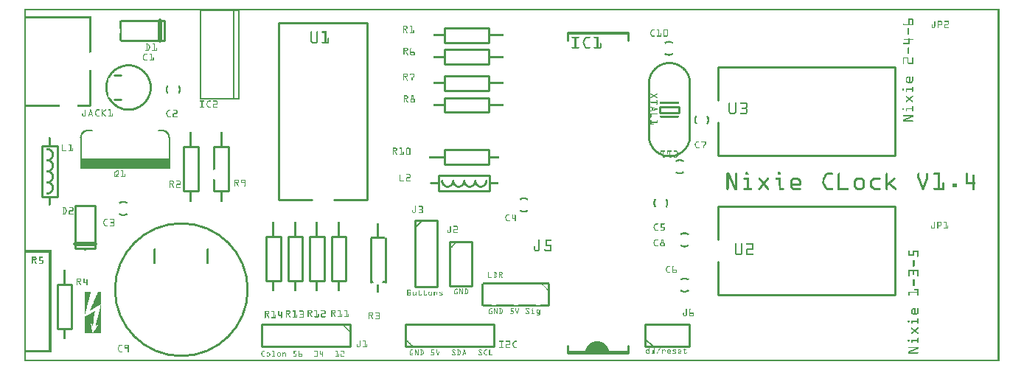
<source format=gto>
G04 MADE WITH FRITZING*
G04 WWW.FRITZING.ORG*
G04 DOUBLE SIDED*
G04 HOLES PLATED*
G04 CONTOUR ON CENTER OF CONTOUR VECTOR*
%ASAXBY*%
%FSLAX23Y23*%
%MOIN*%
%OFA0B0*%
%SFA1.0B1.0*%
%ADD10C,0.610000X0.59*%
%ADD11R,0.096457X0.038714X0.076772X0.019029*%
%ADD12C,0.009843*%
%ADD13R,0.400000X0.040000*%
%ADD14R,0.080000X0.240000X0.060000X0.220000*%
%ADD15C,0.010000*%
%ADD16R,0.240000X0.080000X0.220000X0.060000*%
%ADD17C,0.005000*%
%ADD18C,0.008000*%
%ADD19C,0.020000*%
%ADD20C,0.011000*%
%ADD21R,0.001000X0.001000*%
%LNSILK1*%
G90*
G70*
G54D10*
X709Y324D03*
G54D12*
X2874Y1152D02*
X2960Y1152D01*
X2960Y1123D01*
X2874Y1123D01*
X2874Y1152D01*
D02*
G54D13*
X455Y894D03*
G54D15*
X79Y974D02*
X149Y974D01*
X149Y744D01*
X79Y744D01*
X79Y974D01*
D02*
X1874Y840D02*
X2104Y840D01*
X2104Y770D01*
X1874Y770D01*
X1874Y840D01*
D02*
X1474Y166D02*
X1074Y166D01*
D02*
X1074Y166D02*
X1074Y66D01*
D02*
X1074Y66D02*
X1474Y66D01*
D02*
X1474Y66D02*
X1474Y166D01*
D02*
X2807Y66D02*
X3007Y66D01*
D02*
X3007Y66D02*
X3007Y166D01*
D02*
X3007Y166D02*
X2807Y166D01*
D02*
X2807Y166D02*
X2807Y66D01*
G54D17*
D02*
X2842Y66D02*
X2807Y101D01*
G54D15*
D02*
X1922Y542D02*
X1922Y342D01*
D02*
X1922Y342D02*
X2022Y342D01*
D02*
X2022Y342D02*
X2022Y542D01*
D02*
X2022Y542D02*
X1922Y542D01*
D02*
X1765Y638D02*
X1765Y338D01*
D02*
X1765Y338D02*
X1865Y338D01*
D02*
X1865Y338D02*
X1865Y638D01*
D02*
X1865Y638D02*
X1765Y638D01*
G54D17*
D02*
X1765Y603D02*
X1800Y638D01*
G54D15*
D02*
X1898Y956D02*
X2098Y956D01*
D02*
X2098Y956D02*
X2098Y890D01*
D02*
X2098Y890D02*
X1898Y890D01*
D02*
X1898Y890D02*
X1898Y956D01*
D02*
X923Y970D02*
X923Y770D01*
D02*
X923Y770D02*
X857Y770D01*
D02*
X857Y970D02*
X923Y970D01*
D02*
X1722Y66D02*
X2122Y66D01*
D02*
X2122Y66D02*
X2122Y166D01*
D02*
X2122Y166D02*
X1722Y166D01*
D02*
X1722Y166D02*
X1722Y66D01*
D02*
X2640Y36D02*
X2728Y36D01*
D02*
X2728Y1486D02*
X2455Y1486D01*
D02*
X2455Y36D02*
X2540Y36D01*
D02*
X2455Y36D02*
X2455Y71D01*
D02*
X2728Y36D02*
X2728Y71D01*
D02*
X2728Y1486D02*
X2728Y1451D01*
D02*
X2455Y1486D02*
X2455Y1451D01*
D02*
X2540Y36D02*
X2640Y36D01*
G54D18*
D02*
X2545Y41D02*
X2635Y41D01*
D02*
X2635Y41D02*
X2545Y49D01*
D02*
X2545Y49D02*
X2635Y49D01*
D02*
X2635Y49D02*
X2548Y56D01*
D02*
X2548Y56D02*
X2633Y56D01*
D02*
X2633Y56D02*
X2553Y64D01*
D02*
X2553Y64D02*
X2630Y64D01*
D02*
X2630Y64D02*
X2558Y69D01*
D02*
X2558Y69D02*
X2623Y69D01*
D02*
X2623Y69D02*
X2563Y74D01*
D02*
X2563Y74D02*
X2618Y74D01*
D02*
X2618Y74D02*
X2570Y79D01*
D02*
X2570Y79D02*
X2605Y79D01*
D02*
X2458Y44D02*
X2725Y44D01*
D02*
X2458Y1479D02*
X2725Y1479D01*
D02*
X795Y1188D02*
X795Y1588D01*
D02*
X795Y1588D02*
X945Y1588D01*
D02*
X945Y1588D02*
X970Y1588D01*
D02*
X970Y1588D02*
X970Y1188D01*
D02*
X970Y1188D02*
X945Y1188D01*
D02*
X945Y1188D02*
X795Y1188D01*
D02*
X945Y1188D02*
X945Y1588D01*
G54D15*
D02*
X1550Y731D02*
X1550Y1531D01*
D02*
X1550Y1531D02*
X1150Y1531D01*
D02*
X1150Y1531D02*
X1150Y731D01*
D02*
X1550Y731D02*
X1400Y731D01*
D02*
X1300Y731D02*
X1150Y731D01*
D02*
X3137Y302D02*
X3937Y302D01*
D02*
X3937Y302D02*
X3937Y702D01*
D02*
X3937Y702D02*
X3137Y702D01*
D02*
X3137Y302D02*
X3137Y452D01*
D02*
X3137Y552D02*
X3137Y702D01*
D02*
X3137Y932D02*
X3937Y932D01*
D02*
X3937Y932D02*
X3937Y1332D01*
D02*
X3937Y1332D02*
X3137Y1332D01*
D02*
X3137Y932D02*
X3137Y1082D01*
D02*
X3137Y1182D02*
X3137Y1332D01*
D02*
X631Y1449D02*
X436Y1449D01*
D02*
X436Y1539D02*
X631Y1539D01*
D02*
X631Y1539D02*
X631Y1449D01*
G54D19*
D02*
X611Y1539D02*
X611Y1449D01*
G54D18*
D02*
X655Y914D02*
X655Y1009D01*
D02*
X255Y914D02*
X255Y1009D01*
D02*
X255Y914D02*
X655Y914D01*
D02*
X655Y914D02*
X655Y874D01*
D02*
X655Y874D02*
X255Y874D01*
D02*
X255Y874D02*
X255Y914D01*
D02*
X620Y1044D02*
X605Y1044D01*
D02*
X290Y1044D02*
X305Y1044D01*
G54D15*
D02*
X1159Y564D02*
X1159Y364D01*
D02*
X1159Y364D02*
X1093Y364D01*
D02*
X1093Y364D02*
X1093Y564D01*
D02*
X1093Y564D02*
X1159Y564D01*
D02*
X1257Y564D02*
X1257Y364D01*
D02*
X1257Y364D02*
X1191Y364D01*
D02*
X1191Y364D02*
X1191Y564D01*
D02*
X1191Y564D02*
X1257Y564D01*
D02*
X1356Y564D02*
X1356Y364D01*
D02*
X1356Y364D02*
X1290Y364D01*
D02*
X1290Y364D02*
X1290Y564D01*
D02*
X1290Y564D02*
X1356Y564D01*
D02*
X1454Y564D02*
X1454Y364D01*
D02*
X1454Y364D02*
X1388Y364D01*
D02*
X1388Y364D02*
X1388Y564D01*
D02*
X1388Y564D02*
X1454Y564D01*
D02*
X2099Y1126D02*
X1899Y1126D01*
D02*
X1899Y1126D02*
X1899Y1192D01*
D02*
X1899Y1192D02*
X2099Y1192D01*
D02*
X2099Y1192D02*
X2099Y1126D01*
D02*
X2099Y1225D02*
X1899Y1225D01*
D02*
X1899Y1225D02*
X1899Y1291D01*
D02*
X1899Y1291D02*
X2099Y1291D01*
D02*
X2099Y1291D02*
X2099Y1225D01*
D02*
X2099Y1343D02*
X1899Y1343D01*
D02*
X1899Y1343D02*
X1899Y1409D01*
D02*
X1899Y1409D02*
X2099Y1409D01*
D02*
X2099Y1409D02*
X2099Y1343D01*
D02*
X2099Y1441D02*
X1899Y1441D01*
D02*
X1899Y1441D02*
X1899Y1507D01*
D02*
X1899Y1507D02*
X2099Y1507D01*
D02*
X2099Y1507D02*
X2099Y1441D01*
D02*
X785Y970D02*
X785Y770D01*
D02*
X785Y770D02*
X719Y770D01*
D02*
X719Y770D02*
X719Y970D01*
D02*
X719Y970D02*
X785Y970D01*
D02*
X230Y509D02*
X230Y704D01*
D02*
X320Y704D02*
X320Y509D01*
D02*
X320Y509D02*
X230Y509D01*
G54D19*
D02*
X320Y529D02*
X230Y529D01*
G54D15*
D02*
X1631Y558D02*
X1631Y358D01*
D02*
X1565Y358D02*
X1565Y558D01*
D02*
X214Y347D02*
X214Y147D01*
D02*
X214Y147D02*
X148Y147D01*
D02*
X148Y147D02*
X148Y347D01*
D02*
X148Y347D02*
X214Y347D01*
G36*
X271Y313D02*
X271Y203D01*
X272Y203D01*
X272Y206D01*
X273Y206D01*
X273Y209D01*
X274Y209D01*
X274Y211D01*
X274Y211D01*
X274Y213D01*
X275Y213D01*
X275Y214D01*
X274Y214D01*
X274Y214D01*
X275Y214D01*
X275Y217D01*
X276Y217D01*
X276Y219D01*
X276Y219D01*
X276Y223D01*
X277Y223D01*
X277Y225D01*
X278Y225D01*
X278Y225D01*
X277Y225D01*
X277Y226D01*
X278Y226D01*
X278Y228D01*
X279Y228D01*
X279Y232D01*
X279Y232D01*
X279Y233D01*
X280Y233D01*
X280Y234D01*
X279Y234D01*
X279Y235D01*
X280Y235D01*
X280Y236D01*
X281Y236D01*
X281Y237D01*
X280Y237D01*
X280Y238D01*
X281Y238D01*
X281Y239D01*
X282Y239D01*
X282Y240D01*
X281Y240D01*
X281Y241D01*
X282Y241D01*
X282Y242D01*
X282Y242D01*
X282Y243D01*
X282Y243D01*
X282Y243D01*
X282Y243D01*
X282Y246D01*
X283Y246D01*
X283Y249D01*
X284Y249D01*
X284Y251D01*
X284Y251D01*
X284Y254D01*
X285Y254D01*
X285Y257D01*
X286Y257D01*
X286Y260D01*
X287Y260D01*
X287Y263D01*
X287Y263D01*
X287Y266D01*
X288Y266D01*
X288Y269D01*
X289Y269D01*
X289Y272D01*
X290Y272D01*
X290Y275D01*
X290Y275D01*
X290Y278D01*
X291Y278D01*
X291Y281D01*
X292Y281D01*
X292Y283D01*
X292Y283D01*
X292Y286D01*
X293Y286D01*
X293Y288D01*
X294Y288D01*
X294Y289D01*
X293Y289D01*
X293Y289D01*
X294Y289D01*
X294Y291D01*
X295Y291D01*
X295Y294D01*
X295Y294D01*
X295Y297D01*
X296Y297D01*
X296Y300D01*
X297Y300D01*
X297Y303D01*
X298Y303D01*
X298Y306D01*
X298Y306D01*
X298Y309D01*
X299Y309D01*
X299Y312D01*
X300Y312D01*
X300Y313D01*
X271Y313D01*
G37*
D02*
G36*
X332Y313D02*
X332Y313D01*
X332Y313D01*
X332Y311D01*
X331Y311D01*
X331Y309D01*
X330Y309D01*
X330Y307D01*
X330Y307D01*
X330Y306D01*
X329Y306D01*
X329Y304D01*
X328Y304D01*
X328Y302D01*
X327Y302D01*
X327Y301D01*
X327Y301D01*
X327Y299D01*
X326Y299D01*
X326Y297D01*
X325Y297D01*
X325Y296D01*
X324Y296D01*
X324Y294D01*
X324Y294D01*
X324Y292D01*
X323Y292D01*
X323Y291D01*
X322Y291D01*
X322Y289D01*
X322Y289D01*
X322Y287D01*
X321Y287D01*
X321Y286D01*
X320Y286D01*
X320Y284D01*
X319Y284D01*
X319Y282D01*
X319Y282D01*
X319Y281D01*
X318Y281D01*
X318Y279D01*
X317Y279D01*
X317Y278D01*
X316Y278D01*
X316Y275D01*
X316Y275D01*
X316Y274D01*
X315Y274D01*
X315Y273D01*
X314Y273D01*
X314Y270D01*
X314Y270D01*
X314Y269D01*
X313Y269D01*
X313Y267D01*
X312Y267D01*
X312Y266D01*
X311Y266D01*
X311Y264D01*
X311Y264D01*
X311Y262D01*
X310Y262D01*
X310Y261D01*
X309Y261D01*
X309Y259D01*
X308Y259D01*
X308Y257D01*
X308Y257D01*
X308Y256D01*
X307Y256D01*
X307Y254D01*
X306Y254D01*
X306Y252D01*
X306Y252D01*
X306Y251D01*
X305Y251D01*
X305Y249D01*
X304Y249D01*
X304Y247D01*
X303Y247D01*
X303Y246D01*
X303Y246D01*
X303Y244D01*
X302Y244D01*
X302Y242D01*
X301Y242D01*
X301Y241D01*
X300Y241D01*
X300Y239D01*
X300Y239D01*
X300Y237D01*
X299Y237D01*
X299Y235D01*
X298Y235D01*
X298Y234D01*
X298Y234D01*
X298Y233D01*
X297Y233D01*
X297Y230D01*
X296Y230D01*
X296Y229D01*
X298Y229D01*
X298Y230D01*
X298Y230D01*
X298Y230D01*
X300Y230D01*
X300Y231D01*
X301Y231D01*
X301Y232D01*
X303Y232D01*
X303Y233D01*
X303Y233D01*
X303Y233D01*
X305Y233D01*
X305Y234D01*
X306Y234D01*
X306Y235D01*
X307Y235D01*
X307Y235D01*
X308Y235D01*
X308Y236D01*
X309Y236D01*
X309Y237D01*
X311Y237D01*
X311Y238D01*
X312Y238D01*
X312Y238D01*
X314Y238D01*
X314Y239D01*
X314Y239D01*
X314Y240D01*
X316Y240D01*
X316Y241D01*
X317Y241D01*
X317Y241D01*
X318Y241D01*
X318Y242D01*
X319Y242D01*
X319Y243D01*
X321Y243D01*
X321Y243D01*
X322Y243D01*
X322Y244D01*
X323Y244D01*
X323Y245D01*
X324Y245D01*
X324Y246D01*
X325Y246D01*
X325Y246D01*
X327Y246D01*
X327Y247D01*
X328Y247D01*
X328Y248D01*
X329Y248D01*
X329Y249D01*
X330Y249D01*
X330Y249D01*
X332Y249D01*
X332Y250D01*
X333Y250D01*
X333Y251D01*
X334Y251D01*
X334Y251D01*
X335Y251D01*
X335Y252D01*
X337Y252D01*
X337Y253D01*
X338Y253D01*
X338Y254D01*
X339Y254D01*
X339Y254D01*
X340Y254D01*
X340Y255D01*
X341Y255D01*
X341Y256D01*
X343Y256D01*
X343Y257D01*
X344Y257D01*
X344Y257D01*
X346Y257D01*
X346Y313D01*
X332Y313D01*
G37*
D02*
G36*
X345Y256D02*
X345Y253D01*
X344Y253D01*
X344Y250D01*
X343Y250D01*
X343Y247D01*
X343Y247D01*
X343Y244D01*
X342Y244D01*
X342Y241D01*
X341Y241D01*
X341Y238D01*
X340Y238D01*
X340Y235D01*
X340Y235D01*
X340Y233D01*
X339Y233D01*
X339Y230D01*
X338Y230D01*
X338Y227D01*
X338Y227D01*
X338Y224D01*
X337Y224D01*
X337Y221D01*
X336Y221D01*
X336Y218D01*
X335Y218D01*
X335Y215D01*
X335Y215D01*
X335Y212D01*
X334Y212D01*
X334Y209D01*
X333Y209D01*
X333Y207D01*
X332Y207D01*
X332Y206D01*
X333Y206D01*
X333Y206D01*
X332Y206D01*
X332Y204D01*
X332Y204D01*
X332Y201D01*
X331Y201D01*
X331Y198D01*
X330Y198D01*
X330Y198D01*
X331Y198D01*
X331Y197D01*
X330Y197D01*
X330Y195D01*
X330Y195D01*
X330Y193D01*
X329Y193D01*
X329Y190D01*
X328Y190D01*
X328Y187D01*
X327Y187D01*
X327Y184D01*
X327Y184D01*
X327Y181D01*
X326Y181D01*
X326Y178D01*
X325Y178D01*
X325Y175D01*
X324Y175D01*
X324Y172D01*
X324Y172D01*
X324Y169D01*
X323Y169D01*
X323Y166D01*
X334Y166D01*
X334Y165D01*
X333Y165D01*
X333Y163D01*
X332Y163D01*
X332Y163D01*
X332Y163D01*
X332Y161D01*
X331Y161D01*
X331Y161D01*
X330Y161D01*
X330Y159D01*
X330Y159D01*
X330Y158D01*
X329Y158D01*
X329Y157D01*
X328Y157D01*
X328Y156D01*
X327Y156D01*
X327Y155D01*
X327Y155D01*
X327Y154D01*
X326Y154D01*
X326Y153D01*
X325Y153D01*
X325Y152D01*
X324Y152D01*
X324Y150D01*
X324Y150D01*
X324Y149D01*
X323Y149D01*
X323Y148D01*
X322Y148D01*
X322Y147D01*
X322Y147D01*
X322Y146D01*
X321Y146D01*
X321Y145D01*
X320Y145D01*
X320Y144D01*
X319Y144D01*
X319Y142D01*
X319Y142D01*
X319Y142D01*
X318Y142D01*
X318Y140D01*
X317Y140D01*
X317Y139D01*
X316Y139D01*
X316Y138D01*
X316Y138D01*
X316Y137D01*
X315Y137D01*
X315Y136D01*
X314Y136D01*
X314Y135D01*
X314Y135D01*
X314Y134D01*
X313Y134D01*
X313Y133D01*
X312Y133D01*
X312Y131D01*
X311Y131D01*
X311Y131D01*
X311Y131D01*
X311Y129D01*
X310Y129D01*
X310Y129D01*
X309Y129D01*
X309Y128D01*
X308Y128D01*
X308Y127D01*
X346Y127D01*
X346Y256D01*
X345Y256D01*
G37*
D02*
G36*
X322Y166D02*
X322Y163D01*
X322Y163D01*
X322Y161D01*
X321Y161D01*
X321Y159D01*
X322Y159D01*
X322Y160D01*
X324Y160D01*
X324Y161D01*
X324Y161D01*
X324Y161D01*
X326Y161D01*
X326Y162D01*
X327Y162D01*
X327Y163D01*
X328Y163D01*
X328Y163D01*
X330Y163D01*
X330Y164D01*
X331Y164D01*
X331Y165D01*
X332Y165D01*
X332Y166D01*
X333Y166D01*
X333Y166D01*
X322Y166D01*
G37*
D02*
G36*
X295Y229D02*
X295Y228D01*
X296Y228D01*
X296Y229D01*
X295Y229D01*
G37*
D02*
G36*
X317Y227D02*
X317Y227D01*
X316Y227D01*
X316Y226D01*
X315Y226D01*
X315Y225D01*
X314Y225D01*
X314Y225D01*
X312Y225D01*
X312Y224D01*
X311Y224D01*
X311Y223D01*
X310Y223D01*
X310Y222D01*
X308Y222D01*
X308Y222D01*
X308Y222D01*
X308Y221D01*
X306Y221D01*
X306Y220D01*
X305Y220D01*
X305Y219D01*
X304Y219D01*
X304Y219D01*
X303Y219D01*
X303Y218D01*
X301Y218D01*
X301Y217D01*
X300Y217D01*
X300Y217D01*
X299Y217D01*
X299Y216D01*
X298Y216D01*
X298Y215D01*
X296Y215D01*
X296Y214D01*
X295Y214D01*
X295Y214D01*
X294Y214D01*
X294Y213D01*
X292Y213D01*
X292Y212D01*
X291Y212D01*
X291Y211D01*
X290Y211D01*
X290Y211D01*
X289Y211D01*
X289Y210D01*
X287Y210D01*
X287Y209D01*
X286Y209D01*
X286Y209D01*
X285Y209D01*
X285Y208D01*
X284Y208D01*
X284Y207D01*
X282Y207D01*
X282Y206D01*
X281Y206D01*
X281Y206D01*
X280Y206D01*
X280Y205D01*
X279Y205D01*
X279Y204D01*
X277Y204D01*
X277Y203D01*
X276Y203D01*
X276Y203D01*
X274Y203D01*
X274Y202D01*
X273Y202D01*
X273Y201D01*
X272Y201D01*
X272Y201D01*
X271Y201D01*
X271Y173D01*
X300Y173D01*
X300Y171D01*
X300Y171D01*
X300Y171D01*
X301Y171D01*
X301Y170D01*
X302Y170D01*
X302Y169D01*
X303Y169D01*
X303Y168D01*
X303Y168D01*
X303Y167D01*
X304Y167D01*
X304Y166D01*
X305Y166D01*
X305Y165D01*
X306Y165D01*
X306Y164D01*
X306Y164D01*
X306Y163D01*
X307Y163D01*
X307Y162D01*
X308Y162D01*
X308Y161D01*
X308Y161D01*
X308Y162D01*
X309Y162D01*
X309Y166D01*
X310Y166D01*
X310Y167D01*
X309Y167D01*
X309Y168D01*
X310Y168D01*
X310Y171D01*
X311Y171D01*
X311Y171D01*
X310Y171D01*
X310Y172D01*
X311Y172D01*
X311Y177D01*
X311Y177D01*
X311Y181D01*
X312Y181D01*
X312Y182D01*
X311Y182D01*
X311Y182D01*
X312Y182D01*
X312Y186D01*
X313Y186D01*
X313Y187D01*
X312Y187D01*
X312Y187D01*
X313Y187D01*
X313Y191D01*
X314Y191D01*
X314Y192D01*
X313Y192D01*
X313Y193D01*
X314Y193D01*
X314Y196D01*
X314Y196D01*
X314Y197D01*
X314Y197D01*
X314Y198D01*
X314Y198D01*
X314Y201D01*
X315Y201D01*
X315Y202D01*
X314Y202D01*
X314Y203D01*
X315Y203D01*
X315Y207D01*
X316Y207D01*
X316Y212D01*
X316Y212D01*
X316Y217D01*
X317Y217D01*
X317Y222D01*
X318Y222D01*
X318Y226D01*
X319Y226D01*
X319Y227D01*
X318Y227D01*
X318Y227D01*
X317Y227D01*
G37*
D02*
G36*
X271Y173D02*
X271Y127D01*
X308Y127D01*
X308Y131D01*
X307Y131D01*
X307Y134D01*
X306Y134D01*
X306Y138D01*
X306Y138D01*
X306Y142D01*
X305Y142D01*
X305Y145D01*
X304Y145D01*
X304Y147D01*
X303Y147D01*
X303Y148D01*
X304Y148D01*
X304Y149D01*
X303Y149D01*
X303Y153D01*
X303Y153D01*
X303Y155D01*
X302Y155D01*
X302Y155D01*
X303Y155D01*
X303Y156D01*
X302Y156D01*
X302Y158D01*
X301Y158D01*
X301Y159D01*
X302Y159D01*
X302Y160D01*
X301Y160D01*
X301Y163D01*
X300Y163D01*
X300Y166D01*
X300Y166D01*
X300Y170D01*
X299Y170D01*
X299Y173D01*
X271Y173D01*
G37*
D02*
G36*
X308Y161D02*
X308Y161D01*
X309Y161D01*
X309Y161D01*
X308Y161D01*
G37*
D02*
G54D20*
X406Y1293D02*
X436Y1293D01*
D02*
X406Y1183D02*
X436Y1183D01*
D02*
G54D21*
X0Y1594D02*
X4408Y1594D01*
X0Y1593D02*
X4408Y1593D01*
X0Y1592D02*
X4408Y1592D01*
X0Y1591D02*
X4408Y1591D01*
X0Y1590D02*
X4408Y1590D01*
X0Y1589D02*
X4408Y1589D01*
X0Y1588D02*
X4408Y1588D01*
X0Y1587D02*
X4408Y1587D01*
X0Y1586D02*
X7Y1586D01*
X4401Y1586D02*
X4408Y1586D01*
X0Y1585D02*
X7Y1585D01*
X4401Y1585D02*
X4408Y1585D01*
X0Y1584D02*
X7Y1584D01*
X4401Y1584D02*
X4408Y1584D01*
X0Y1583D02*
X7Y1583D01*
X4401Y1583D02*
X4408Y1583D01*
X0Y1582D02*
X7Y1582D01*
X4401Y1582D02*
X4408Y1582D01*
X0Y1581D02*
X7Y1581D01*
X4401Y1581D02*
X4408Y1581D01*
X0Y1580D02*
X7Y1580D01*
X4401Y1580D02*
X4408Y1580D01*
X0Y1579D02*
X7Y1579D01*
X4401Y1579D02*
X4408Y1579D01*
X0Y1578D02*
X7Y1578D01*
X4401Y1578D02*
X4408Y1578D01*
X0Y1577D02*
X7Y1577D01*
X4401Y1577D02*
X4408Y1577D01*
X0Y1576D02*
X7Y1576D01*
X4401Y1576D02*
X4408Y1576D01*
X0Y1575D02*
X7Y1575D01*
X4401Y1575D02*
X4408Y1575D01*
X0Y1574D02*
X7Y1574D01*
X4401Y1574D02*
X4408Y1574D01*
X0Y1573D02*
X7Y1573D01*
X4401Y1573D02*
X4408Y1573D01*
X0Y1572D02*
X7Y1572D01*
X4401Y1572D02*
X4408Y1572D01*
X0Y1571D02*
X7Y1571D01*
X4401Y1571D02*
X4408Y1571D01*
X0Y1570D02*
X7Y1570D01*
X4401Y1570D02*
X4408Y1570D01*
X0Y1569D02*
X7Y1569D01*
X4401Y1569D02*
X4408Y1569D01*
X0Y1568D02*
X7Y1568D01*
X4401Y1568D02*
X4408Y1568D01*
X0Y1567D02*
X7Y1567D01*
X4401Y1567D02*
X4408Y1567D01*
X0Y1566D02*
X7Y1566D01*
X4401Y1566D02*
X4408Y1566D01*
X0Y1565D02*
X7Y1565D01*
X4401Y1565D02*
X4408Y1565D01*
X0Y1564D02*
X7Y1564D01*
X4401Y1564D02*
X4408Y1564D01*
X0Y1563D02*
X7Y1563D01*
X4401Y1563D02*
X4408Y1563D01*
X0Y1562D02*
X7Y1562D01*
X4401Y1562D02*
X4408Y1562D01*
X0Y1561D02*
X299Y1561D01*
X4401Y1561D02*
X4408Y1561D01*
X0Y1560D02*
X301Y1560D01*
X4401Y1560D02*
X4408Y1560D01*
X0Y1559D02*
X302Y1559D01*
X4401Y1559D02*
X4408Y1559D01*
X0Y1558D02*
X303Y1558D01*
X4401Y1558D02*
X4408Y1558D01*
X0Y1557D02*
X303Y1557D01*
X4401Y1557D02*
X4408Y1557D01*
X0Y1556D02*
X303Y1556D01*
X4401Y1556D02*
X4408Y1556D01*
X0Y1555D02*
X303Y1555D01*
X4401Y1555D02*
X4408Y1555D01*
X0Y1554D02*
X303Y1554D01*
X4401Y1554D02*
X4408Y1554D01*
X0Y1553D02*
X303Y1553D01*
X4401Y1553D02*
X4408Y1553D01*
X0Y1552D02*
X303Y1552D01*
X4401Y1552D02*
X4408Y1552D01*
X0Y1551D02*
X7Y1551D01*
X294Y1551D02*
X303Y1551D01*
X4401Y1551D02*
X4408Y1551D01*
X0Y1550D02*
X7Y1550D01*
X294Y1550D02*
X303Y1550D01*
X4401Y1550D02*
X4408Y1550D01*
X0Y1549D02*
X7Y1549D01*
X294Y1549D02*
X303Y1549D01*
X3998Y1549D02*
X4017Y1549D01*
X4401Y1549D02*
X4408Y1549D01*
X0Y1548D02*
X7Y1548D01*
X294Y1548D02*
X303Y1548D01*
X3998Y1548D02*
X4018Y1548D01*
X4401Y1548D02*
X4408Y1548D01*
X0Y1547D02*
X7Y1547D01*
X294Y1547D02*
X303Y1547D01*
X3997Y1547D02*
X4018Y1547D01*
X4401Y1547D02*
X4408Y1547D01*
X0Y1546D02*
X7Y1546D01*
X294Y1546D02*
X303Y1546D01*
X3997Y1546D02*
X4018Y1546D01*
X4401Y1546D02*
X4408Y1546D01*
X0Y1545D02*
X7Y1545D01*
X294Y1545D02*
X303Y1545D01*
X3997Y1545D02*
X4018Y1545D01*
X4401Y1545D02*
X4408Y1545D01*
X0Y1544D02*
X7Y1544D01*
X294Y1544D02*
X303Y1544D01*
X3997Y1544D02*
X4018Y1544D01*
X4401Y1544D02*
X4408Y1544D01*
X0Y1543D02*
X7Y1543D01*
X294Y1543D02*
X303Y1543D01*
X3997Y1543D02*
X4002Y1543D01*
X4013Y1543D02*
X4018Y1543D01*
X4401Y1543D02*
X4408Y1543D01*
X0Y1542D02*
X7Y1542D01*
X294Y1542D02*
X303Y1542D01*
X3997Y1542D02*
X4002Y1542D01*
X4013Y1542D02*
X4018Y1542D01*
X4401Y1542D02*
X4408Y1542D01*
X0Y1541D02*
X7Y1541D01*
X294Y1541D02*
X303Y1541D01*
X3997Y1541D02*
X4002Y1541D01*
X4013Y1541D02*
X4018Y1541D01*
X4401Y1541D02*
X4408Y1541D01*
X0Y1540D02*
X7Y1540D01*
X294Y1540D02*
X303Y1540D01*
X3997Y1540D02*
X4002Y1540D01*
X4013Y1540D02*
X4018Y1540D01*
X4130Y1540D02*
X4143Y1540D01*
X4162Y1540D02*
X4175Y1540D01*
X4401Y1540D02*
X4408Y1540D01*
X0Y1539D02*
X7Y1539D01*
X294Y1539D02*
X303Y1539D01*
X431Y1539D02*
X439Y1539D01*
X3997Y1539D02*
X4002Y1539D01*
X4013Y1539D02*
X4018Y1539D01*
X4115Y1539D02*
X4117Y1539D01*
X4130Y1539D02*
X4146Y1539D01*
X4160Y1539D02*
X4178Y1539D01*
X4401Y1539D02*
X4408Y1539D01*
X0Y1538D02*
X7Y1538D01*
X294Y1538D02*
X303Y1538D01*
X431Y1538D02*
X440Y1538D01*
X3997Y1538D02*
X4002Y1538D01*
X4013Y1538D02*
X4018Y1538D01*
X4114Y1538D02*
X4117Y1538D01*
X4130Y1538D02*
X4148Y1538D01*
X4160Y1538D02*
X4179Y1538D01*
X4401Y1538D02*
X4408Y1538D01*
X0Y1537D02*
X7Y1537D01*
X294Y1537D02*
X303Y1537D01*
X431Y1537D02*
X440Y1537D01*
X3997Y1537D02*
X4002Y1537D01*
X4013Y1537D02*
X4018Y1537D01*
X4114Y1537D02*
X4118Y1537D01*
X4130Y1537D02*
X4149Y1537D01*
X4160Y1537D02*
X4179Y1537D01*
X4401Y1537D02*
X4408Y1537D01*
X0Y1536D02*
X7Y1536D01*
X294Y1536D02*
X303Y1536D01*
X431Y1536D02*
X440Y1536D01*
X3997Y1536D02*
X4002Y1536D01*
X4013Y1536D02*
X4018Y1536D01*
X4114Y1536D02*
X4118Y1536D01*
X4130Y1536D02*
X4149Y1536D01*
X4161Y1536D02*
X4180Y1536D01*
X4401Y1536D02*
X4408Y1536D01*
X0Y1535D02*
X7Y1535D01*
X294Y1535D02*
X303Y1535D01*
X431Y1535D02*
X440Y1535D01*
X3997Y1535D02*
X4002Y1535D01*
X4013Y1535D02*
X4018Y1535D01*
X4114Y1535D02*
X4118Y1535D01*
X4130Y1535D02*
X4133Y1535D01*
X4146Y1535D02*
X4149Y1535D01*
X4176Y1535D02*
X4180Y1535D01*
X4401Y1535D02*
X4408Y1535D01*
X0Y1534D02*
X7Y1534D01*
X294Y1534D02*
X303Y1534D01*
X431Y1534D02*
X440Y1534D01*
X3997Y1534D02*
X4002Y1534D01*
X4013Y1534D02*
X4018Y1534D01*
X4114Y1534D02*
X4118Y1534D01*
X4130Y1534D02*
X4133Y1534D01*
X4146Y1534D02*
X4150Y1534D01*
X4176Y1534D02*
X4180Y1534D01*
X4401Y1534D02*
X4408Y1534D01*
X0Y1533D02*
X7Y1533D01*
X294Y1533D02*
X303Y1533D01*
X431Y1533D02*
X440Y1533D01*
X3997Y1533D02*
X4002Y1533D01*
X4013Y1533D02*
X4018Y1533D01*
X4114Y1533D02*
X4118Y1533D01*
X4130Y1533D02*
X4133Y1533D01*
X4146Y1533D02*
X4150Y1533D01*
X4176Y1533D02*
X4180Y1533D01*
X4401Y1533D02*
X4408Y1533D01*
X0Y1532D02*
X7Y1532D01*
X294Y1532D02*
X303Y1532D01*
X431Y1532D02*
X440Y1532D01*
X3997Y1532D02*
X4002Y1532D01*
X4013Y1532D02*
X4018Y1532D01*
X4114Y1532D02*
X4118Y1532D01*
X4130Y1532D02*
X4133Y1532D01*
X4146Y1532D02*
X4150Y1532D01*
X4176Y1532D02*
X4180Y1532D01*
X4401Y1532D02*
X4408Y1532D01*
X0Y1531D02*
X7Y1531D01*
X294Y1531D02*
X303Y1531D01*
X431Y1531D02*
X440Y1531D01*
X3997Y1531D02*
X4002Y1531D01*
X4013Y1531D02*
X4018Y1531D01*
X4114Y1531D02*
X4118Y1531D01*
X4130Y1531D02*
X4133Y1531D01*
X4146Y1531D02*
X4150Y1531D01*
X4176Y1531D02*
X4180Y1531D01*
X4401Y1531D02*
X4408Y1531D01*
X0Y1530D02*
X7Y1530D01*
X294Y1530D02*
X303Y1530D01*
X431Y1530D02*
X440Y1530D01*
X3997Y1530D02*
X4002Y1530D01*
X4013Y1530D02*
X4018Y1530D01*
X4114Y1530D02*
X4118Y1530D01*
X4130Y1530D02*
X4133Y1530D01*
X4146Y1530D02*
X4150Y1530D01*
X4176Y1530D02*
X4180Y1530D01*
X4401Y1530D02*
X4408Y1530D01*
X0Y1529D02*
X7Y1529D01*
X294Y1529D02*
X303Y1529D01*
X431Y1529D02*
X440Y1529D01*
X3997Y1529D02*
X4002Y1529D01*
X4013Y1529D02*
X4018Y1529D01*
X4114Y1529D02*
X4118Y1529D01*
X4130Y1529D02*
X4133Y1529D01*
X4146Y1529D02*
X4150Y1529D01*
X4176Y1529D02*
X4180Y1529D01*
X4401Y1529D02*
X4408Y1529D01*
X0Y1528D02*
X7Y1528D01*
X294Y1528D02*
X303Y1528D01*
X431Y1528D02*
X440Y1528D01*
X3973Y1528D02*
X3976Y1528D01*
X3997Y1528D02*
X4002Y1528D01*
X4013Y1528D02*
X4018Y1528D01*
X4114Y1528D02*
X4118Y1528D01*
X4130Y1528D02*
X4133Y1528D01*
X4146Y1528D02*
X4150Y1528D01*
X4176Y1528D02*
X4180Y1528D01*
X4401Y1528D02*
X4408Y1528D01*
X0Y1527D02*
X7Y1527D01*
X294Y1527D02*
X303Y1527D01*
X431Y1527D02*
X440Y1527D01*
X3972Y1527D02*
X3977Y1527D01*
X3997Y1527D02*
X4002Y1527D01*
X4013Y1527D02*
X4018Y1527D01*
X4114Y1527D02*
X4118Y1527D01*
X4130Y1527D02*
X4133Y1527D01*
X4146Y1527D02*
X4150Y1527D01*
X4176Y1527D02*
X4180Y1527D01*
X4401Y1527D02*
X4408Y1527D01*
X0Y1526D02*
X7Y1526D01*
X294Y1526D02*
X303Y1526D01*
X431Y1526D02*
X440Y1526D01*
X3972Y1526D02*
X3977Y1526D01*
X3997Y1526D02*
X4003Y1526D01*
X4013Y1526D02*
X4018Y1526D01*
X4114Y1526D02*
X4118Y1526D01*
X4130Y1526D02*
X4133Y1526D01*
X4146Y1526D02*
X4150Y1526D01*
X4176Y1526D02*
X4180Y1526D01*
X4401Y1526D02*
X4408Y1526D01*
X0Y1525D02*
X7Y1525D01*
X294Y1525D02*
X303Y1525D01*
X431Y1525D02*
X440Y1525D01*
X3972Y1525D02*
X4018Y1525D01*
X4114Y1525D02*
X4118Y1525D01*
X4130Y1525D02*
X4133Y1525D01*
X4146Y1525D02*
X4149Y1525D01*
X4162Y1525D02*
X4179Y1525D01*
X4401Y1525D02*
X4408Y1525D01*
X0Y1524D02*
X7Y1524D01*
X294Y1524D02*
X303Y1524D01*
X431Y1524D02*
X440Y1524D01*
X3972Y1524D02*
X4018Y1524D01*
X4114Y1524D02*
X4118Y1524D01*
X4130Y1524D02*
X4149Y1524D01*
X4161Y1524D02*
X4179Y1524D01*
X4401Y1524D02*
X4408Y1524D01*
X0Y1523D02*
X7Y1523D01*
X294Y1523D02*
X303Y1523D01*
X431Y1523D02*
X440Y1523D01*
X3972Y1523D02*
X4018Y1523D01*
X4114Y1523D02*
X4118Y1523D01*
X4130Y1523D02*
X4149Y1523D01*
X4160Y1523D02*
X4178Y1523D01*
X4401Y1523D02*
X4408Y1523D01*
X0Y1522D02*
X7Y1522D01*
X294Y1522D02*
X303Y1522D01*
X431Y1522D02*
X440Y1522D01*
X3972Y1522D02*
X4018Y1522D01*
X4103Y1522D02*
X4104Y1522D01*
X4114Y1522D02*
X4118Y1522D01*
X4130Y1522D02*
X4148Y1522D01*
X4160Y1522D02*
X4177Y1522D01*
X4401Y1522D02*
X4408Y1522D01*
X0Y1521D02*
X7Y1521D01*
X294Y1521D02*
X303Y1521D01*
X431Y1521D02*
X440Y1521D01*
X3972Y1521D02*
X4017Y1521D01*
X4102Y1521D02*
X4105Y1521D01*
X4114Y1521D02*
X4118Y1521D01*
X4130Y1521D02*
X4147Y1521D01*
X4160Y1521D02*
X4163Y1521D01*
X4401Y1521D02*
X4408Y1521D01*
X0Y1520D02*
X7Y1520D01*
X294Y1520D02*
X303Y1520D01*
X431Y1520D02*
X440Y1520D01*
X3974Y1520D02*
X4016Y1520D01*
X4102Y1520D02*
X4105Y1520D01*
X4114Y1520D02*
X4118Y1520D01*
X4130Y1520D02*
X4144Y1520D01*
X4160Y1520D02*
X4163Y1520D01*
X4401Y1520D02*
X4408Y1520D01*
X0Y1519D02*
X7Y1519D01*
X294Y1519D02*
X303Y1519D01*
X431Y1519D02*
X440Y1519D01*
X4102Y1519D02*
X4105Y1519D01*
X4114Y1519D02*
X4118Y1519D01*
X4130Y1519D02*
X4133Y1519D01*
X4160Y1519D02*
X4163Y1519D01*
X4401Y1519D02*
X4408Y1519D01*
X0Y1518D02*
X7Y1518D01*
X294Y1518D02*
X303Y1518D01*
X431Y1518D02*
X440Y1518D01*
X4102Y1518D02*
X4105Y1518D01*
X4114Y1518D02*
X4118Y1518D01*
X4130Y1518D02*
X4133Y1518D01*
X4160Y1518D02*
X4163Y1518D01*
X4401Y1518D02*
X4408Y1518D01*
X0Y1517D02*
X7Y1517D01*
X294Y1517D02*
X303Y1517D01*
X431Y1517D02*
X440Y1517D01*
X4102Y1517D02*
X4105Y1517D01*
X4114Y1517D02*
X4118Y1517D01*
X4130Y1517D02*
X4133Y1517D01*
X4160Y1517D02*
X4163Y1517D01*
X4401Y1517D02*
X4408Y1517D01*
X0Y1516D02*
X7Y1516D01*
X294Y1516D02*
X303Y1516D01*
X431Y1516D02*
X440Y1516D01*
X1712Y1516D02*
X1728Y1516D01*
X1743Y1516D02*
X1753Y1516D01*
X4102Y1516D02*
X4105Y1516D01*
X4114Y1516D02*
X4118Y1516D01*
X4130Y1516D02*
X4133Y1516D01*
X4160Y1516D02*
X4163Y1516D01*
X4401Y1516D02*
X4408Y1516D01*
X0Y1515D02*
X7Y1515D01*
X294Y1515D02*
X303Y1515D01*
X431Y1515D02*
X440Y1515D01*
X1712Y1515D02*
X1729Y1515D01*
X1742Y1515D02*
X1753Y1515D01*
X4102Y1515D02*
X4105Y1515D01*
X4114Y1515D02*
X4118Y1515D01*
X4130Y1515D02*
X4133Y1515D01*
X4160Y1515D02*
X4163Y1515D01*
X4401Y1515D02*
X4408Y1515D01*
X0Y1514D02*
X7Y1514D01*
X294Y1514D02*
X303Y1514D01*
X431Y1514D02*
X440Y1514D01*
X1712Y1514D02*
X1730Y1514D01*
X1742Y1514D02*
X1753Y1514D01*
X4102Y1514D02*
X4105Y1514D01*
X4114Y1514D02*
X4118Y1514D01*
X4130Y1514D02*
X4133Y1514D01*
X4160Y1514D02*
X4163Y1514D01*
X4401Y1514D02*
X4408Y1514D01*
X0Y1513D02*
X7Y1513D01*
X294Y1513D02*
X303Y1513D01*
X431Y1513D02*
X440Y1513D01*
X1712Y1513D02*
X1731Y1513D01*
X1742Y1513D02*
X1753Y1513D01*
X4102Y1513D02*
X4105Y1513D01*
X4114Y1513D02*
X4117Y1513D01*
X4130Y1513D02*
X4133Y1513D01*
X4160Y1513D02*
X4163Y1513D01*
X4401Y1513D02*
X4408Y1513D01*
X0Y1512D02*
X7Y1512D01*
X294Y1512D02*
X303Y1512D01*
X431Y1512D02*
X440Y1512D01*
X1712Y1512D02*
X1715Y1512D01*
X1727Y1512D02*
X1731Y1512D01*
X1750Y1512D02*
X1753Y1512D01*
X4102Y1512D02*
X4106Y1512D01*
X4113Y1512D02*
X4117Y1512D01*
X4130Y1512D02*
X4133Y1512D01*
X4160Y1512D02*
X4163Y1512D01*
X4401Y1512D02*
X4408Y1512D01*
X0Y1511D02*
X7Y1511D01*
X294Y1511D02*
X303Y1511D01*
X431Y1511D02*
X440Y1511D01*
X1712Y1511D02*
X1715Y1511D01*
X1728Y1511D02*
X1731Y1511D01*
X1750Y1511D02*
X1753Y1511D01*
X4103Y1511D02*
X4117Y1511D01*
X4130Y1511D02*
X4133Y1511D01*
X4160Y1511D02*
X4179Y1511D01*
X4401Y1511D02*
X4408Y1511D01*
X0Y1510D02*
X7Y1510D01*
X294Y1510D02*
X303Y1510D01*
X431Y1510D02*
X440Y1510D01*
X1712Y1510D02*
X1715Y1510D01*
X1728Y1510D02*
X1732Y1510D01*
X1750Y1510D02*
X1753Y1510D01*
X4103Y1510D02*
X4116Y1510D01*
X4130Y1510D02*
X4133Y1510D01*
X4160Y1510D02*
X4180Y1510D01*
X4401Y1510D02*
X4408Y1510D01*
X0Y1509D02*
X7Y1509D01*
X294Y1509D02*
X303Y1509D01*
X431Y1509D02*
X440Y1509D01*
X1712Y1509D02*
X1715Y1509D01*
X1728Y1509D02*
X1732Y1509D01*
X1750Y1509D02*
X1753Y1509D01*
X4104Y1509D02*
X4115Y1509D01*
X4130Y1509D02*
X4133Y1509D01*
X4160Y1509D02*
X4179Y1509D01*
X4401Y1509D02*
X4408Y1509D01*
X0Y1508D02*
X7Y1508D01*
X294Y1508D02*
X303Y1508D01*
X431Y1508D02*
X440Y1508D01*
X1712Y1508D02*
X1715Y1508D01*
X1728Y1508D02*
X1732Y1508D01*
X1750Y1508D02*
X1753Y1508D01*
X4106Y1508D02*
X4114Y1508D01*
X4131Y1508D02*
X4132Y1508D01*
X4160Y1508D02*
X4179Y1508D01*
X4401Y1508D02*
X4408Y1508D01*
X0Y1507D02*
X7Y1507D01*
X294Y1507D02*
X303Y1507D01*
X431Y1507D02*
X440Y1507D01*
X1712Y1507D02*
X1715Y1507D01*
X1728Y1507D02*
X1731Y1507D01*
X1750Y1507D02*
X1753Y1507D01*
X4401Y1507D02*
X4408Y1507D01*
X0Y1506D02*
X7Y1506D01*
X294Y1506D02*
X303Y1506D01*
X431Y1506D02*
X440Y1506D01*
X1712Y1506D02*
X1715Y1506D01*
X1727Y1506D02*
X1731Y1506D01*
X1750Y1506D02*
X1753Y1506D01*
X3994Y1506D02*
X3998Y1506D01*
X4401Y1506D02*
X4408Y1506D01*
X0Y1505D02*
X7Y1505D01*
X294Y1505D02*
X303Y1505D01*
X431Y1505D02*
X440Y1505D01*
X1712Y1505D02*
X1731Y1505D01*
X1750Y1505D02*
X1753Y1505D01*
X3993Y1505D02*
X3999Y1505D01*
X4401Y1505D02*
X4408Y1505D01*
X0Y1504D02*
X7Y1504D01*
X294Y1504D02*
X303Y1504D01*
X432Y1504D02*
X440Y1504D01*
X1712Y1504D02*
X1730Y1504D01*
X1750Y1504D02*
X1753Y1504D01*
X3992Y1504D02*
X4000Y1504D01*
X4401Y1504D02*
X4408Y1504D01*
X0Y1503D02*
X7Y1503D01*
X294Y1503D02*
X303Y1503D01*
X432Y1503D02*
X440Y1503D01*
X1712Y1503D02*
X1729Y1503D01*
X1750Y1503D02*
X1753Y1503D01*
X3992Y1503D02*
X4000Y1503D01*
X4401Y1503D02*
X4408Y1503D01*
X0Y1502D02*
X7Y1502D01*
X294Y1502D02*
X303Y1502D01*
X432Y1502D02*
X440Y1502D01*
X1712Y1502D02*
X1727Y1502D01*
X1750Y1502D02*
X1753Y1502D01*
X3992Y1502D02*
X4000Y1502D01*
X4401Y1502D02*
X4408Y1502D01*
X0Y1501D02*
X7Y1501D01*
X294Y1501D02*
X303Y1501D01*
X432Y1501D02*
X440Y1501D01*
X1712Y1501D02*
X1715Y1501D01*
X1719Y1501D02*
X1723Y1501D01*
X1750Y1501D02*
X1753Y1501D01*
X3992Y1501D02*
X4000Y1501D01*
X4401Y1501D02*
X4408Y1501D01*
X0Y1500D02*
X7Y1500D01*
X294Y1500D02*
X303Y1500D01*
X432Y1500D02*
X440Y1500D01*
X1712Y1500D02*
X1715Y1500D01*
X1720Y1500D02*
X1724Y1500D01*
X1750Y1500D02*
X1753Y1500D01*
X2837Y1500D02*
X2848Y1500D01*
X2860Y1500D02*
X2870Y1500D01*
X2891Y1500D02*
X2906Y1500D01*
X3992Y1500D02*
X4000Y1500D01*
X4401Y1500D02*
X4408Y1500D01*
X0Y1499D02*
X7Y1499D01*
X294Y1499D02*
X303Y1499D01*
X433Y1499D02*
X440Y1499D01*
X631Y1499D02*
X638Y1499D01*
X1712Y1499D02*
X1715Y1499D01*
X1720Y1499D02*
X1724Y1499D01*
X1750Y1499D02*
X1753Y1499D01*
X2836Y1499D02*
X2849Y1499D01*
X2859Y1499D02*
X2870Y1499D01*
X2890Y1499D02*
X2908Y1499D01*
X3992Y1499D02*
X4000Y1499D01*
X4401Y1499D02*
X4408Y1499D01*
X0Y1498D02*
X7Y1498D01*
X294Y1498D02*
X303Y1498D01*
X433Y1498D02*
X440Y1498D01*
X631Y1498D02*
X638Y1498D01*
X1712Y1498D02*
X1715Y1498D01*
X1721Y1498D02*
X1725Y1498D01*
X1750Y1498D02*
X1753Y1498D01*
X1759Y1498D02*
X1761Y1498D01*
X2835Y1498D02*
X2849Y1498D01*
X2859Y1498D02*
X2870Y1498D01*
X2889Y1498D02*
X2908Y1498D01*
X3992Y1498D02*
X4000Y1498D01*
X4401Y1498D02*
X4408Y1498D01*
X0Y1497D02*
X7Y1497D01*
X294Y1497D02*
X303Y1497D01*
X433Y1497D02*
X440Y1497D01*
X631Y1497D02*
X638Y1497D01*
X1712Y1497D02*
X1715Y1497D01*
X1722Y1497D02*
X1726Y1497D01*
X1750Y1497D02*
X1753Y1497D01*
X1758Y1497D02*
X1761Y1497D01*
X2834Y1497D02*
X2848Y1497D01*
X2860Y1497D02*
X2870Y1497D01*
X2889Y1497D02*
X2909Y1497D01*
X3992Y1497D02*
X4000Y1497D01*
X4401Y1497D02*
X4408Y1497D01*
X0Y1496D02*
X7Y1496D01*
X294Y1496D02*
X303Y1496D01*
X433Y1496D02*
X440Y1496D01*
X631Y1496D02*
X638Y1496D01*
X1712Y1496D02*
X1715Y1496D01*
X1722Y1496D02*
X1726Y1496D01*
X1750Y1496D02*
X1753Y1496D01*
X1758Y1496D02*
X1762Y1496D01*
X2834Y1496D02*
X2838Y1496D01*
X2867Y1496D02*
X2870Y1496D01*
X2889Y1496D02*
X2892Y1496D01*
X2905Y1496D02*
X2909Y1496D01*
X3992Y1496D02*
X4000Y1496D01*
X4401Y1496D02*
X4408Y1496D01*
X0Y1495D02*
X7Y1495D01*
X294Y1495D02*
X303Y1495D01*
X433Y1495D02*
X440Y1495D01*
X631Y1495D02*
X638Y1495D01*
X1712Y1495D02*
X1715Y1495D01*
X1723Y1495D02*
X1727Y1495D01*
X1750Y1495D02*
X1753Y1495D01*
X1758Y1495D02*
X1762Y1495D01*
X2833Y1495D02*
X2837Y1495D01*
X2867Y1495D02*
X2870Y1495D01*
X2889Y1495D02*
X2892Y1495D01*
X2905Y1495D02*
X2909Y1495D01*
X3992Y1495D02*
X4000Y1495D01*
X4401Y1495D02*
X4408Y1495D01*
X0Y1494D02*
X7Y1494D01*
X294Y1494D02*
X303Y1494D01*
X433Y1494D02*
X440Y1494D01*
X631Y1494D02*
X638Y1494D01*
X1712Y1494D02*
X1715Y1494D01*
X1723Y1494D02*
X1727Y1494D01*
X1750Y1494D02*
X1753Y1494D01*
X1758Y1494D02*
X1762Y1494D01*
X2833Y1494D02*
X2836Y1494D01*
X2867Y1494D02*
X2870Y1494D01*
X2889Y1494D02*
X2892Y1494D01*
X2905Y1494D02*
X2909Y1494D01*
X3992Y1494D02*
X4000Y1494D01*
X4401Y1494D02*
X4408Y1494D01*
X0Y1493D02*
X7Y1493D01*
X294Y1493D02*
X303Y1493D01*
X433Y1493D02*
X440Y1493D01*
X631Y1493D02*
X638Y1493D01*
X1712Y1493D02*
X1715Y1493D01*
X1724Y1493D02*
X1728Y1493D01*
X1750Y1493D02*
X1753Y1493D01*
X1758Y1493D02*
X1762Y1493D01*
X2832Y1493D02*
X2836Y1493D01*
X2867Y1493D02*
X2870Y1493D01*
X2889Y1493D02*
X2892Y1493D01*
X2905Y1493D02*
X2909Y1493D01*
X3992Y1493D02*
X4000Y1493D01*
X4401Y1493D02*
X4408Y1493D01*
X0Y1492D02*
X7Y1492D01*
X294Y1492D02*
X303Y1492D01*
X433Y1492D02*
X440Y1492D01*
X631Y1492D02*
X638Y1492D01*
X1296Y1492D02*
X1298Y1492D01*
X1323Y1492D02*
X1326Y1492D01*
X1346Y1492D02*
X1364Y1492D01*
X1712Y1492D02*
X1715Y1492D01*
X1725Y1492D02*
X1728Y1492D01*
X1750Y1492D02*
X1753Y1492D01*
X1758Y1492D02*
X1762Y1492D01*
X2832Y1492D02*
X2835Y1492D01*
X2867Y1492D02*
X2870Y1492D01*
X2889Y1492D02*
X2892Y1492D01*
X2905Y1492D02*
X2909Y1492D01*
X3992Y1492D02*
X4000Y1492D01*
X4401Y1492D02*
X4408Y1492D01*
X0Y1491D02*
X7Y1491D01*
X294Y1491D02*
X303Y1491D01*
X433Y1491D02*
X440Y1491D01*
X631Y1491D02*
X638Y1491D01*
X1295Y1491D02*
X1299Y1491D01*
X1322Y1491D02*
X1327Y1491D01*
X1345Y1491D02*
X1364Y1491D01*
X1712Y1491D02*
X1715Y1491D01*
X1725Y1491D02*
X1729Y1491D01*
X1750Y1491D02*
X1753Y1491D01*
X1758Y1491D02*
X1762Y1491D01*
X2831Y1491D02*
X2835Y1491D01*
X2867Y1491D02*
X2870Y1491D01*
X2889Y1491D02*
X2892Y1491D01*
X2905Y1491D02*
X2909Y1491D01*
X3992Y1491D02*
X4000Y1491D01*
X4401Y1491D02*
X4408Y1491D01*
X0Y1490D02*
X7Y1490D01*
X294Y1490D02*
X303Y1490D01*
X433Y1490D02*
X440Y1490D01*
X631Y1490D02*
X638Y1490D01*
X1294Y1490D02*
X1300Y1490D01*
X1322Y1490D02*
X1327Y1490D01*
X1344Y1490D02*
X1364Y1490D01*
X1712Y1490D02*
X1715Y1490D01*
X1726Y1490D02*
X1730Y1490D01*
X1750Y1490D02*
X1753Y1490D01*
X1758Y1490D02*
X1762Y1490D01*
X2831Y1490D02*
X2834Y1490D01*
X2867Y1490D02*
X2870Y1490D01*
X2889Y1490D02*
X2892Y1490D01*
X2905Y1490D02*
X2909Y1490D01*
X3992Y1490D02*
X4000Y1490D01*
X4401Y1490D02*
X4408Y1490D01*
X0Y1489D02*
X7Y1489D01*
X294Y1489D02*
X303Y1489D01*
X433Y1489D02*
X440Y1489D01*
X1294Y1489D02*
X1300Y1489D01*
X1321Y1489D02*
X1327Y1489D01*
X1344Y1489D02*
X1364Y1489D01*
X1712Y1489D02*
X1715Y1489D01*
X1726Y1489D02*
X1730Y1489D01*
X1750Y1489D02*
X1753Y1489D01*
X1758Y1489D02*
X1762Y1489D01*
X2830Y1489D02*
X2834Y1489D01*
X2867Y1489D02*
X2870Y1489D01*
X2889Y1489D02*
X2892Y1489D01*
X2905Y1489D02*
X2909Y1489D01*
X3992Y1489D02*
X4000Y1489D01*
X4401Y1489D02*
X4408Y1489D01*
X0Y1488D02*
X7Y1488D01*
X294Y1488D02*
X303Y1488D01*
X432Y1488D02*
X440Y1488D01*
X1294Y1488D02*
X1300Y1488D01*
X1321Y1488D02*
X1327Y1488D01*
X1344Y1488D02*
X1364Y1488D01*
X1712Y1488D02*
X1715Y1488D01*
X1727Y1488D02*
X1731Y1488D01*
X1743Y1488D02*
X1762Y1488D01*
X2830Y1488D02*
X2833Y1488D01*
X2867Y1488D02*
X2870Y1488D01*
X2889Y1488D02*
X2892Y1488D01*
X2905Y1488D02*
X2909Y1488D01*
X3992Y1488D02*
X4000Y1488D01*
X4401Y1488D02*
X4408Y1488D01*
X0Y1487D02*
X7Y1487D01*
X294Y1487D02*
X303Y1487D01*
X432Y1487D02*
X440Y1487D01*
X1294Y1487D02*
X1300Y1487D01*
X1321Y1487D02*
X1327Y1487D01*
X1344Y1487D02*
X1364Y1487D01*
X1712Y1487D02*
X1715Y1487D01*
X1727Y1487D02*
X1731Y1487D01*
X1742Y1487D02*
X1762Y1487D01*
X2829Y1487D02*
X2833Y1487D01*
X2867Y1487D02*
X2870Y1487D01*
X2889Y1487D02*
X2892Y1487D01*
X2905Y1487D02*
X2909Y1487D01*
X3992Y1487D02*
X4000Y1487D01*
X4401Y1487D02*
X4408Y1487D01*
X0Y1486D02*
X7Y1486D01*
X294Y1486D02*
X303Y1486D01*
X432Y1486D02*
X440Y1486D01*
X1294Y1486D02*
X1300Y1486D01*
X1321Y1486D02*
X1327Y1486D01*
X1346Y1486D02*
X1364Y1486D01*
X1712Y1486D02*
X1715Y1486D01*
X1728Y1486D02*
X1731Y1486D01*
X1742Y1486D02*
X1762Y1486D01*
X2829Y1486D02*
X2832Y1486D01*
X2867Y1486D02*
X2870Y1486D01*
X2889Y1486D02*
X2892Y1486D01*
X2905Y1486D02*
X2909Y1486D01*
X3992Y1486D02*
X4000Y1486D01*
X4401Y1486D02*
X4408Y1486D01*
X0Y1485D02*
X7Y1485D01*
X294Y1485D02*
X303Y1485D01*
X432Y1485D02*
X440Y1485D01*
X1294Y1485D02*
X1300Y1485D01*
X1321Y1485D02*
X1327Y1485D01*
X1358Y1485D02*
X1364Y1485D01*
X1712Y1485D02*
X1715Y1485D01*
X1729Y1485D02*
X1731Y1485D01*
X1742Y1485D02*
X1761Y1485D01*
X2829Y1485D02*
X2832Y1485D01*
X2867Y1485D02*
X2870Y1485D01*
X2889Y1485D02*
X2892Y1485D01*
X2905Y1485D02*
X2909Y1485D01*
X3992Y1485D02*
X4000Y1485D01*
X4401Y1485D02*
X4408Y1485D01*
X0Y1484D02*
X7Y1484D01*
X294Y1484D02*
X303Y1484D01*
X432Y1484D02*
X440Y1484D01*
X1294Y1484D02*
X1300Y1484D01*
X1321Y1484D02*
X1327Y1484D01*
X1358Y1484D02*
X1364Y1484D01*
X2829Y1484D02*
X2832Y1484D01*
X2867Y1484D02*
X2870Y1484D01*
X2889Y1484D02*
X2892Y1484D01*
X2905Y1484D02*
X2909Y1484D01*
X3992Y1484D02*
X4000Y1484D01*
X4401Y1484D02*
X4408Y1484D01*
X0Y1483D02*
X7Y1483D01*
X294Y1483D02*
X303Y1483D01*
X431Y1483D02*
X440Y1483D01*
X1294Y1483D02*
X1300Y1483D01*
X1321Y1483D02*
X1327Y1483D01*
X1358Y1483D02*
X1364Y1483D01*
X2829Y1483D02*
X2832Y1483D01*
X2867Y1483D02*
X2870Y1483D01*
X2889Y1483D02*
X2892Y1483D01*
X2905Y1483D02*
X2909Y1483D01*
X3992Y1483D02*
X4000Y1483D01*
X4401Y1483D02*
X4408Y1483D01*
X0Y1482D02*
X7Y1482D01*
X294Y1482D02*
X303Y1482D01*
X431Y1482D02*
X440Y1482D01*
X1294Y1482D02*
X1300Y1482D01*
X1321Y1482D02*
X1327Y1482D01*
X1358Y1482D02*
X1364Y1482D01*
X2829Y1482D02*
X2833Y1482D01*
X2867Y1482D02*
X2870Y1482D01*
X2876Y1482D02*
X2878Y1482D01*
X2889Y1482D02*
X2892Y1482D01*
X2905Y1482D02*
X2909Y1482D01*
X3992Y1482D02*
X4000Y1482D01*
X4401Y1482D02*
X4408Y1482D01*
X0Y1481D02*
X7Y1481D01*
X294Y1481D02*
X303Y1481D01*
X431Y1481D02*
X440Y1481D01*
X1294Y1481D02*
X1300Y1481D01*
X1321Y1481D02*
X1327Y1481D01*
X1358Y1481D02*
X1364Y1481D01*
X2830Y1481D02*
X2833Y1481D01*
X2867Y1481D02*
X2870Y1481D01*
X2875Y1481D02*
X2879Y1481D01*
X2889Y1481D02*
X2892Y1481D01*
X2905Y1481D02*
X2909Y1481D01*
X3992Y1481D02*
X4000Y1481D01*
X4401Y1481D02*
X4408Y1481D01*
X0Y1480D02*
X7Y1480D01*
X294Y1480D02*
X303Y1480D01*
X431Y1480D02*
X440Y1480D01*
X1294Y1480D02*
X1300Y1480D01*
X1321Y1480D02*
X1327Y1480D01*
X1358Y1480D02*
X1364Y1480D01*
X2830Y1480D02*
X2834Y1480D01*
X2867Y1480D02*
X2870Y1480D01*
X2875Y1480D02*
X2879Y1480D01*
X2889Y1480D02*
X2892Y1480D01*
X2905Y1480D02*
X2909Y1480D01*
X3992Y1480D02*
X4000Y1480D01*
X4401Y1480D02*
X4408Y1480D01*
X0Y1479D02*
X7Y1479D01*
X294Y1479D02*
X303Y1479D01*
X431Y1479D02*
X440Y1479D01*
X1294Y1479D02*
X1300Y1479D01*
X1321Y1479D02*
X1327Y1479D01*
X1358Y1479D02*
X1364Y1479D01*
X1851Y1479D02*
X1898Y1479D01*
X2099Y1479D02*
X2165Y1479D01*
X2830Y1479D02*
X2834Y1479D01*
X2867Y1479D02*
X2870Y1479D01*
X2875Y1479D02*
X2879Y1479D01*
X2889Y1479D02*
X2892Y1479D01*
X2905Y1479D02*
X2909Y1479D01*
X3992Y1479D02*
X4000Y1479D01*
X4401Y1479D02*
X4408Y1479D01*
X0Y1478D02*
X7Y1478D01*
X294Y1478D02*
X303Y1478D01*
X431Y1478D02*
X440Y1478D01*
X1294Y1478D02*
X1300Y1478D01*
X1321Y1478D02*
X1327Y1478D01*
X1358Y1478D02*
X1364Y1478D01*
X1851Y1478D02*
X1898Y1478D01*
X2099Y1478D02*
X2165Y1478D01*
X2831Y1478D02*
X2835Y1478D01*
X2867Y1478D02*
X2870Y1478D01*
X2875Y1478D02*
X2879Y1478D01*
X2889Y1478D02*
X2892Y1478D01*
X2905Y1478D02*
X2909Y1478D01*
X3993Y1478D02*
X4000Y1478D01*
X4401Y1478D02*
X4408Y1478D01*
X0Y1477D02*
X7Y1477D01*
X294Y1477D02*
X303Y1477D01*
X431Y1477D02*
X440Y1477D01*
X1294Y1477D02*
X1300Y1477D01*
X1321Y1477D02*
X1327Y1477D01*
X1358Y1477D02*
X1364Y1477D01*
X1851Y1477D02*
X1898Y1477D01*
X2099Y1477D02*
X2165Y1477D01*
X2831Y1477D02*
X2835Y1477D01*
X2867Y1477D02*
X2870Y1477D01*
X2875Y1477D02*
X2879Y1477D01*
X2889Y1477D02*
X2892Y1477D01*
X2905Y1477D02*
X2909Y1477D01*
X3993Y1477D02*
X3999Y1477D01*
X4401Y1477D02*
X4408Y1477D01*
X0Y1476D02*
X7Y1476D01*
X294Y1476D02*
X303Y1476D01*
X431Y1476D02*
X440Y1476D01*
X1294Y1476D02*
X1300Y1476D01*
X1321Y1476D02*
X1327Y1476D01*
X1358Y1476D02*
X1364Y1476D01*
X1851Y1476D02*
X1898Y1476D01*
X2099Y1476D02*
X2165Y1476D01*
X2832Y1476D02*
X2836Y1476D01*
X2867Y1476D02*
X2870Y1476D01*
X2875Y1476D02*
X2879Y1476D01*
X2889Y1476D02*
X2892Y1476D01*
X2905Y1476D02*
X2909Y1476D01*
X4401Y1476D02*
X4408Y1476D01*
X0Y1475D02*
X7Y1475D01*
X294Y1475D02*
X303Y1475D01*
X431Y1475D02*
X440Y1475D01*
X1294Y1475D02*
X1300Y1475D01*
X1321Y1475D02*
X1327Y1475D01*
X1358Y1475D02*
X1364Y1475D01*
X1851Y1475D02*
X1898Y1475D01*
X2099Y1475D02*
X2165Y1475D01*
X2832Y1475D02*
X2836Y1475D01*
X2867Y1475D02*
X2870Y1475D01*
X2875Y1475D02*
X2879Y1475D01*
X2889Y1475D02*
X2892Y1475D01*
X2905Y1475D02*
X2909Y1475D01*
X4401Y1475D02*
X4408Y1475D01*
X0Y1474D02*
X7Y1474D01*
X294Y1474D02*
X303Y1474D01*
X431Y1474D02*
X440Y1474D01*
X1294Y1474D02*
X1300Y1474D01*
X1321Y1474D02*
X1327Y1474D01*
X1358Y1474D02*
X1364Y1474D01*
X1851Y1474D02*
X1898Y1474D01*
X2099Y1474D02*
X2165Y1474D01*
X2833Y1474D02*
X2837Y1474D01*
X2867Y1474D02*
X2870Y1474D01*
X2875Y1474D02*
X2879Y1474D01*
X2889Y1474D02*
X2892Y1474D01*
X2905Y1474D02*
X2909Y1474D01*
X4401Y1474D02*
X4408Y1474D01*
X0Y1473D02*
X7Y1473D01*
X294Y1473D02*
X303Y1473D01*
X431Y1473D02*
X440Y1473D01*
X1294Y1473D02*
X1300Y1473D01*
X1321Y1473D02*
X1327Y1473D01*
X1358Y1473D02*
X1364Y1473D01*
X1851Y1473D02*
X1898Y1473D01*
X2099Y1473D02*
X2165Y1473D01*
X2833Y1473D02*
X2837Y1473D01*
X2867Y1473D02*
X2870Y1473D01*
X2875Y1473D02*
X2879Y1473D01*
X2889Y1473D02*
X2892Y1473D01*
X2905Y1473D02*
X2909Y1473D01*
X4401Y1473D02*
X4408Y1473D01*
X0Y1472D02*
X7Y1472D01*
X294Y1472D02*
X303Y1472D01*
X431Y1472D02*
X440Y1472D01*
X1294Y1472D02*
X1300Y1472D01*
X1321Y1472D02*
X1327Y1472D01*
X1358Y1472D02*
X1364Y1472D01*
X1851Y1472D02*
X1898Y1472D01*
X2099Y1472D02*
X2165Y1472D01*
X2834Y1472D02*
X2848Y1472D01*
X2860Y1472D02*
X2879Y1472D01*
X2889Y1472D02*
X2909Y1472D01*
X4401Y1472D02*
X4408Y1472D01*
X0Y1471D02*
X7Y1471D01*
X294Y1471D02*
X303Y1471D01*
X431Y1471D02*
X440Y1471D01*
X1294Y1471D02*
X1300Y1471D01*
X1321Y1471D02*
X1327Y1471D01*
X1358Y1471D02*
X1364Y1471D01*
X1851Y1471D02*
X1898Y1471D01*
X2099Y1471D02*
X2165Y1471D01*
X2835Y1471D02*
X2848Y1471D01*
X2859Y1471D02*
X2879Y1471D01*
X2889Y1471D02*
X2908Y1471D01*
X4401Y1471D02*
X4408Y1471D01*
X0Y1470D02*
X7Y1470D01*
X294Y1470D02*
X303Y1470D01*
X431Y1470D02*
X440Y1470D01*
X1294Y1470D02*
X1300Y1470D01*
X1321Y1470D02*
X1327Y1470D01*
X1358Y1470D02*
X1364Y1470D01*
X1851Y1470D02*
X1898Y1470D01*
X2099Y1470D02*
X2165Y1470D01*
X2835Y1470D02*
X2849Y1470D01*
X2859Y1470D02*
X2879Y1470D01*
X2890Y1470D02*
X2908Y1470D01*
X4401Y1470D02*
X4408Y1470D01*
X0Y1469D02*
X7Y1469D01*
X294Y1469D02*
X303Y1469D01*
X431Y1469D02*
X440Y1469D01*
X1294Y1469D02*
X1300Y1469D01*
X1321Y1469D02*
X1327Y1469D01*
X1358Y1469D02*
X1364Y1469D01*
X2837Y1469D02*
X2848Y1469D01*
X2859Y1469D02*
X2878Y1469D01*
X2891Y1469D02*
X2907Y1469D01*
X4401Y1469D02*
X4408Y1469D01*
X0Y1468D02*
X7Y1468D01*
X294Y1468D02*
X303Y1468D01*
X431Y1468D02*
X440Y1468D01*
X1294Y1468D02*
X1300Y1468D01*
X1321Y1468D02*
X1327Y1468D01*
X1358Y1468D02*
X1364Y1468D01*
X2475Y1468D02*
X2507Y1468D01*
X2538Y1468D02*
X2557Y1468D01*
X2575Y1468D02*
X2594Y1468D01*
X4401Y1468D02*
X4408Y1468D01*
X0Y1467D02*
X7Y1467D01*
X294Y1467D02*
X303Y1467D01*
X431Y1467D02*
X440Y1467D01*
X1294Y1467D02*
X1300Y1467D01*
X1321Y1467D02*
X1327Y1467D01*
X1358Y1467D02*
X1364Y1467D01*
X2475Y1467D02*
X2507Y1467D01*
X2536Y1467D02*
X2557Y1467D01*
X2575Y1467D02*
X2594Y1467D01*
X4401Y1467D02*
X4408Y1467D01*
X0Y1466D02*
X7Y1466D01*
X294Y1466D02*
X303Y1466D01*
X431Y1466D02*
X440Y1466D01*
X1294Y1466D02*
X1300Y1466D01*
X1321Y1466D02*
X1327Y1466D01*
X1358Y1466D02*
X1364Y1466D01*
X2474Y1466D02*
X2508Y1466D01*
X2535Y1466D02*
X2558Y1466D01*
X2574Y1466D02*
X2594Y1466D01*
X4401Y1466D02*
X4408Y1466D01*
X0Y1465D02*
X7Y1465D01*
X294Y1465D02*
X303Y1465D01*
X431Y1465D02*
X440Y1465D01*
X1294Y1465D02*
X1300Y1465D01*
X1321Y1465D02*
X1327Y1465D01*
X1358Y1465D02*
X1364Y1465D01*
X2474Y1465D02*
X2508Y1465D01*
X2534Y1465D02*
X2558Y1465D01*
X2574Y1465D02*
X2594Y1465D01*
X4401Y1465D02*
X4408Y1465D01*
X0Y1464D02*
X7Y1464D01*
X294Y1464D02*
X303Y1464D01*
X431Y1464D02*
X440Y1464D01*
X1294Y1464D02*
X1300Y1464D01*
X1321Y1464D02*
X1327Y1464D01*
X1358Y1464D02*
X1364Y1464D01*
X2475Y1464D02*
X2507Y1464D01*
X2533Y1464D02*
X2557Y1464D01*
X2575Y1464D02*
X2594Y1464D01*
X4401Y1464D02*
X4408Y1464D01*
X0Y1463D02*
X7Y1463D01*
X294Y1463D02*
X303Y1463D01*
X431Y1463D02*
X440Y1463D01*
X1294Y1463D02*
X1300Y1463D01*
X1321Y1463D02*
X1327Y1463D01*
X1358Y1463D02*
X1364Y1463D01*
X2475Y1463D02*
X2507Y1463D01*
X2533Y1463D02*
X2557Y1463D01*
X2575Y1463D02*
X2594Y1463D01*
X4401Y1463D02*
X4408Y1463D01*
X0Y1462D02*
X7Y1462D01*
X294Y1462D02*
X303Y1462D01*
X431Y1462D02*
X440Y1462D01*
X1294Y1462D02*
X1300Y1462D01*
X1321Y1462D02*
X1327Y1462D01*
X1358Y1462D02*
X1364Y1462D01*
X1373Y1462D02*
X1376Y1462D01*
X2477Y1462D02*
X2505Y1462D01*
X2532Y1462D02*
X2555Y1462D01*
X2577Y1462D02*
X2594Y1462D01*
X4401Y1462D02*
X4408Y1462D01*
X0Y1461D02*
X7Y1461D01*
X294Y1461D02*
X303Y1461D01*
X431Y1461D02*
X440Y1461D01*
X1294Y1461D02*
X1300Y1461D01*
X1321Y1461D02*
X1327Y1461D01*
X1358Y1461D02*
X1364Y1461D01*
X1372Y1461D02*
X1377Y1461D01*
X2488Y1461D02*
X2494Y1461D01*
X2532Y1461D02*
X2539Y1461D01*
X2588Y1461D02*
X2594Y1461D01*
X3999Y1461D02*
X4001Y1461D01*
X4401Y1461D02*
X4408Y1461D01*
X0Y1460D02*
X7Y1460D01*
X294Y1460D02*
X303Y1460D01*
X431Y1460D02*
X440Y1460D01*
X1294Y1460D02*
X1300Y1460D01*
X1321Y1460D02*
X1327Y1460D01*
X1358Y1460D02*
X1364Y1460D01*
X1371Y1460D02*
X1377Y1460D01*
X2488Y1460D02*
X2494Y1460D01*
X2531Y1460D02*
X2538Y1460D01*
X2588Y1460D02*
X2594Y1460D01*
X3998Y1460D02*
X4002Y1460D01*
X4401Y1460D02*
X4408Y1460D01*
X0Y1459D02*
X7Y1459D01*
X294Y1459D02*
X303Y1459D01*
X431Y1459D02*
X440Y1459D01*
X1294Y1459D02*
X1300Y1459D01*
X1321Y1459D02*
X1327Y1459D01*
X1358Y1459D02*
X1364Y1459D01*
X1371Y1459D02*
X1377Y1459D01*
X2488Y1459D02*
X2494Y1459D01*
X2531Y1459D02*
X2538Y1459D01*
X2588Y1459D02*
X2594Y1459D01*
X3998Y1459D02*
X4002Y1459D01*
X4401Y1459D02*
X4408Y1459D01*
X0Y1458D02*
X7Y1458D01*
X294Y1458D02*
X303Y1458D01*
X431Y1458D02*
X440Y1458D01*
X1294Y1458D02*
X1300Y1458D01*
X1321Y1458D02*
X1327Y1458D01*
X1358Y1458D02*
X1364Y1458D01*
X1371Y1458D02*
X1377Y1458D01*
X2488Y1458D02*
X2494Y1458D01*
X2530Y1458D02*
X2537Y1458D01*
X2588Y1458D02*
X2594Y1458D01*
X3979Y1458D02*
X4016Y1458D01*
X4401Y1458D02*
X4408Y1458D01*
X0Y1457D02*
X7Y1457D01*
X294Y1457D02*
X303Y1457D01*
X431Y1457D02*
X440Y1457D01*
X1294Y1457D02*
X1300Y1457D01*
X1321Y1457D02*
X1327Y1457D01*
X1358Y1457D02*
X1364Y1457D01*
X1371Y1457D02*
X1377Y1457D01*
X2488Y1457D02*
X2494Y1457D01*
X2530Y1457D02*
X2537Y1457D01*
X2588Y1457D02*
X2594Y1457D01*
X3978Y1457D02*
X4017Y1457D01*
X4401Y1457D02*
X4408Y1457D01*
X0Y1456D02*
X7Y1456D01*
X294Y1456D02*
X303Y1456D01*
X431Y1456D02*
X440Y1456D01*
X1294Y1456D02*
X1300Y1456D01*
X1321Y1456D02*
X1327Y1456D01*
X1358Y1456D02*
X1364Y1456D01*
X1371Y1456D02*
X1377Y1456D01*
X2488Y1456D02*
X2494Y1456D01*
X2529Y1456D02*
X2536Y1456D01*
X2588Y1456D02*
X2594Y1456D01*
X3977Y1456D02*
X4018Y1456D01*
X4401Y1456D02*
X4408Y1456D01*
X0Y1455D02*
X7Y1455D01*
X294Y1455D02*
X303Y1455D01*
X431Y1455D02*
X440Y1455D01*
X1294Y1455D02*
X1300Y1455D01*
X1321Y1455D02*
X1327Y1455D01*
X1358Y1455D02*
X1364Y1455D01*
X1371Y1455D02*
X1377Y1455D01*
X2488Y1455D02*
X2494Y1455D01*
X2529Y1455D02*
X2536Y1455D01*
X2588Y1455D02*
X2594Y1455D01*
X3977Y1455D02*
X4018Y1455D01*
X4401Y1455D02*
X4408Y1455D01*
X0Y1454D02*
X7Y1454D01*
X294Y1454D02*
X303Y1454D01*
X431Y1454D02*
X440Y1454D01*
X1294Y1454D02*
X1300Y1454D01*
X1321Y1454D02*
X1327Y1454D01*
X1358Y1454D02*
X1364Y1454D01*
X1371Y1454D02*
X1377Y1454D01*
X2488Y1454D02*
X2494Y1454D01*
X2528Y1454D02*
X2535Y1454D01*
X2588Y1454D02*
X2594Y1454D01*
X3977Y1454D02*
X4018Y1454D01*
X4401Y1454D02*
X4408Y1454D01*
X0Y1453D02*
X7Y1453D01*
X294Y1453D02*
X303Y1453D01*
X431Y1453D02*
X440Y1453D01*
X1294Y1453D02*
X1300Y1453D01*
X1321Y1453D02*
X1327Y1453D01*
X1358Y1453D02*
X1364Y1453D01*
X1371Y1453D02*
X1377Y1453D01*
X2488Y1453D02*
X2494Y1453D01*
X2528Y1453D02*
X2535Y1453D01*
X2588Y1453D02*
X2594Y1453D01*
X3978Y1453D02*
X4017Y1453D01*
X4401Y1453D02*
X4408Y1453D01*
X0Y1452D02*
X7Y1452D01*
X294Y1452D02*
X303Y1452D01*
X431Y1452D02*
X440Y1452D01*
X1294Y1452D02*
X1300Y1452D01*
X1321Y1452D02*
X1327Y1452D01*
X1358Y1452D02*
X1364Y1452D01*
X1371Y1452D02*
X1377Y1452D01*
X2488Y1452D02*
X2494Y1452D01*
X2527Y1452D02*
X2534Y1452D01*
X2588Y1452D02*
X2594Y1452D01*
X3997Y1452D02*
X4003Y1452D01*
X4401Y1452D02*
X4408Y1452D01*
X0Y1451D02*
X7Y1451D01*
X294Y1451D02*
X303Y1451D01*
X431Y1451D02*
X440Y1451D01*
X1294Y1451D02*
X1300Y1451D01*
X1321Y1451D02*
X1327Y1451D01*
X1358Y1451D02*
X1364Y1451D01*
X1371Y1451D02*
X1377Y1451D01*
X2488Y1451D02*
X2494Y1451D01*
X2527Y1451D02*
X2534Y1451D01*
X2588Y1451D02*
X2594Y1451D01*
X3997Y1451D02*
X4002Y1451D01*
X4401Y1451D02*
X4408Y1451D01*
X0Y1450D02*
X7Y1450D01*
X294Y1450D02*
X303Y1450D01*
X431Y1450D02*
X440Y1450D01*
X1294Y1450D02*
X1300Y1450D01*
X1321Y1450D02*
X1327Y1450D01*
X1358Y1450D02*
X1364Y1450D01*
X1371Y1450D02*
X1377Y1450D01*
X2488Y1450D02*
X2494Y1450D01*
X2526Y1450D02*
X2533Y1450D01*
X2588Y1450D02*
X2594Y1450D01*
X3997Y1450D02*
X4002Y1450D01*
X4401Y1450D02*
X4408Y1450D01*
X0Y1449D02*
X7Y1449D01*
X294Y1449D02*
X303Y1449D01*
X1294Y1449D02*
X1300Y1449D01*
X1321Y1449D02*
X1327Y1449D01*
X1358Y1449D02*
X1364Y1449D01*
X1371Y1449D02*
X1377Y1449D01*
X2488Y1449D02*
X2494Y1449D01*
X2526Y1449D02*
X2533Y1449D01*
X2588Y1449D02*
X2594Y1449D01*
X2912Y1449D02*
X2916Y1449D01*
X3997Y1449D02*
X4002Y1449D01*
X4401Y1449D02*
X4408Y1449D01*
X0Y1448D02*
X7Y1448D01*
X294Y1448D02*
X303Y1448D01*
X1294Y1448D02*
X1300Y1448D01*
X1321Y1448D02*
X1327Y1448D01*
X1358Y1448D02*
X1364Y1448D01*
X1371Y1448D02*
X1377Y1448D01*
X2488Y1448D02*
X2494Y1448D01*
X2526Y1448D02*
X2532Y1448D01*
X2588Y1448D02*
X2594Y1448D01*
X2906Y1448D02*
X2922Y1448D01*
X3997Y1448D02*
X4002Y1448D01*
X4401Y1448D02*
X4408Y1448D01*
X0Y1447D02*
X7Y1447D01*
X294Y1447D02*
X303Y1447D01*
X1294Y1447D02*
X1300Y1447D01*
X1321Y1447D02*
X1327Y1447D01*
X1358Y1447D02*
X1364Y1447D01*
X1371Y1447D02*
X1377Y1447D01*
X2488Y1447D02*
X2494Y1447D01*
X2525Y1447D02*
X2532Y1447D01*
X2588Y1447D02*
X2594Y1447D01*
X2902Y1447D02*
X2925Y1447D01*
X3997Y1447D02*
X4002Y1447D01*
X4401Y1447D02*
X4408Y1447D01*
X0Y1446D02*
X7Y1446D01*
X294Y1446D02*
X303Y1446D01*
X1294Y1446D02*
X1301Y1446D01*
X1320Y1446D02*
X1327Y1446D01*
X1358Y1446D02*
X1364Y1446D01*
X1371Y1446D02*
X1377Y1446D01*
X2488Y1446D02*
X2494Y1446D01*
X2525Y1446D02*
X2531Y1446D01*
X2588Y1446D02*
X2594Y1446D01*
X2900Y1446D02*
X2927Y1446D01*
X3997Y1446D02*
X4002Y1446D01*
X4401Y1446D02*
X4408Y1446D01*
X0Y1445D02*
X7Y1445D01*
X294Y1445D02*
X303Y1445D01*
X1295Y1445D02*
X1327Y1445D01*
X1346Y1445D02*
X1377Y1445D01*
X2488Y1445D02*
X2494Y1445D01*
X2525Y1445D02*
X2531Y1445D01*
X2588Y1445D02*
X2594Y1445D01*
X2898Y1445D02*
X2929Y1445D01*
X3997Y1445D02*
X4002Y1445D01*
X4401Y1445D02*
X4408Y1445D01*
X0Y1444D02*
X7Y1444D01*
X294Y1444D02*
X303Y1444D01*
X1295Y1444D02*
X1326Y1444D01*
X1345Y1444D02*
X1377Y1444D01*
X2488Y1444D02*
X2494Y1444D01*
X2524Y1444D02*
X2531Y1444D01*
X2588Y1444D02*
X2594Y1444D01*
X2896Y1444D02*
X2931Y1444D01*
X3997Y1444D02*
X4002Y1444D01*
X4401Y1444D02*
X4408Y1444D01*
X0Y1443D02*
X7Y1443D01*
X294Y1443D02*
X303Y1443D01*
X1296Y1443D02*
X1326Y1443D01*
X1344Y1443D02*
X1377Y1443D01*
X2488Y1443D02*
X2494Y1443D01*
X2524Y1443D02*
X2530Y1443D01*
X2588Y1443D02*
X2594Y1443D01*
X2895Y1443D02*
X2932Y1443D01*
X3997Y1443D02*
X4002Y1443D01*
X4401Y1443D02*
X4408Y1443D01*
X0Y1442D02*
X7Y1442D01*
X294Y1442D02*
X303Y1442D01*
X1296Y1442D02*
X1325Y1442D01*
X1344Y1442D02*
X1377Y1442D01*
X2488Y1442D02*
X2494Y1442D01*
X2524Y1442D02*
X2530Y1442D01*
X2588Y1442D02*
X2594Y1442D01*
X2894Y1442D02*
X2933Y1442D01*
X3997Y1442D02*
X4002Y1442D01*
X4401Y1442D02*
X4408Y1442D01*
X0Y1441D02*
X7Y1441D01*
X294Y1441D02*
X303Y1441D01*
X1297Y1441D02*
X1324Y1441D01*
X1344Y1441D02*
X1377Y1441D01*
X2488Y1441D02*
X2494Y1441D01*
X2524Y1441D02*
X2530Y1441D01*
X2588Y1441D02*
X2594Y1441D01*
X2895Y1441D02*
X2908Y1441D01*
X2919Y1441D02*
X2933Y1441D01*
X3997Y1441D02*
X4002Y1441D01*
X4401Y1441D02*
X4408Y1441D01*
X0Y1440D02*
X7Y1440D01*
X294Y1440D02*
X303Y1440D01*
X1299Y1440D02*
X1323Y1440D01*
X1344Y1440D02*
X1377Y1440D01*
X2488Y1440D02*
X2494Y1440D01*
X2524Y1440D02*
X2530Y1440D01*
X2588Y1440D02*
X2594Y1440D01*
X2895Y1440D02*
X2905Y1440D01*
X2922Y1440D02*
X2932Y1440D01*
X3974Y1440D02*
X4002Y1440D01*
X4401Y1440D02*
X4408Y1440D01*
X0Y1439D02*
X7Y1439D01*
X294Y1439D02*
X303Y1439D01*
X1301Y1439D02*
X1321Y1439D01*
X1345Y1439D02*
X1376Y1439D01*
X2488Y1439D02*
X2494Y1439D01*
X2525Y1439D02*
X2531Y1439D01*
X2588Y1439D02*
X2594Y1439D01*
X2604Y1439D02*
X2606Y1439D01*
X2896Y1439D02*
X2903Y1439D01*
X2925Y1439D02*
X2931Y1439D01*
X3972Y1439D02*
X4002Y1439D01*
X4401Y1439D02*
X4408Y1439D01*
X0Y1438D02*
X7Y1438D01*
X294Y1438D02*
X303Y1438D01*
X2488Y1438D02*
X2494Y1438D01*
X2525Y1438D02*
X2531Y1438D01*
X2588Y1438D02*
X2594Y1438D01*
X2602Y1438D02*
X2607Y1438D01*
X2897Y1438D02*
X2901Y1438D01*
X2927Y1438D02*
X2930Y1438D01*
X3972Y1438D02*
X4002Y1438D01*
X4401Y1438D02*
X4408Y1438D01*
X0Y1437D02*
X7Y1437D01*
X294Y1437D02*
X303Y1437D01*
X2488Y1437D02*
X2494Y1437D01*
X2525Y1437D02*
X2532Y1437D01*
X2588Y1437D02*
X2594Y1437D01*
X2602Y1437D02*
X2608Y1437D01*
X2897Y1437D02*
X2899Y1437D01*
X2928Y1437D02*
X2930Y1437D01*
X3972Y1437D02*
X4002Y1437D01*
X4401Y1437D02*
X4408Y1437D01*
X0Y1436D02*
X7Y1436D01*
X294Y1436D02*
X303Y1436D01*
X549Y1436D02*
X560Y1436D01*
X579Y1436D02*
X590Y1436D01*
X2488Y1436D02*
X2494Y1436D01*
X2525Y1436D02*
X2532Y1436D01*
X2588Y1436D02*
X2594Y1436D01*
X2602Y1436D02*
X2608Y1436D01*
X2898Y1436D02*
X2898Y1436D01*
X3972Y1436D02*
X4002Y1436D01*
X4401Y1436D02*
X4408Y1436D01*
X0Y1435D02*
X7Y1435D01*
X294Y1435D02*
X303Y1435D01*
X548Y1435D02*
X561Y1435D01*
X578Y1435D02*
X590Y1435D01*
X2488Y1435D02*
X2494Y1435D01*
X2526Y1435D02*
X2533Y1435D01*
X2588Y1435D02*
X2594Y1435D01*
X2602Y1435D02*
X2608Y1435D01*
X3973Y1435D02*
X4002Y1435D01*
X4401Y1435D02*
X4408Y1435D01*
X0Y1434D02*
X7Y1434D01*
X294Y1434D02*
X303Y1434D01*
X548Y1434D02*
X562Y1434D01*
X578Y1434D02*
X590Y1434D01*
X2488Y1434D02*
X2494Y1434D01*
X2526Y1434D02*
X2533Y1434D01*
X2588Y1434D02*
X2594Y1434D01*
X2602Y1434D02*
X2608Y1434D01*
X4401Y1434D02*
X4408Y1434D01*
X0Y1433D02*
X7Y1433D01*
X294Y1433D02*
X303Y1433D01*
X549Y1433D02*
X563Y1433D01*
X579Y1433D02*
X590Y1433D01*
X2488Y1433D02*
X2494Y1433D01*
X2527Y1433D02*
X2534Y1433D01*
X2588Y1433D02*
X2594Y1433D01*
X2602Y1433D02*
X2608Y1433D01*
X4401Y1433D02*
X4408Y1433D01*
X0Y1432D02*
X7Y1432D01*
X294Y1432D02*
X303Y1432D01*
X552Y1432D02*
X556Y1432D01*
X559Y1432D02*
X563Y1432D01*
X586Y1432D02*
X590Y1432D01*
X2488Y1432D02*
X2494Y1432D01*
X2527Y1432D02*
X2534Y1432D01*
X2588Y1432D02*
X2594Y1432D01*
X2602Y1432D02*
X2608Y1432D01*
X4401Y1432D02*
X4408Y1432D01*
X0Y1431D02*
X7Y1431D01*
X294Y1431D02*
X303Y1431D01*
X552Y1431D02*
X556Y1431D01*
X560Y1431D02*
X564Y1431D01*
X586Y1431D02*
X590Y1431D01*
X2488Y1431D02*
X2494Y1431D01*
X2528Y1431D02*
X2535Y1431D01*
X2588Y1431D02*
X2594Y1431D01*
X2602Y1431D02*
X2608Y1431D01*
X4401Y1431D02*
X4408Y1431D01*
X0Y1430D02*
X7Y1430D01*
X294Y1430D02*
X303Y1430D01*
X552Y1430D02*
X556Y1430D01*
X561Y1430D02*
X564Y1430D01*
X586Y1430D02*
X590Y1430D01*
X2488Y1430D02*
X2494Y1430D01*
X2528Y1430D02*
X2535Y1430D01*
X2588Y1430D02*
X2594Y1430D01*
X2602Y1430D02*
X2608Y1430D01*
X4401Y1430D02*
X4408Y1430D01*
X0Y1429D02*
X7Y1429D01*
X294Y1429D02*
X303Y1429D01*
X552Y1429D02*
X556Y1429D01*
X561Y1429D02*
X565Y1429D01*
X586Y1429D02*
X590Y1429D01*
X2488Y1429D02*
X2494Y1429D01*
X2529Y1429D02*
X2536Y1429D01*
X2588Y1429D02*
X2594Y1429D01*
X2602Y1429D02*
X2608Y1429D01*
X4401Y1429D02*
X4408Y1429D01*
X0Y1428D02*
X7Y1428D01*
X294Y1428D02*
X303Y1428D01*
X552Y1428D02*
X556Y1428D01*
X562Y1428D02*
X565Y1428D01*
X586Y1428D02*
X590Y1428D01*
X2488Y1428D02*
X2494Y1428D01*
X2529Y1428D02*
X2536Y1428D01*
X2588Y1428D02*
X2594Y1428D01*
X2602Y1428D02*
X2608Y1428D01*
X4401Y1428D02*
X4408Y1428D01*
X0Y1427D02*
X7Y1427D01*
X294Y1427D02*
X303Y1427D01*
X552Y1427D02*
X556Y1427D01*
X562Y1427D02*
X566Y1427D01*
X586Y1427D02*
X590Y1427D01*
X2488Y1427D02*
X2494Y1427D01*
X2530Y1427D02*
X2537Y1427D01*
X2588Y1427D02*
X2594Y1427D01*
X2602Y1427D02*
X2608Y1427D01*
X4401Y1427D02*
X4408Y1427D01*
X0Y1426D02*
X7Y1426D01*
X294Y1426D02*
X303Y1426D01*
X552Y1426D02*
X556Y1426D01*
X563Y1426D02*
X566Y1426D01*
X586Y1426D02*
X590Y1426D01*
X2488Y1426D02*
X2494Y1426D01*
X2530Y1426D02*
X2537Y1426D01*
X2588Y1426D02*
X2594Y1426D01*
X2602Y1426D02*
X2608Y1426D01*
X4401Y1426D02*
X4408Y1426D01*
X0Y1425D02*
X7Y1425D01*
X294Y1425D02*
X303Y1425D01*
X552Y1425D02*
X556Y1425D01*
X563Y1425D02*
X567Y1425D01*
X586Y1425D02*
X590Y1425D01*
X2488Y1425D02*
X2494Y1425D01*
X2531Y1425D02*
X2538Y1425D01*
X2588Y1425D02*
X2594Y1425D01*
X2602Y1425D02*
X2608Y1425D01*
X4401Y1425D02*
X4408Y1425D01*
X0Y1424D02*
X7Y1424D01*
X294Y1424D02*
X303Y1424D01*
X552Y1424D02*
X556Y1424D01*
X564Y1424D02*
X567Y1424D01*
X586Y1424D02*
X590Y1424D01*
X2488Y1424D02*
X2494Y1424D01*
X2531Y1424D02*
X2538Y1424D01*
X2588Y1424D02*
X2594Y1424D01*
X2602Y1424D02*
X2608Y1424D01*
X4401Y1424D02*
X4408Y1424D01*
X0Y1423D02*
X7Y1423D01*
X294Y1423D02*
X303Y1423D01*
X552Y1423D02*
X556Y1423D01*
X564Y1423D02*
X568Y1423D01*
X586Y1423D02*
X590Y1423D01*
X2488Y1423D02*
X2494Y1423D01*
X2532Y1423D02*
X2539Y1423D01*
X2588Y1423D02*
X2594Y1423D01*
X2602Y1423D02*
X2608Y1423D01*
X4401Y1423D02*
X4408Y1423D01*
X0Y1422D02*
X7Y1422D01*
X294Y1422D02*
X303Y1422D01*
X552Y1422D02*
X556Y1422D01*
X564Y1422D02*
X568Y1422D01*
X586Y1422D02*
X590Y1422D01*
X2488Y1422D02*
X2494Y1422D01*
X2532Y1422D02*
X2540Y1422D01*
X2588Y1422D02*
X2594Y1422D01*
X2602Y1422D02*
X2608Y1422D01*
X4401Y1422D02*
X4408Y1422D01*
X0Y1421D02*
X7Y1421D01*
X294Y1421D02*
X303Y1421D01*
X552Y1421D02*
X556Y1421D01*
X565Y1421D02*
X568Y1421D01*
X586Y1421D02*
X590Y1421D01*
X2476Y1421D02*
X2506Y1421D01*
X2533Y1421D02*
X2556Y1421D01*
X2576Y1421D02*
X2608Y1421D01*
X4401Y1421D02*
X4408Y1421D01*
X0Y1420D02*
X7Y1420D01*
X294Y1420D02*
X303Y1420D01*
X552Y1420D02*
X556Y1420D01*
X565Y1420D02*
X568Y1420D01*
X586Y1420D02*
X590Y1420D01*
X2475Y1420D02*
X2507Y1420D01*
X2533Y1420D02*
X2557Y1420D01*
X2575Y1420D02*
X2608Y1420D01*
X4401Y1420D02*
X4408Y1420D01*
X0Y1419D02*
X7Y1419D01*
X294Y1419D02*
X303Y1419D01*
X552Y1419D02*
X556Y1419D01*
X564Y1419D02*
X568Y1419D01*
X586Y1419D02*
X590Y1419D01*
X596Y1419D02*
X597Y1419D01*
X2474Y1419D02*
X2508Y1419D01*
X2534Y1419D02*
X2558Y1419D01*
X2574Y1419D02*
X2608Y1419D01*
X3995Y1419D02*
X3998Y1419D01*
X4401Y1419D02*
X4408Y1419D01*
X0Y1418D02*
X7Y1418D01*
X294Y1418D02*
X303Y1418D01*
X552Y1418D02*
X556Y1418D01*
X564Y1418D02*
X567Y1418D01*
X586Y1418D02*
X590Y1418D01*
X595Y1418D02*
X598Y1418D01*
X2474Y1418D02*
X2508Y1418D01*
X2535Y1418D02*
X2558Y1418D01*
X2574Y1418D02*
X2608Y1418D01*
X3993Y1418D02*
X3999Y1418D01*
X4401Y1418D02*
X4408Y1418D01*
X0Y1417D02*
X7Y1417D01*
X294Y1417D02*
X303Y1417D01*
X552Y1417D02*
X556Y1417D01*
X564Y1417D02*
X567Y1417D01*
X586Y1417D02*
X590Y1417D01*
X595Y1417D02*
X598Y1417D01*
X1715Y1417D02*
X1729Y1417D01*
X1746Y1417D02*
X1748Y1417D01*
X2475Y1417D02*
X2508Y1417D01*
X2536Y1417D02*
X2557Y1417D01*
X2575Y1417D02*
X2607Y1417D01*
X3992Y1417D02*
X4000Y1417D01*
X4401Y1417D02*
X4408Y1417D01*
X0Y1416D02*
X7Y1416D01*
X294Y1416D02*
X303Y1416D01*
X552Y1416D02*
X556Y1416D01*
X563Y1416D02*
X567Y1416D01*
X586Y1416D02*
X590Y1416D01*
X595Y1416D02*
X598Y1416D01*
X1714Y1416D02*
X1731Y1416D01*
X1745Y1416D02*
X1749Y1416D01*
X2475Y1416D02*
X2507Y1416D01*
X2538Y1416D02*
X2557Y1416D01*
X2575Y1416D02*
X2607Y1416D01*
X3992Y1416D02*
X4000Y1416D01*
X4401Y1416D02*
X4408Y1416D01*
X0Y1415D02*
X7Y1415D01*
X294Y1415D02*
X303Y1415D01*
X552Y1415D02*
X556Y1415D01*
X563Y1415D02*
X566Y1415D01*
X586Y1415D02*
X590Y1415D01*
X595Y1415D02*
X598Y1415D01*
X1714Y1415D02*
X1732Y1415D01*
X1744Y1415D02*
X1750Y1415D01*
X2477Y1415D02*
X2505Y1415D01*
X2540Y1415D02*
X2555Y1415D01*
X2577Y1415D02*
X2605Y1415D01*
X3992Y1415D02*
X4000Y1415D01*
X4401Y1415D02*
X4408Y1415D01*
X0Y1414D02*
X7Y1414D01*
X294Y1414D02*
X303Y1414D01*
X552Y1414D02*
X556Y1414D01*
X562Y1414D02*
X566Y1414D01*
X586Y1414D02*
X590Y1414D01*
X595Y1414D02*
X598Y1414D01*
X1714Y1414D02*
X1733Y1414D01*
X1744Y1414D02*
X1749Y1414D01*
X3992Y1414D02*
X4000Y1414D01*
X4401Y1414D02*
X4408Y1414D01*
X0Y1413D02*
X7Y1413D01*
X294Y1413D02*
X303Y1413D01*
X552Y1413D02*
X556Y1413D01*
X561Y1413D02*
X565Y1413D01*
X586Y1413D02*
X590Y1413D01*
X595Y1413D02*
X598Y1413D01*
X1714Y1413D02*
X1734Y1413D01*
X1744Y1413D02*
X1748Y1413D01*
X3992Y1413D02*
X4000Y1413D01*
X4401Y1413D02*
X4408Y1413D01*
X0Y1412D02*
X7Y1412D01*
X294Y1412D02*
X303Y1412D01*
X552Y1412D02*
X556Y1412D01*
X561Y1412D02*
X565Y1412D01*
X586Y1412D02*
X590Y1412D01*
X595Y1412D02*
X598Y1412D01*
X1714Y1412D02*
X1718Y1412D01*
X1730Y1412D02*
X1734Y1412D01*
X1744Y1412D02*
X1747Y1412D01*
X3992Y1412D02*
X4000Y1412D01*
X4401Y1412D02*
X4408Y1412D01*
X0Y1411D02*
X7Y1411D01*
X294Y1411D02*
X303Y1411D01*
X552Y1411D02*
X556Y1411D01*
X560Y1411D02*
X564Y1411D01*
X586Y1411D02*
X590Y1411D01*
X595Y1411D02*
X598Y1411D01*
X1714Y1411D02*
X1718Y1411D01*
X1731Y1411D02*
X1734Y1411D01*
X1744Y1411D02*
X1747Y1411D01*
X3992Y1411D02*
X4000Y1411D01*
X4401Y1411D02*
X4408Y1411D01*
X0Y1410D02*
X7Y1410D01*
X294Y1410D02*
X303Y1410D01*
X552Y1410D02*
X556Y1410D01*
X560Y1410D02*
X564Y1410D01*
X586Y1410D02*
X590Y1410D01*
X595Y1410D02*
X598Y1410D01*
X1714Y1410D02*
X1718Y1410D01*
X1731Y1410D02*
X1734Y1410D01*
X1744Y1410D02*
X1747Y1410D01*
X3992Y1410D02*
X4000Y1410D01*
X4401Y1410D02*
X4408Y1410D01*
X0Y1409D02*
X7Y1409D01*
X294Y1409D02*
X303Y1409D01*
X552Y1409D02*
X556Y1409D01*
X559Y1409D02*
X563Y1409D01*
X586Y1409D02*
X590Y1409D01*
X595Y1409D02*
X598Y1409D01*
X1714Y1409D02*
X1718Y1409D01*
X1731Y1409D02*
X1734Y1409D01*
X1744Y1409D02*
X1747Y1409D01*
X3992Y1409D02*
X4000Y1409D01*
X4401Y1409D02*
X4408Y1409D01*
X0Y1408D02*
X7Y1408D01*
X294Y1408D02*
X303Y1408D01*
X549Y1408D02*
X563Y1408D01*
X579Y1408D02*
X598Y1408D01*
X1714Y1408D02*
X1718Y1408D01*
X1731Y1408D02*
X1734Y1408D01*
X1744Y1408D02*
X1747Y1408D01*
X3992Y1408D02*
X4000Y1408D01*
X4401Y1408D02*
X4408Y1408D01*
X0Y1407D02*
X7Y1407D01*
X294Y1407D02*
X303Y1407D01*
X548Y1407D02*
X562Y1407D01*
X578Y1407D02*
X598Y1407D01*
X1714Y1407D02*
X1718Y1407D01*
X1730Y1407D02*
X1734Y1407D01*
X1744Y1407D02*
X1747Y1407D01*
X3992Y1407D02*
X4000Y1407D01*
X4401Y1407D02*
X4408Y1407D01*
X0Y1406D02*
X7Y1406D01*
X294Y1406D02*
X303Y1406D01*
X548Y1406D02*
X561Y1406D01*
X578Y1406D02*
X598Y1406D01*
X1714Y1406D02*
X1733Y1406D01*
X1744Y1406D02*
X1747Y1406D01*
X3992Y1406D02*
X4000Y1406D01*
X4401Y1406D02*
X4408Y1406D01*
X0Y1405D02*
X7Y1405D01*
X294Y1405D02*
X303Y1405D01*
X549Y1405D02*
X560Y1405D01*
X579Y1405D02*
X597Y1405D01*
X1714Y1405D02*
X1733Y1405D01*
X1744Y1405D02*
X1747Y1405D01*
X3992Y1405D02*
X4000Y1405D01*
X4401Y1405D02*
X4408Y1405D01*
X0Y1404D02*
X7Y1404D01*
X294Y1404D02*
X303Y1404D01*
X1714Y1404D02*
X1732Y1404D01*
X1744Y1404D02*
X1747Y1404D01*
X3992Y1404D02*
X4000Y1404D01*
X4401Y1404D02*
X4408Y1404D01*
X0Y1403D02*
X7Y1403D01*
X294Y1403D02*
X303Y1403D01*
X1714Y1403D02*
X1730Y1403D01*
X1744Y1403D02*
X1747Y1403D01*
X3992Y1403D02*
X4000Y1403D01*
X4401Y1403D02*
X4408Y1403D01*
X0Y1402D02*
X7Y1402D01*
X294Y1402D02*
X303Y1402D01*
X1714Y1402D02*
X1718Y1402D01*
X1722Y1402D02*
X1726Y1402D01*
X1744Y1402D02*
X1747Y1402D01*
X3992Y1402D02*
X4000Y1402D01*
X4401Y1402D02*
X4408Y1402D01*
X0Y1401D02*
X7Y1401D01*
X294Y1401D02*
X303Y1401D01*
X1714Y1401D02*
X1718Y1401D01*
X1722Y1401D02*
X1726Y1401D01*
X1744Y1401D02*
X1747Y1401D01*
X3992Y1401D02*
X4000Y1401D01*
X4401Y1401D02*
X4408Y1401D01*
X0Y1400D02*
X7Y1400D01*
X294Y1400D02*
X303Y1400D01*
X1714Y1400D02*
X1718Y1400D01*
X1723Y1400D02*
X1727Y1400D01*
X1744Y1400D02*
X1747Y1400D01*
X3992Y1400D02*
X4000Y1400D01*
X4401Y1400D02*
X4408Y1400D01*
X0Y1399D02*
X7Y1399D01*
X294Y1399D02*
X303Y1399D01*
X1714Y1399D02*
X1718Y1399D01*
X1723Y1399D02*
X1727Y1399D01*
X1744Y1399D02*
X1763Y1399D01*
X3992Y1399D02*
X4000Y1399D01*
X4401Y1399D02*
X4408Y1399D01*
X0Y1398D02*
X7Y1398D01*
X294Y1398D02*
X303Y1398D01*
X1714Y1398D02*
X1718Y1398D01*
X1724Y1398D02*
X1728Y1398D01*
X1744Y1398D02*
X1764Y1398D01*
X3992Y1398D02*
X4000Y1398D01*
X4401Y1398D02*
X4408Y1398D01*
X0Y1397D02*
X7Y1397D01*
X294Y1397D02*
X303Y1397D01*
X1714Y1397D02*
X1718Y1397D01*
X1724Y1397D02*
X1728Y1397D01*
X1744Y1397D02*
X1764Y1397D01*
X3992Y1397D02*
X4000Y1397D01*
X4401Y1397D02*
X4408Y1397D01*
X0Y1396D02*
X7Y1396D01*
X294Y1396D02*
X294Y1396D01*
X303Y1396D02*
X303Y1396D01*
X1714Y1396D02*
X1718Y1396D01*
X1725Y1396D02*
X1729Y1396D01*
X1744Y1396D02*
X1764Y1396D01*
X3992Y1396D02*
X4000Y1396D01*
X4401Y1396D02*
X4408Y1396D01*
X0Y1395D02*
X7Y1395D01*
X1714Y1395D02*
X1718Y1395D01*
X1726Y1395D02*
X1730Y1395D01*
X1744Y1395D02*
X1748Y1395D01*
X1761Y1395D02*
X1764Y1395D01*
X3992Y1395D02*
X4000Y1395D01*
X4401Y1395D02*
X4408Y1395D01*
X0Y1394D02*
X7Y1394D01*
X1714Y1394D02*
X1718Y1394D01*
X1726Y1394D02*
X1730Y1394D01*
X1744Y1394D02*
X1747Y1394D01*
X1761Y1394D02*
X1764Y1394D01*
X2898Y1394D02*
X2899Y1394D01*
X2929Y1394D02*
X2929Y1394D01*
X3992Y1394D02*
X4000Y1394D01*
X4401Y1394D02*
X4408Y1394D01*
X0Y1393D02*
X7Y1393D01*
X1714Y1393D02*
X1718Y1393D01*
X1727Y1393D02*
X1731Y1393D01*
X1744Y1393D02*
X1747Y1393D01*
X1761Y1393D02*
X1764Y1393D01*
X2897Y1393D02*
X2900Y1393D01*
X2927Y1393D02*
X2930Y1393D01*
X3992Y1393D02*
X4000Y1393D01*
X4401Y1393D02*
X4408Y1393D01*
X0Y1392D02*
X7Y1392D01*
X1714Y1392D02*
X1718Y1392D01*
X1727Y1392D02*
X1731Y1392D01*
X1744Y1392D02*
X1747Y1392D01*
X1761Y1392D02*
X1764Y1392D01*
X2896Y1392D02*
X2902Y1392D01*
X2926Y1392D02*
X2931Y1392D01*
X3992Y1392D02*
X4000Y1392D01*
X4401Y1392D02*
X4408Y1392D01*
X0Y1391D02*
X7Y1391D01*
X543Y1391D02*
X554Y1391D01*
X566Y1391D02*
X576Y1391D01*
X1714Y1391D02*
X1718Y1391D01*
X1728Y1391D02*
X1732Y1391D01*
X1744Y1391D02*
X1747Y1391D01*
X1761Y1391D02*
X1764Y1391D01*
X2896Y1391D02*
X2904Y1391D01*
X2923Y1391D02*
X2932Y1391D01*
X3992Y1391D02*
X4000Y1391D01*
X4401Y1391D02*
X4408Y1391D01*
X0Y1390D02*
X7Y1390D01*
X542Y1390D02*
X554Y1390D01*
X565Y1390D02*
X576Y1390D01*
X1714Y1390D02*
X1718Y1390D01*
X1729Y1390D02*
X1733Y1390D01*
X1744Y1390D02*
X1747Y1390D01*
X1761Y1390D02*
X1764Y1390D01*
X2895Y1390D02*
X2907Y1390D01*
X2920Y1390D02*
X2932Y1390D01*
X3993Y1390D02*
X3999Y1390D01*
X4401Y1390D02*
X4408Y1390D01*
X0Y1389D02*
X7Y1389D01*
X541Y1389D02*
X554Y1389D01*
X565Y1389D02*
X576Y1389D01*
X1714Y1389D02*
X1718Y1389D01*
X1729Y1389D02*
X1733Y1389D01*
X1744Y1389D02*
X1748Y1389D01*
X1761Y1389D02*
X1764Y1389D01*
X2894Y1389D02*
X2933Y1389D01*
X3995Y1389D02*
X3997Y1389D01*
X4401Y1389D02*
X4408Y1389D01*
X0Y1388D02*
X7Y1388D01*
X540Y1388D02*
X554Y1388D01*
X565Y1388D02*
X576Y1388D01*
X1714Y1388D02*
X1718Y1388D01*
X1730Y1388D02*
X1734Y1388D01*
X1744Y1388D02*
X1764Y1388D01*
X2894Y1388D02*
X2933Y1388D01*
X4401Y1388D02*
X4408Y1388D01*
X0Y1387D02*
X7Y1387D01*
X539Y1387D02*
X544Y1387D01*
X573Y1387D02*
X576Y1387D01*
X1714Y1387D02*
X1718Y1387D01*
X1730Y1387D02*
X1734Y1387D01*
X1744Y1387D02*
X1764Y1387D01*
X2896Y1387D02*
X2931Y1387D01*
X4401Y1387D02*
X4408Y1387D01*
X0Y1386D02*
X7Y1386D01*
X539Y1386D02*
X543Y1386D01*
X573Y1386D02*
X576Y1386D01*
X1715Y1386D02*
X1717Y1386D01*
X1731Y1386D02*
X1734Y1386D01*
X1745Y1386D02*
X1764Y1386D01*
X2897Y1386D02*
X2930Y1386D01*
X4401Y1386D02*
X4408Y1386D01*
X0Y1385D02*
X7Y1385D01*
X538Y1385D02*
X542Y1385D01*
X573Y1385D02*
X576Y1385D01*
X1715Y1385D02*
X1716Y1385D01*
X1732Y1385D02*
X1733Y1385D01*
X1745Y1385D02*
X1763Y1385D01*
X2899Y1385D02*
X2928Y1385D01*
X4401Y1385D02*
X4408Y1385D01*
X0Y1384D02*
X7Y1384D01*
X538Y1384D02*
X542Y1384D01*
X573Y1384D02*
X576Y1384D01*
X2902Y1384D02*
X2926Y1384D01*
X4401Y1384D02*
X4408Y1384D01*
X0Y1383D02*
X7Y1383D01*
X537Y1383D02*
X541Y1383D01*
X573Y1383D02*
X576Y1383D01*
X2904Y1383D02*
X2923Y1383D01*
X4401Y1383D02*
X4408Y1383D01*
X0Y1382D02*
X7Y1382D01*
X537Y1382D02*
X541Y1382D01*
X573Y1382D02*
X576Y1382D01*
X2909Y1382D02*
X2919Y1382D01*
X4401Y1382D02*
X4408Y1382D01*
X0Y1381D02*
X7Y1381D01*
X536Y1381D02*
X540Y1381D01*
X573Y1381D02*
X576Y1381D01*
X4401Y1381D02*
X4408Y1381D01*
X0Y1380D02*
X7Y1380D01*
X536Y1380D02*
X540Y1380D01*
X573Y1380D02*
X576Y1380D01*
X1851Y1380D02*
X1898Y1380D01*
X2099Y1380D02*
X2165Y1380D01*
X4401Y1380D02*
X4408Y1380D01*
X0Y1379D02*
X7Y1379D01*
X536Y1379D02*
X539Y1379D01*
X573Y1379D02*
X576Y1379D01*
X1851Y1379D02*
X1898Y1379D01*
X2099Y1379D02*
X2165Y1379D01*
X4401Y1379D02*
X4408Y1379D01*
X0Y1378D02*
X7Y1378D01*
X535Y1378D02*
X539Y1378D01*
X573Y1378D02*
X576Y1378D01*
X1851Y1378D02*
X1898Y1378D01*
X2099Y1378D02*
X2165Y1378D01*
X4401Y1378D02*
X4408Y1378D01*
X0Y1377D02*
X7Y1377D01*
X535Y1377D02*
X538Y1377D01*
X573Y1377D02*
X576Y1377D01*
X1851Y1377D02*
X1898Y1377D01*
X2099Y1377D02*
X2165Y1377D01*
X4401Y1377D02*
X4408Y1377D01*
X0Y1376D02*
X7Y1376D01*
X535Y1376D02*
X538Y1376D01*
X573Y1376D02*
X576Y1376D01*
X1851Y1376D02*
X1898Y1376D01*
X2099Y1376D02*
X2165Y1376D01*
X4401Y1376D02*
X4408Y1376D01*
X0Y1375D02*
X7Y1375D01*
X535Y1375D02*
X538Y1375D01*
X573Y1375D02*
X576Y1375D01*
X1851Y1375D02*
X1898Y1375D01*
X2099Y1375D02*
X2165Y1375D01*
X3975Y1375D02*
X3994Y1375D01*
X4014Y1375D02*
X4016Y1375D01*
X4401Y1375D02*
X4408Y1375D01*
X0Y1374D02*
X7Y1374D01*
X535Y1374D02*
X538Y1374D01*
X573Y1374D02*
X576Y1374D01*
X1851Y1374D02*
X1898Y1374D01*
X2099Y1374D02*
X2165Y1374D01*
X3974Y1374D02*
X3995Y1374D01*
X4013Y1374D02*
X4017Y1374D01*
X4401Y1374D02*
X4408Y1374D01*
X0Y1373D02*
X7Y1373D01*
X535Y1373D02*
X538Y1373D01*
X573Y1373D02*
X576Y1373D01*
X582Y1373D02*
X584Y1373D01*
X1851Y1373D02*
X1898Y1373D01*
X2099Y1373D02*
X2165Y1373D01*
X3973Y1373D02*
X3996Y1373D01*
X4013Y1373D02*
X4018Y1373D01*
X4401Y1373D02*
X4408Y1373D01*
X0Y1372D02*
X7Y1372D01*
X535Y1372D02*
X539Y1372D01*
X573Y1372D02*
X576Y1372D01*
X581Y1372D02*
X584Y1372D01*
X1851Y1372D02*
X1898Y1372D01*
X2099Y1372D02*
X2165Y1372D01*
X3972Y1372D02*
X3997Y1372D01*
X4013Y1372D02*
X4018Y1372D01*
X4401Y1372D02*
X4408Y1372D01*
X0Y1371D02*
X7Y1371D01*
X536Y1371D02*
X539Y1371D01*
X573Y1371D02*
X576Y1371D01*
X581Y1371D02*
X585Y1371D01*
X1851Y1371D02*
X1897Y1371D01*
X2099Y1371D02*
X2165Y1371D01*
X3972Y1371D02*
X3997Y1371D01*
X4013Y1371D02*
X4018Y1371D01*
X4401Y1371D02*
X4408Y1371D01*
X0Y1370D02*
X7Y1370D01*
X536Y1370D02*
X540Y1370D01*
X573Y1370D02*
X576Y1370D01*
X581Y1370D02*
X585Y1370D01*
X3972Y1370D02*
X3997Y1370D01*
X4013Y1370D02*
X4018Y1370D01*
X4401Y1370D02*
X4408Y1370D01*
X0Y1369D02*
X7Y1369D01*
X537Y1369D02*
X540Y1369D01*
X573Y1369D02*
X576Y1369D01*
X581Y1369D02*
X585Y1369D01*
X3972Y1369D02*
X3977Y1369D01*
X3992Y1369D02*
X3997Y1369D01*
X4013Y1369D02*
X4018Y1369D01*
X4401Y1369D02*
X4408Y1369D01*
X0Y1368D02*
X7Y1368D01*
X537Y1368D02*
X541Y1368D01*
X573Y1368D02*
X576Y1368D01*
X581Y1368D02*
X585Y1368D01*
X3972Y1368D02*
X3977Y1368D01*
X3992Y1368D02*
X3997Y1368D01*
X4013Y1368D02*
X4018Y1368D01*
X4401Y1368D02*
X4408Y1368D01*
X0Y1367D02*
X7Y1367D01*
X538Y1367D02*
X542Y1367D01*
X573Y1367D02*
X576Y1367D01*
X581Y1367D02*
X585Y1367D01*
X3972Y1367D02*
X3977Y1367D01*
X3992Y1367D02*
X3997Y1367D01*
X4013Y1367D02*
X4018Y1367D01*
X4401Y1367D02*
X4408Y1367D01*
X0Y1366D02*
X7Y1366D01*
X538Y1366D02*
X542Y1366D01*
X573Y1366D02*
X576Y1366D01*
X581Y1366D02*
X585Y1366D01*
X3972Y1366D02*
X3977Y1366D01*
X3992Y1366D02*
X3997Y1366D01*
X4013Y1366D02*
X4018Y1366D01*
X4401Y1366D02*
X4408Y1366D01*
X0Y1365D02*
X7Y1365D01*
X539Y1365D02*
X543Y1365D01*
X573Y1365D02*
X576Y1365D01*
X581Y1365D02*
X585Y1365D01*
X3972Y1365D02*
X3977Y1365D01*
X3992Y1365D02*
X3997Y1365D01*
X4013Y1365D02*
X4018Y1365D01*
X4401Y1365D02*
X4408Y1365D01*
X0Y1364D02*
X7Y1364D01*
X539Y1364D02*
X543Y1364D01*
X573Y1364D02*
X576Y1364D01*
X581Y1364D02*
X585Y1364D01*
X3972Y1364D02*
X3977Y1364D01*
X3992Y1364D02*
X3997Y1364D01*
X4013Y1364D02*
X4018Y1364D01*
X4401Y1364D02*
X4408Y1364D01*
X0Y1363D02*
X7Y1363D01*
X540Y1363D02*
X553Y1363D01*
X566Y1363D02*
X585Y1363D01*
X3972Y1363D02*
X3977Y1363D01*
X3992Y1363D02*
X3997Y1363D01*
X4013Y1363D02*
X4018Y1363D01*
X4401Y1363D02*
X4408Y1363D01*
X0Y1362D02*
X7Y1362D01*
X540Y1362D02*
X554Y1362D01*
X565Y1362D02*
X585Y1362D01*
X3972Y1362D02*
X3977Y1362D01*
X3992Y1362D02*
X3997Y1362D01*
X4013Y1362D02*
X4018Y1362D01*
X4401Y1362D02*
X4408Y1362D01*
X0Y1361D02*
X7Y1361D01*
X541Y1361D02*
X554Y1361D01*
X565Y1361D02*
X584Y1361D01*
X3972Y1361D02*
X3977Y1361D01*
X3992Y1361D02*
X3997Y1361D01*
X4013Y1361D02*
X4018Y1361D01*
X4401Y1361D02*
X4408Y1361D01*
X0Y1360D02*
X7Y1360D01*
X542Y1360D02*
X554Y1360D01*
X565Y1360D02*
X584Y1360D01*
X3972Y1360D02*
X3977Y1360D01*
X3992Y1360D02*
X3997Y1360D01*
X4013Y1360D02*
X4018Y1360D01*
X4401Y1360D02*
X4408Y1360D01*
X0Y1359D02*
X7Y1359D01*
X3972Y1359D02*
X3977Y1359D01*
X3992Y1359D02*
X3997Y1359D01*
X4013Y1359D02*
X4018Y1359D01*
X4401Y1359D02*
X4408Y1359D01*
X0Y1358D02*
X7Y1358D01*
X3972Y1358D02*
X3977Y1358D01*
X3992Y1358D02*
X3997Y1358D01*
X4013Y1358D02*
X4018Y1358D01*
X4401Y1358D02*
X4408Y1358D01*
X0Y1357D02*
X7Y1357D01*
X3972Y1357D02*
X3977Y1357D01*
X3992Y1357D02*
X3997Y1357D01*
X4013Y1357D02*
X4018Y1357D01*
X4401Y1357D02*
X4408Y1357D01*
X0Y1356D02*
X7Y1356D01*
X3972Y1356D02*
X3977Y1356D01*
X3992Y1356D02*
X3997Y1356D01*
X4013Y1356D02*
X4018Y1356D01*
X4401Y1356D02*
X4408Y1356D01*
X0Y1355D02*
X7Y1355D01*
X3972Y1355D02*
X3977Y1355D01*
X3992Y1355D02*
X3997Y1355D01*
X4013Y1355D02*
X4018Y1355D01*
X4401Y1355D02*
X4408Y1355D01*
X0Y1354D02*
X7Y1354D01*
X3972Y1354D02*
X3977Y1354D01*
X3992Y1354D02*
X3997Y1354D01*
X4013Y1354D02*
X4018Y1354D01*
X4401Y1354D02*
X4408Y1354D01*
X0Y1353D02*
X7Y1353D01*
X2907Y1353D02*
X2926Y1353D01*
X3972Y1353D02*
X3977Y1353D01*
X3992Y1353D02*
X3997Y1353D01*
X4013Y1353D02*
X4018Y1353D01*
X4401Y1353D02*
X4408Y1353D01*
X0Y1352D02*
X7Y1352D01*
X2900Y1352D02*
X2933Y1352D01*
X3972Y1352D02*
X3977Y1352D01*
X3992Y1352D02*
X3997Y1352D01*
X4013Y1352D02*
X4018Y1352D01*
X4401Y1352D02*
X4408Y1352D01*
X0Y1351D02*
X7Y1351D01*
X2895Y1351D02*
X2938Y1351D01*
X3972Y1351D02*
X3977Y1351D01*
X3992Y1351D02*
X4018Y1351D01*
X4401Y1351D02*
X4408Y1351D01*
X0Y1350D02*
X7Y1350D01*
X2891Y1350D02*
X2942Y1350D01*
X3972Y1350D02*
X3977Y1350D01*
X3992Y1350D02*
X4018Y1350D01*
X4401Y1350D02*
X4408Y1350D01*
X0Y1349D02*
X7Y1349D01*
X2888Y1349D02*
X2945Y1349D01*
X3972Y1349D02*
X3977Y1349D01*
X3993Y1349D02*
X4018Y1349D01*
X4401Y1349D02*
X4408Y1349D01*
X0Y1348D02*
X7Y1348D01*
X2885Y1348D02*
X2948Y1348D01*
X3972Y1348D02*
X3977Y1348D01*
X3994Y1348D02*
X4018Y1348D01*
X4401Y1348D02*
X4408Y1348D01*
X0Y1347D02*
X7Y1347D01*
X2882Y1347D02*
X2951Y1347D01*
X3972Y1347D02*
X3976Y1347D01*
X3994Y1347D02*
X4018Y1347D01*
X4401Y1347D02*
X4408Y1347D01*
X0Y1346D02*
X7Y1346D01*
X2879Y1346D02*
X2954Y1346D01*
X3973Y1346D02*
X3975Y1346D01*
X3996Y1346D02*
X4018Y1346D01*
X4401Y1346D02*
X4408Y1346D01*
X0Y1345D02*
X7Y1345D01*
X2877Y1345D02*
X2956Y1345D01*
X4401Y1345D02*
X4408Y1345D01*
X0Y1344D02*
X7Y1344D01*
X2875Y1344D02*
X2958Y1344D01*
X4401Y1344D02*
X4408Y1344D01*
X0Y1343D02*
X7Y1343D01*
X465Y1343D02*
X476Y1343D01*
X2873Y1343D02*
X2905Y1343D01*
X2928Y1343D02*
X2960Y1343D01*
X4401Y1343D02*
X4408Y1343D01*
X0Y1342D02*
X7Y1342D01*
X456Y1342D02*
X486Y1342D01*
X2871Y1342D02*
X2898Y1342D01*
X2934Y1342D02*
X2962Y1342D01*
X4401Y1342D02*
X4408Y1342D01*
X0Y1341D02*
X7Y1341D01*
X450Y1341D02*
X491Y1341D01*
X2869Y1341D02*
X2894Y1341D01*
X2939Y1341D02*
X2964Y1341D01*
X4401Y1341D02*
X4408Y1341D01*
X0Y1340D02*
X7Y1340D01*
X446Y1340D02*
X496Y1340D01*
X2867Y1340D02*
X2890Y1340D01*
X2943Y1340D02*
X2966Y1340D01*
X4401Y1340D02*
X4408Y1340D01*
X0Y1339D02*
X7Y1339D01*
X442Y1339D02*
X499Y1339D01*
X2866Y1339D02*
X2887Y1339D01*
X2945Y1339D02*
X2967Y1339D01*
X4401Y1339D02*
X4408Y1339D01*
X0Y1338D02*
X7Y1338D01*
X439Y1338D02*
X502Y1338D01*
X2864Y1338D02*
X2885Y1338D01*
X2948Y1338D02*
X2969Y1338D01*
X4401Y1338D02*
X4408Y1338D01*
X0Y1337D02*
X7Y1337D01*
X436Y1337D02*
X505Y1337D01*
X2862Y1337D02*
X2882Y1337D01*
X2951Y1337D02*
X2971Y1337D01*
X4401Y1337D02*
X4408Y1337D01*
X0Y1336D02*
X7Y1336D01*
X433Y1336D02*
X508Y1336D01*
X2861Y1336D02*
X2880Y1336D01*
X2953Y1336D02*
X2972Y1336D01*
X4401Y1336D02*
X4408Y1336D01*
X0Y1335D02*
X7Y1335D01*
X431Y1335D02*
X511Y1335D01*
X2859Y1335D02*
X2877Y1335D01*
X2955Y1335D02*
X2973Y1335D01*
X4401Y1335D02*
X4408Y1335D01*
X0Y1334D02*
X7Y1334D01*
X429Y1334D02*
X513Y1334D01*
X2858Y1334D02*
X2875Y1334D01*
X2957Y1334D02*
X2975Y1334D01*
X4401Y1334D02*
X4408Y1334D01*
X0Y1333D02*
X7Y1333D01*
X426Y1333D02*
X464Y1333D01*
X477Y1333D02*
X515Y1333D01*
X2857Y1333D02*
X2873Y1333D01*
X2959Y1333D02*
X2976Y1333D01*
X4401Y1333D02*
X4408Y1333D01*
X0Y1332D02*
X7Y1332D01*
X424Y1332D02*
X455Y1332D01*
X486Y1332D02*
X517Y1332D01*
X2855Y1332D02*
X2872Y1332D01*
X2961Y1332D02*
X2977Y1332D01*
X4401Y1332D02*
X4408Y1332D01*
X0Y1331D02*
X7Y1331D01*
X422Y1331D02*
X450Y1331D01*
X492Y1331D02*
X519Y1331D01*
X2854Y1331D02*
X2870Y1331D01*
X2963Y1331D02*
X2979Y1331D01*
X4401Y1331D02*
X4408Y1331D01*
X0Y1330D02*
X7Y1330D01*
X420Y1330D02*
X445Y1330D01*
X496Y1330D02*
X521Y1330D01*
X2853Y1330D02*
X2868Y1330D01*
X2964Y1330D02*
X2980Y1330D01*
X4401Y1330D02*
X4408Y1330D01*
X0Y1329D02*
X7Y1329D01*
X419Y1329D02*
X442Y1329D01*
X499Y1329D02*
X522Y1329D01*
X2852Y1329D02*
X2867Y1329D01*
X2966Y1329D02*
X2981Y1329D01*
X4401Y1329D02*
X4408Y1329D01*
X0Y1328D02*
X7Y1328D01*
X417Y1328D02*
X439Y1328D01*
X502Y1328D02*
X524Y1328D01*
X2851Y1328D02*
X2865Y1328D01*
X2967Y1328D02*
X2982Y1328D01*
X4401Y1328D02*
X4408Y1328D01*
X0Y1327D02*
X7Y1327D01*
X415Y1327D02*
X436Y1327D01*
X505Y1327D02*
X526Y1327D01*
X2850Y1327D02*
X2864Y1327D01*
X2969Y1327D02*
X2983Y1327D01*
X4401Y1327D02*
X4408Y1327D01*
X0Y1326D02*
X7Y1326D01*
X414Y1326D02*
X434Y1326D01*
X508Y1326D02*
X527Y1326D01*
X2848Y1326D02*
X2863Y1326D01*
X2970Y1326D02*
X2984Y1326D01*
X4401Y1326D02*
X4408Y1326D01*
X0Y1325D02*
X7Y1325D01*
X412Y1325D02*
X431Y1325D01*
X510Y1325D02*
X529Y1325D01*
X2847Y1325D02*
X2861Y1325D01*
X2971Y1325D02*
X2985Y1325D01*
X4401Y1325D02*
X4408Y1325D01*
X0Y1324D02*
X7Y1324D01*
X411Y1324D02*
X429Y1324D01*
X512Y1324D02*
X530Y1324D01*
X2847Y1324D02*
X2860Y1324D01*
X2973Y1324D02*
X2986Y1324D01*
X4401Y1324D02*
X4408Y1324D01*
X0Y1323D02*
X7Y1323D01*
X409Y1323D02*
X427Y1323D01*
X514Y1323D02*
X532Y1323D01*
X2846Y1323D02*
X2859Y1323D01*
X2974Y1323D02*
X2987Y1323D01*
X4401Y1323D02*
X4408Y1323D01*
X0Y1322D02*
X7Y1322D01*
X408Y1322D02*
X425Y1322D01*
X516Y1322D02*
X533Y1322D01*
X2845Y1322D02*
X2858Y1322D01*
X2975Y1322D02*
X2988Y1322D01*
X4401Y1322D02*
X4408Y1322D01*
X0Y1321D02*
X7Y1321D01*
X407Y1321D02*
X423Y1321D01*
X518Y1321D02*
X534Y1321D01*
X2844Y1321D02*
X2857Y1321D01*
X2976Y1321D02*
X2989Y1321D01*
X4401Y1321D02*
X4408Y1321D01*
X0Y1320D02*
X7Y1320D01*
X405Y1320D02*
X422Y1320D01*
X519Y1320D02*
X536Y1320D01*
X2843Y1320D02*
X2856Y1320D01*
X2977Y1320D02*
X2990Y1320D01*
X4401Y1320D02*
X4408Y1320D01*
X0Y1319D02*
X7Y1319D01*
X404Y1319D02*
X420Y1319D01*
X521Y1319D02*
X537Y1319D01*
X2842Y1319D02*
X2854Y1319D01*
X2978Y1319D02*
X2991Y1319D01*
X4401Y1319D02*
X4408Y1319D01*
X0Y1318D02*
X7Y1318D01*
X403Y1318D02*
X419Y1318D01*
X523Y1318D02*
X538Y1318D01*
X2841Y1318D02*
X2853Y1318D01*
X2979Y1318D02*
X2992Y1318D01*
X4401Y1318D02*
X4408Y1318D01*
X0Y1317D02*
X7Y1317D01*
X402Y1317D02*
X417Y1317D01*
X524Y1317D02*
X539Y1317D01*
X2840Y1317D02*
X2852Y1317D01*
X2980Y1317D02*
X2992Y1317D01*
X4401Y1317D02*
X4408Y1317D01*
X0Y1316D02*
X7Y1316D01*
X294Y1316D02*
X303Y1316D01*
X401Y1316D02*
X416Y1316D01*
X526Y1316D02*
X540Y1316D01*
X2840Y1316D02*
X2852Y1316D01*
X2981Y1316D02*
X2993Y1316D01*
X4401Y1316D02*
X4408Y1316D01*
X0Y1315D02*
X7Y1315D01*
X294Y1315D02*
X303Y1315D01*
X400Y1315D02*
X414Y1315D01*
X527Y1315D02*
X542Y1315D01*
X2839Y1315D02*
X2851Y1315D01*
X2982Y1315D02*
X2994Y1315D01*
X4401Y1315D02*
X4408Y1315D01*
X0Y1314D02*
X7Y1314D01*
X294Y1314D02*
X303Y1314D01*
X399Y1314D02*
X413Y1314D01*
X528Y1314D02*
X543Y1314D01*
X2838Y1314D02*
X2850Y1314D01*
X2983Y1314D02*
X2995Y1314D01*
X4401Y1314D02*
X4408Y1314D01*
X0Y1313D02*
X7Y1313D01*
X294Y1313D02*
X303Y1313D01*
X397Y1313D02*
X412Y1313D01*
X530Y1313D02*
X544Y1313D01*
X2837Y1313D02*
X2849Y1313D01*
X2984Y1313D02*
X2995Y1313D01*
X4401Y1313D02*
X4408Y1313D01*
X0Y1312D02*
X7Y1312D01*
X294Y1312D02*
X303Y1312D01*
X396Y1312D02*
X410Y1312D01*
X531Y1312D02*
X545Y1312D01*
X2837Y1312D02*
X2848Y1312D01*
X2985Y1312D02*
X2996Y1312D01*
X4401Y1312D02*
X4408Y1312D01*
X0Y1311D02*
X7Y1311D01*
X294Y1311D02*
X303Y1311D01*
X396Y1311D02*
X409Y1311D01*
X532Y1311D02*
X546Y1311D01*
X2836Y1311D02*
X2847Y1311D01*
X2986Y1311D02*
X2997Y1311D01*
X4401Y1311D02*
X4408Y1311D01*
X0Y1310D02*
X7Y1310D01*
X294Y1310D02*
X303Y1310D01*
X395Y1310D02*
X408Y1310D01*
X533Y1310D02*
X547Y1310D01*
X2835Y1310D02*
X2846Y1310D01*
X2986Y1310D02*
X2997Y1310D01*
X4401Y1310D02*
X4408Y1310D01*
X0Y1309D02*
X7Y1309D01*
X294Y1309D02*
X303Y1309D01*
X394Y1309D02*
X407Y1309D01*
X534Y1309D02*
X547Y1309D01*
X2835Y1309D02*
X2846Y1309D01*
X2987Y1309D02*
X2998Y1309D01*
X4401Y1309D02*
X4408Y1309D01*
X0Y1308D02*
X7Y1308D01*
X294Y1308D02*
X303Y1308D01*
X393Y1308D02*
X406Y1308D01*
X535Y1308D02*
X548Y1308D01*
X2834Y1308D02*
X2845Y1308D01*
X2988Y1308D02*
X2999Y1308D01*
X4401Y1308D02*
X4408Y1308D01*
X0Y1307D02*
X7Y1307D01*
X294Y1307D02*
X303Y1307D01*
X392Y1307D02*
X405Y1307D01*
X536Y1307D02*
X549Y1307D01*
X2833Y1307D02*
X2844Y1307D01*
X2989Y1307D02*
X2999Y1307D01*
X4401Y1307D02*
X4408Y1307D01*
X0Y1306D02*
X7Y1306D01*
X294Y1306D02*
X303Y1306D01*
X391Y1306D02*
X404Y1306D01*
X538Y1306D02*
X550Y1306D01*
X2833Y1306D02*
X2843Y1306D01*
X2990Y1306D02*
X3000Y1306D01*
X4401Y1306D02*
X4408Y1306D01*
X0Y1305D02*
X7Y1305D01*
X294Y1305D02*
X303Y1305D01*
X390Y1305D02*
X403Y1305D01*
X539Y1305D02*
X551Y1305D01*
X2832Y1305D02*
X2843Y1305D01*
X2990Y1305D02*
X3001Y1305D01*
X4401Y1305D02*
X4408Y1305D01*
X0Y1304D02*
X7Y1304D01*
X294Y1304D02*
X303Y1304D01*
X389Y1304D02*
X402Y1304D01*
X540Y1304D02*
X552Y1304D01*
X2832Y1304D02*
X2842Y1304D01*
X2991Y1304D02*
X3001Y1304D01*
X4401Y1304D02*
X4408Y1304D01*
X0Y1303D02*
X7Y1303D01*
X294Y1303D02*
X303Y1303D01*
X389Y1303D02*
X401Y1303D01*
X540Y1303D02*
X553Y1303D01*
X2831Y1303D02*
X2841Y1303D01*
X2991Y1303D02*
X3002Y1303D01*
X4401Y1303D02*
X4408Y1303D01*
X0Y1302D02*
X7Y1302D01*
X294Y1302D02*
X303Y1302D01*
X388Y1302D02*
X400Y1302D01*
X541Y1302D02*
X553Y1302D01*
X2831Y1302D02*
X2841Y1302D01*
X2992Y1302D02*
X3002Y1302D01*
X4401Y1302D02*
X4408Y1302D01*
X0Y1301D02*
X7Y1301D01*
X294Y1301D02*
X303Y1301D01*
X387Y1301D02*
X399Y1301D01*
X542Y1301D02*
X554Y1301D01*
X1713Y1301D02*
X1729Y1301D01*
X1744Y1301D02*
X1763Y1301D01*
X2830Y1301D02*
X2840Y1301D01*
X2993Y1301D02*
X3003Y1301D01*
X4401Y1301D02*
X4408Y1301D01*
X0Y1300D02*
X7Y1300D01*
X294Y1300D02*
X303Y1300D01*
X386Y1300D02*
X398Y1300D01*
X543Y1300D02*
X555Y1300D01*
X1713Y1300D02*
X1730Y1300D01*
X1743Y1300D02*
X1763Y1300D01*
X2830Y1300D02*
X2839Y1300D01*
X2993Y1300D02*
X3003Y1300D01*
X4401Y1300D02*
X4408Y1300D01*
X0Y1299D02*
X7Y1299D01*
X294Y1299D02*
X303Y1299D01*
X386Y1299D02*
X397Y1299D01*
X544Y1299D02*
X556Y1299D01*
X1713Y1299D02*
X1731Y1299D01*
X1743Y1299D02*
X1763Y1299D01*
X2829Y1299D02*
X2839Y1299D01*
X2994Y1299D02*
X3004Y1299D01*
X4401Y1299D02*
X4408Y1299D01*
X0Y1298D02*
X7Y1298D01*
X294Y1298D02*
X303Y1298D01*
X385Y1298D02*
X396Y1298D01*
X545Y1298D02*
X556Y1298D01*
X1713Y1298D02*
X1732Y1298D01*
X1743Y1298D02*
X1763Y1298D01*
X2829Y1298D02*
X2838Y1298D01*
X2994Y1298D02*
X3004Y1298D01*
X4401Y1298D02*
X4408Y1298D01*
X0Y1297D02*
X7Y1297D01*
X294Y1297D02*
X303Y1297D01*
X384Y1297D02*
X396Y1297D01*
X546Y1297D02*
X557Y1297D01*
X1713Y1297D02*
X1717Y1297D01*
X1728Y1297D02*
X1733Y1297D01*
X1743Y1297D02*
X1746Y1297D01*
X1759Y1297D02*
X1763Y1297D01*
X2828Y1297D02*
X2838Y1297D01*
X2995Y1297D02*
X3005Y1297D01*
X4401Y1297D02*
X4408Y1297D01*
X0Y1296D02*
X7Y1296D01*
X294Y1296D02*
X303Y1296D01*
X384Y1296D02*
X395Y1296D01*
X546Y1296D02*
X558Y1296D01*
X1713Y1296D02*
X1716Y1296D01*
X1729Y1296D02*
X1733Y1296D01*
X1744Y1296D02*
X1746Y1296D01*
X1760Y1296D02*
X1763Y1296D01*
X2828Y1296D02*
X2837Y1296D01*
X2995Y1296D02*
X3005Y1296D01*
X4401Y1296D02*
X4408Y1296D01*
X0Y1295D02*
X7Y1295D01*
X294Y1295D02*
X303Y1295D01*
X383Y1295D02*
X394Y1295D01*
X547Y1295D02*
X558Y1295D01*
X1713Y1295D02*
X1716Y1295D01*
X1730Y1295D02*
X1733Y1295D01*
X1760Y1295D02*
X1763Y1295D01*
X2827Y1295D02*
X2837Y1295D01*
X2996Y1295D02*
X3006Y1295D01*
X4401Y1295D02*
X4408Y1295D01*
X0Y1294D02*
X7Y1294D01*
X294Y1294D02*
X303Y1294D01*
X382Y1294D02*
X393Y1294D01*
X548Y1294D02*
X559Y1294D01*
X1713Y1294D02*
X1716Y1294D01*
X1730Y1294D02*
X1733Y1294D01*
X1760Y1294D02*
X1763Y1294D01*
X2827Y1294D02*
X2836Y1294D01*
X2996Y1294D02*
X3006Y1294D01*
X4401Y1294D02*
X4408Y1294D01*
X0Y1293D02*
X7Y1293D01*
X294Y1293D02*
X303Y1293D01*
X382Y1293D02*
X393Y1293D01*
X549Y1293D02*
X559Y1293D01*
X1713Y1293D02*
X1716Y1293D01*
X1730Y1293D02*
X1733Y1293D01*
X1760Y1293D02*
X1763Y1293D01*
X2826Y1293D02*
X2836Y1293D01*
X2997Y1293D02*
X3006Y1293D01*
X4401Y1293D02*
X4408Y1293D01*
X0Y1292D02*
X7Y1292D01*
X294Y1292D02*
X303Y1292D01*
X381Y1292D02*
X392Y1292D01*
X549Y1292D02*
X560Y1292D01*
X1713Y1292D02*
X1716Y1292D01*
X1729Y1292D02*
X1733Y1292D01*
X1760Y1292D02*
X1763Y1292D01*
X2826Y1292D02*
X2835Y1292D01*
X2997Y1292D02*
X3007Y1292D01*
X4401Y1292D02*
X4408Y1292D01*
X0Y1291D02*
X7Y1291D01*
X294Y1291D02*
X303Y1291D01*
X381Y1291D02*
X391Y1291D01*
X550Y1291D02*
X561Y1291D01*
X1713Y1291D02*
X1717Y1291D01*
X1728Y1291D02*
X1733Y1291D01*
X1760Y1291D02*
X1763Y1291D01*
X2826Y1291D02*
X2835Y1291D01*
X2998Y1291D02*
X3007Y1291D01*
X4401Y1291D02*
X4408Y1291D01*
X0Y1290D02*
X7Y1290D01*
X294Y1290D02*
X303Y1290D01*
X380Y1290D02*
X390Y1290D01*
X551Y1290D02*
X561Y1290D01*
X1713Y1290D02*
X1732Y1290D01*
X1760Y1290D02*
X1763Y1290D01*
X2825Y1290D02*
X2835Y1290D01*
X2998Y1290D02*
X3008Y1290D01*
X4401Y1290D02*
X4408Y1290D01*
X0Y1289D02*
X7Y1289D01*
X294Y1289D02*
X303Y1289D01*
X379Y1289D02*
X390Y1289D01*
X551Y1289D02*
X562Y1289D01*
X1713Y1289D02*
X1731Y1289D01*
X1759Y1289D02*
X1763Y1289D01*
X2825Y1289D02*
X2834Y1289D01*
X2999Y1289D02*
X3008Y1289D01*
X4401Y1289D02*
X4408Y1289D01*
X0Y1288D02*
X7Y1288D01*
X294Y1288D02*
X303Y1288D01*
X379Y1288D02*
X389Y1288D01*
X552Y1288D02*
X562Y1288D01*
X1713Y1288D02*
X1730Y1288D01*
X1758Y1288D02*
X1763Y1288D01*
X2825Y1288D02*
X2834Y1288D01*
X2999Y1288D02*
X3008Y1288D01*
X3993Y1288D02*
X4003Y1288D01*
X4015Y1288D02*
X4016Y1288D01*
X4401Y1288D02*
X4408Y1288D01*
X0Y1287D02*
X7Y1287D01*
X294Y1287D02*
X303Y1287D01*
X378Y1287D02*
X389Y1287D01*
X553Y1287D02*
X563Y1287D01*
X1713Y1287D02*
X1729Y1287D01*
X1757Y1287D02*
X1762Y1287D01*
X2824Y1287D02*
X2833Y1287D01*
X2999Y1287D02*
X3009Y1287D01*
X3991Y1287D02*
X4004Y1287D01*
X4013Y1287D02*
X4017Y1287D01*
X4401Y1287D02*
X4408Y1287D01*
X0Y1286D02*
X7Y1286D01*
X294Y1286D02*
X303Y1286D01*
X378Y1286D02*
X388Y1286D01*
X553Y1286D02*
X563Y1286D01*
X1713Y1286D02*
X1716Y1286D01*
X1721Y1286D02*
X1724Y1286D01*
X1755Y1286D02*
X1761Y1286D01*
X2824Y1286D02*
X2833Y1286D01*
X3000Y1286D02*
X3009Y1286D01*
X3989Y1286D02*
X4005Y1286D01*
X4013Y1286D02*
X4018Y1286D01*
X4401Y1286D02*
X4408Y1286D01*
X0Y1285D02*
X7Y1285D01*
X294Y1285D02*
X303Y1285D01*
X377Y1285D02*
X387Y1285D01*
X554Y1285D02*
X564Y1285D01*
X1713Y1285D02*
X1716Y1285D01*
X1721Y1285D02*
X1725Y1285D01*
X1754Y1285D02*
X1760Y1285D01*
X2823Y1285D02*
X2833Y1285D01*
X3000Y1285D02*
X3009Y1285D01*
X3988Y1285D02*
X4005Y1285D01*
X4013Y1285D02*
X4018Y1285D01*
X4401Y1285D02*
X4408Y1285D01*
X0Y1284D02*
X7Y1284D01*
X294Y1284D02*
X303Y1284D01*
X377Y1284D02*
X387Y1284D01*
X554Y1284D02*
X564Y1284D01*
X1713Y1284D02*
X1716Y1284D01*
X1722Y1284D02*
X1726Y1284D01*
X1753Y1284D02*
X1759Y1284D01*
X2823Y1284D02*
X2832Y1284D01*
X3000Y1284D02*
X3010Y1284D01*
X3988Y1284D02*
X4005Y1284D01*
X4013Y1284D02*
X4018Y1284D01*
X4401Y1284D02*
X4408Y1284D01*
X0Y1283D02*
X7Y1283D01*
X294Y1283D02*
X303Y1283D01*
X376Y1283D02*
X386Y1283D01*
X555Y1283D02*
X565Y1283D01*
X1713Y1283D02*
X1716Y1283D01*
X1722Y1283D02*
X1726Y1283D01*
X1752Y1283D02*
X1757Y1283D01*
X2823Y1283D02*
X2832Y1283D01*
X3001Y1283D02*
X3010Y1283D01*
X3987Y1283D02*
X4005Y1283D01*
X4013Y1283D02*
X4018Y1283D01*
X4401Y1283D02*
X4408Y1283D01*
X0Y1282D02*
X7Y1282D01*
X294Y1282D02*
X303Y1282D01*
X376Y1282D02*
X386Y1282D01*
X555Y1282D02*
X565Y1282D01*
X1713Y1282D02*
X1716Y1282D01*
X1723Y1282D02*
X1727Y1282D01*
X1751Y1282D02*
X1756Y1282D01*
X2823Y1282D02*
X2832Y1282D01*
X3001Y1282D02*
X3010Y1282D01*
X3986Y1282D02*
X3994Y1282D01*
X4000Y1282D02*
X4005Y1282D01*
X4013Y1282D02*
X4018Y1282D01*
X4401Y1282D02*
X4408Y1282D01*
X0Y1281D02*
X7Y1281D01*
X294Y1281D02*
X303Y1281D01*
X375Y1281D02*
X385Y1281D01*
X556Y1281D02*
X566Y1281D01*
X1713Y1281D02*
X1716Y1281D01*
X1723Y1281D02*
X1727Y1281D01*
X1751Y1281D02*
X1755Y1281D01*
X2822Y1281D02*
X2831Y1281D01*
X3001Y1281D02*
X3010Y1281D01*
X3985Y1281D02*
X3992Y1281D01*
X4000Y1281D02*
X4005Y1281D01*
X4013Y1281D02*
X4018Y1281D01*
X4401Y1281D02*
X4408Y1281D01*
X0Y1280D02*
X7Y1280D01*
X294Y1280D02*
X303Y1280D01*
X375Y1280D02*
X378Y1280D01*
X556Y1280D02*
X566Y1280D01*
X1713Y1280D02*
X1716Y1280D01*
X1724Y1280D02*
X1728Y1280D01*
X1751Y1280D02*
X1755Y1280D01*
X2822Y1280D02*
X2831Y1280D01*
X3002Y1280D02*
X3011Y1280D01*
X3985Y1280D02*
X3991Y1280D01*
X4000Y1280D02*
X4005Y1280D01*
X4013Y1280D02*
X4018Y1280D01*
X4401Y1280D02*
X4408Y1280D01*
X0Y1279D02*
X7Y1279D01*
X294Y1279D02*
X303Y1279D01*
X374Y1279D02*
X378Y1279D01*
X557Y1279D02*
X567Y1279D01*
X1713Y1279D02*
X1716Y1279D01*
X1725Y1279D02*
X1729Y1279D01*
X1751Y1279D02*
X1755Y1279D01*
X2822Y1279D02*
X2831Y1279D01*
X3002Y1279D02*
X3011Y1279D01*
X3985Y1279D02*
X3990Y1279D01*
X4000Y1279D02*
X4005Y1279D01*
X4013Y1279D02*
X4018Y1279D01*
X4401Y1279D02*
X4408Y1279D01*
X0Y1278D02*
X7Y1278D01*
X294Y1278D02*
X303Y1278D01*
X374Y1278D02*
X378Y1278D01*
X557Y1278D02*
X567Y1278D01*
X1713Y1278D02*
X1716Y1278D01*
X1725Y1278D02*
X1729Y1278D01*
X1751Y1278D02*
X1755Y1278D01*
X2822Y1278D02*
X2831Y1278D01*
X3002Y1278D02*
X3011Y1278D01*
X3985Y1278D02*
X3990Y1278D01*
X4000Y1278D02*
X4005Y1278D01*
X4013Y1278D02*
X4018Y1278D01*
X4401Y1278D02*
X4408Y1278D01*
X0Y1277D02*
X7Y1277D01*
X294Y1277D02*
X303Y1277D01*
X374Y1277D02*
X378Y1277D01*
X558Y1277D02*
X568Y1277D01*
X1713Y1277D02*
X1716Y1277D01*
X1726Y1277D02*
X1730Y1277D01*
X1751Y1277D02*
X1755Y1277D01*
X2821Y1277D02*
X2830Y1277D01*
X3002Y1277D02*
X3011Y1277D01*
X3985Y1277D02*
X3990Y1277D01*
X4000Y1277D02*
X4005Y1277D01*
X4013Y1277D02*
X4018Y1277D01*
X4401Y1277D02*
X4408Y1277D01*
X0Y1276D02*
X7Y1276D01*
X294Y1276D02*
X303Y1276D01*
X373Y1276D02*
X378Y1276D01*
X558Y1276D02*
X568Y1276D01*
X1713Y1276D02*
X1716Y1276D01*
X1726Y1276D02*
X1730Y1276D01*
X1751Y1276D02*
X1755Y1276D01*
X2821Y1276D02*
X2830Y1276D01*
X3003Y1276D02*
X3012Y1276D01*
X3985Y1276D02*
X3990Y1276D01*
X4000Y1276D02*
X4005Y1276D01*
X4013Y1276D02*
X4018Y1276D01*
X4401Y1276D02*
X4408Y1276D01*
X0Y1275D02*
X7Y1275D01*
X294Y1275D02*
X303Y1275D01*
X373Y1275D02*
X378Y1275D01*
X559Y1275D02*
X568Y1275D01*
X1713Y1275D02*
X1716Y1275D01*
X1727Y1275D02*
X1731Y1275D01*
X1751Y1275D02*
X1755Y1275D01*
X2821Y1275D02*
X2830Y1275D01*
X3003Y1275D02*
X3012Y1275D01*
X3985Y1275D02*
X3990Y1275D01*
X4000Y1275D02*
X4005Y1275D01*
X4013Y1275D02*
X4018Y1275D01*
X4401Y1275D02*
X4408Y1275D01*
X0Y1274D02*
X7Y1274D01*
X294Y1274D02*
X303Y1274D01*
X372Y1274D02*
X378Y1274D01*
X559Y1274D02*
X569Y1274D01*
X1713Y1274D02*
X1716Y1274D01*
X1728Y1274D02*
X1731Y1274D01*
X1751Y1274D02*
X1755Y1274D01*
X2821Y1274D02*
X2830Y1274D01*
X3003Y1274D02*
X3012Y1274D01*
X3985Y1274D02*
X3990Y1274D01*
X4000Y1274D02*
X4005Y1274D01*
X4013Y1274D02*
X4018Y1274D01*
X4401Y1274D02*
X4408Y1274D01*
X0Y1273D02*
X7Y1273D01*
X294Y1273D02*
X303Y1273D01*
X372Y1273D02*
X378Y1273D01*
X560Y1273D02*
X569Y1273D01*
X1713Y1273D02*
X1716Y1273D01*
X1728Y1273D02*
X1732Y1273D01*
X1751Y1273D02*
X1755Y1273D01*
X2821Y1273D02*
X2830Y1273D01*
X3003Y1273D02*
X3012Y1273D01*
X3985Y1273D02*
X3990Y1273D01*
X4000Y1273D02*
X4005Y1273D01*
X4013Y1273D02*
X4018Y1273D01*
X4401Y1273D02*
X4408Y1273D01*
X0Y1272D02*
X7Y1272D01*
X294Y1272D02*
X303Y1272D01*
X372Y1272D02*
X378Y1272D01*
X560Y1272D02*
X569Y1272D01*
X1713Y1272D02*
X1716Y1272D01*
X1729Y1272D02*
X1733Y1272D01*
X1751Y1272D02*
X1755Y1272D01*
X2821Y1272D02*
X2829Y1272D01*
X3003Y1272D02*
X3012Y1272D01*
X3985Y1272D02*
X3990Y1272D01*
X4000Y1272D02*
X4005Y1272D01*
X4013Y1272D02*
X4018Y1272D01*
X4401Y1272D02*
X4408Y1272D01*
X0Y1271D02*
X7Y1271D01*
X294Y1271D02*
X303Y1271D01*
X371Y1271D02*
X378Y1271D01*
X560Y1271D02*
X570Y1271D01*
X1713Y1271D02*
X1716Y1271D01*
X1729Y1271D02*
X1733Y1271D01*
X1751Y1271D02*
X1755Y1271D01*
X2820Y1271D02*
X2829Y1271D01*
X3003Y1271D02*
X3012Y1271D01*
X3985Y1271D02*
X3990Y1271D01*
X4000Y1271D02*
X4005Y1271D01*
X4013Y1271D02*
X4018Y1271D01*
X4401Y1271D02*
X4408Y1271D01*
X0Y1270D02*
X7Y1270D01*
X294Y1270D02*
X303Y1270D01*
X371Y1270D02*
X378Y1270D01*
X561Y1270D02*
X570Y1270D01*
X1713Y1270D02*
X1716Y1270D01*
X1730Y1270D02*
X1733Y1270D01*
X1752Y1270D02*
X1754Y1270D01*
X2820Y1270D02*
X2829Y1270D01*
X3004Y1270D02*
X3013Y1270D01*
X3985Y1270D02*
X3990Y1270D01*
X4000Y1270D02*
X4005Y1270D01*
X4013Y1270D02*
X4018Y1270D01*
X4401Y1270D02*
X4408Y1270D01*
X0Y1269D02*
X7Y1269D01*
X294Y1269D02*
X303Y1269D01*
X371Y1269D02*
X378Y1269D01*
X561Y1269D02*
X570Y1269D01*
X1715Y1269D02*
X1715Y1269D01*
X1731Y1269D02*
X1731Y1269D01*
X1753Y1269D02*
X1753Y1269D01*
X2820Y1269D02*
X2829Y1269D01*
X3004Y1269D02*
X3013Y1269D01*
X3985Y1269D02*
X3990Y1269D01*
X4000Y1269D02*
X4005Y1269D01*
X4013Y1269D02*
X4018Y1269D01*
X4401Y1269D02*
X4408Y1269D01*
X0Y1268D02*
X7Y1268D01*
X294Y1268D02*
X303Y1268D01*
X370Y1268D02*
X378Y1268D01*
X561Y1268D02*
X571Y1268D01*
X2820Y1268D02*
X2829Y1268D01*
X3004Y1268D02*
X3013Y1268D01*
X3985Y1268D02*
X3990Y1268D01*
X4000Y1268D02*
X4005Y1268D01*
X4012Y1268D02*
X4018Y1268D01*
X4401Y1268D02*
X4408Y1268D01*
X0Y1267D02*
X7Y1267D01*
X294Y1267D02*
X303Y1267D01*
X370Y1267D02*
X378Y1267D01*
X562Y1267D02*
X571Y1267D01*
X2820Y1267D02*
X2829Y1267D01*
X3004Y1267D02*
X3013Y1267D01*
X3985Y1267D02*
X3991Y1267D01*
X4000Y1267D02*
X4005Y1267D01*
X4012Y1267D02*
X4018Y1267D01*
X4401Y1267D02*
X4408Y1267D01*
X0Y1266D02*
X7Y1266D01*
X294Y1266D02*
X303Y1266D01*
X370Y1266D02*
X378Y1266D01*
X562Y1266D02*
X571Y1266D01*
X2820Y1266D02*
X2829Y1266D01*
X3004Y1266D02*
X3013Y1266D01*
X3985Y1266D02*
X3992Y1266D01*
X4000Y1266D02*
X4005Y1266D01*
X4011Y1266D02*
X4017Y1266D01*
X4401Y1266D02*
X4408Y1266D01*
X0Y1265D02*
X7Y1265D01*
X294Y1265D02*
X303Y1265D01*
X370Y1265D02*
X378Y1265D01*
X562Y1265D02*
X572Y1265D01*
X2820Y1265D02*
X2829Y1265D01*
X3004Y1265D02*
X3013Y1265D01*
X3986Y1265D02*
X3993Y1265D01*
X4000Y1265D02*
X4005Y1265D01*
X4010Y1265D02*
X4017Y1265D01*
X4401Y1265D02*
X4408Y1265D01*
X0Y1264D02*
X7Y1264D01*
X294Y1264D02*
X303Y1264D01*
X369Y1264D02*
X378Y1264D01*
X563Y1264D02*
X572Y1264D01*
X2820Y1264D02*
X2829Y1264D01*
X3004Y1264D02*
X3013Y1264D01*
X3986Y1264D02*
X4016Y1264D01*
X4401Y1264D02*
X4408Y1264D01*
X0Y1263D02*
X7Y1263D01*
X294Y1263D02*
X303Y1263D01*
X369Y1263D02*
X378Y1263D01*
X563Y1263D02*
X572Y1263D01*
X2820Y1263D02*
X2828Y1263D01*
X3004Y1263D02*
X3013Y1263D01*
X3987Y1263D02*
X4015Y1263D01*
X4401Y1263D02*
X4408Y1263D01*
X0Y1262D02*
X7Y1262D01*
X294Y1262D02*
X303Y1262D01*
X369Y1262D02*
X378Y1262D01*
X563Y1262D02*
X572Y1262D01*
X1851Y1262D02*
X1898Y1262D01*
X2099Y1262D02*
X2165Y1262D01*
X2820Y1262D02*
X2828Y1262D01*
X3004Y1262D02*
X3013Y1262D01*
X3988Y1262D02*
X4014Y1262D01*
X4401Y1262D02*
X4408Y1262D01*
X0Y1261D02*
X7Y1261D01*
X294Y1261D02*
X303Y1261D01*
X369Y1261D02*
X378Y1261D01*
X563Y1261D02*
X573Y1261D01*
X1851Y1261D02*
X1898Y1261D01*
X2099Y1261D02*
X2165Y1261D01*
X2820Y1261D02*
X2828Y1261D01*
X3004Y1261D02*
X3013Y1261D01*
X3989Y1261D02*
X4014Y1261D01*
X4401Y1261D02*
X4408Y1261D01*
X0Y1260D02*
X7Y1260D01*
X294Y1260D02*
X303Y1260D01*
X368Y1260D02*
X378Y1260D01*
X564Y1260D02*
X573Y1260D01*
X1851Y1260D02*
X1898Y1260D01*
X2099Y1260D02*
X2165Y1260D01*
X2820Y1260D02*
X2828Y1260D01*
X3004Y1260D02*
X3013Y1260D01*
X3990Y1260D02*
X4012Y1260D01*
X4401Y1260D02*
X4408Y1260D01*
X0Y1259D02*
X7Y1259D01*
X294Y1259D02*
X303Y1259D01*
X368Y1259D02*
X377Y1259D01*
X564Y1259D02*
X573Y1259D01*
X1851Y1259D02*
X1898Y1259D01*
X2099Y1259D02*
X2165Y1259D01*
X2819Y1259D02*
X2828Y1259D01*
X3004Y1259D02*
X3013Y1259D01*
X3992Y1259D02*
X4011Y1259D01*
X4401Y1259D02*
X4408Y1259D01*
X0Y1258D02*
X7Y1258D01*
X294Y1258D02*
X303Y1258D01*
X368Y1258D02*
X377Y1258D01*
X564Y1258D02*
X573Y1258D01*
X1851Y1258D02*
X1898Y1258D01*
X2099Y1258D02*
X2165Y1258D01*
X2819Y1258D02*
X2828Y1258D01*
X3004Y1258D02*
X3013Y1258D01*
X4401Y1258D02*
X4408Y1258D01*
X0Y1257D02*
X7Y1257D01*
X294Y1257D02*
X303Y1257D01*
X368Y1257D02*
X377Y1257D01*
X564Y1257D02*
X573Y1257D01*
X1851Y1257D02*
X1898Y1257D01*
X2099Y1257D02*
X2165Y1257D01*
X2819Y1257D02*
X2828Y1257D01*
X3004Y1257D02*
X3013Y1257D01*
X4401Y1257D02*
X4408Y1257D01*
X0Y1256D02*
X7Y1256D01*
X294Y1256D02*
X303Y1256D01*
X368Y1256D02*
X377Y1256D01*
X564Y1256D02*
X574Y1256D01*
X1851Y1256D02*
X1898Y1256D01*
X2099Y1256D02*
X2165Y1256D01*
X2819Y1256D02*
X2828Y1256D01*
X3004Y1256D02*
X3013Y1256D01*
X4401Y1256D02*
X4408Y1256D01*
X0Y1255D02*
X7Y1255D01*
X294Y1255D02*
X303Y1255D01*
X368Y1255D02*
X377Y1255D01*
X565Y1255D02*
X574Y1255D01*
X1851Y1255D02*
X1898Y1255D01*
X2099Y1255D02*
X2165Y1255D01*
X2819Y1255D02*
X2828Y1255D01*
X3004Y1255D02*
X3013Y1255D01*
X4401Y1255D02*
X4408Y1255D01*
X0Y1254D02*
X7Y1254D01*
X294Y1254D02*
X303Y1254D01*
X367Y1254D02*
X376Y1254D01*
X565Y1254D02*
X574Y1254D01*
X1851Y1254D02*
X1898Y1254D01*
X2099Y1254D02*
X2165Y1254D01*
X2819Y1254D02*
X2828Y1254D01*
X3004Y1254D02*
X3013Y1254D01*
X4401Y1254D02*
X4408Y1254D01*
X0Y1253D02*
X7Y1253D01*
X294Y1253D02*
X303Y1253D01*
X367Y1253D02*
X376Y1253D01*
X565Y1253D02*
X574Y1253D01*
X1851Y1253D02*
X1898Y1253D01*
X2099Y1253D02*
X2165Y1253D01*
X2819Y1253D02*
X2828Y1253D01*
X3004Y1253D02*
X3013Y1253D01*
X4401Y1253D02*
X4408Y1253D01*
X0Y1252D02*
X7Y1252D01*
X294Y1252D02*
X303Y1252D01*
X367Y1252D02*
X376Y1252D01*
X565Y1252D02*
X574Y1252D01*
X2819Y1252D02*
X2828Y1252D01*
X3004Y1252D02*
X3013Y1252D01*
X4401Y1252D02*
X4408Y1252D01*
X0Y1251D02*
X7Y1251D01*
X294Y1251D02*
X303Y1251D01*
X367Y1251D02*
X376Y1251D01*
X565Y1251D02*
X574Y1251D01*
X2819Y1251D02*
X2828Y1251D01*
X3004Y1251D02*
X3013Y1251D01*
X4401Y1251D02*
X4408Y1251D01*
X0Y1250D02*
X7Y1250D01*
X294Y1250D02*
X303Y1250D01*
X367Y1250D02*
X376Y1250D01*
X565Y1250D02*
X574Y1250D01*
X2819Y1250D02*
X2828Y1250D01*
X3004Y1250D02*
X3013Y1250D01*
X4401Y1250D02*
X4408Y1250D01*
X0Y1249D02*
X7Y1249D01*
X294Y1249D02*
X303Y1249D01*
X367Y1249D02*
X376Y1249D01*
X565Y1249D02*
X575Y1249D01*
X646Y1249D02*
X646Y1249D01*
X699Y1249D02*
X699Y1249D01*
X2819Y1249D02*
X2828Y1249D01*
X3004Y1249D02*
X3013Y1249D01*
X4401Y1249D02*
X4408Y1249D01*
X0Y1248D02*
X7Y1248D01*
X294Y1248D02*
X303Y1248D01*
X367Y1248D02*
X376Y1248D01*
X566Y1248D02*
X575Y1248D01*
X645Y1248D02*
X647Y1248D01*
X698Y1248D02*
X700Y1248D01*
X2819Y1248D02*
X2828Y1248D01*
X3004Y1248D02*
X3013Y1248D01*
X4401Y1248D02*
X4408Y1248D01*
X0Y1247D02*
X7Y1247D01*
X294Y1247D02*
X303Y1247D01*
X367Y1247D02*
X376Y1247D01*
X566Y1247D02*
X575Y1247D01*
X644Y1247D02*
X649Y1247D01*
X696Y1247D02*
X701Y1247D01*
X2819Y1247D02*
X2828Y1247D01*
X3004Y1247D02*
X3013Y1247D01*
X4401Y1247D02*
X4408Y1247D01*
X0Y1246D02*
X7Y1246D01*
X294Y1246D02*
X303Y1246D01*
X366Y1246D02*
X375Y1246D01*
X566Y1246D02*
X575Y1246D01*
X644Y1246D02*
X650Y1246D01*
X695Y1246D02*
X701Y1246D01*
X2819Y1246D02*
X2828Y1246D01*
X3004Y1246D02*
X3013Y1246D01*
X4401Y1246D02*
X4408Y1246D01*
X0Y1245D02*
X7Y1245D01*
X294Y1245D02*
X303Y1245D01*
X366Y1245D02*
X375Y1245D01*
X566Y1245D02*
X575Y1245D01*
X643Y1245D02*
X651Y1245D01*
X694Y1245D02*
X702Y1245D01*
X2819Y1245D02*
X2828Y1245D01*
X3004Y1245D02*
X3013Y1245D01*
X4401Y1245D02*
X4408Y1245D01*
X0Y1244D02*
X7Y1244D01*
X294Y1244D02*
X303Y1244D01*
X366Y1244D02*
X375Y1244D01*
X566Y1244D02*
X575Y1244D01*
X643Y1244D02*
X651Y1244D01*
X694Y1244D02*
X703Y1244D01*
X2819Y1244D02*
X2828Y1244D01*
X3004Y1244D02*
X3013Y1244D01*
X4401Y1244D02*
X4408Y1244D01*
X0Y1243D02*
X7Y1243D01*
X294Y1243D02*
X303Y1243D01*
X366Y1243D02*
X375Y1243D01*
X566Y1243D02*
X575Y1243D01*
X642Y1243D02*
X650Y1243D01*
X695Y1243D02*
X703Y1243D01*
X2819Y1243D02*
X2828Y1243D01*
X3004Y1243D02*
X3013Y1243D01*
X4401Y1243D02*
X4408Y1243D01*
X0Y1242D02*
X7Y1242D01*
X294Y1242D02*
X303Y1242D01*
X366Y1242D02*
X375Y1242D01*
X566Y1242D02*
X575Y1242D01*
X642Y1242D02*
X650Y1242D01*
X696Y1242D02*
X703Y1242D01*
X2819Y1242D02*
X2828Y1242D01*
X3004Y1242D02*
X3013Y1242D01*
X4401Y1242D02*
X4408Y1242D01*
X0Y1241D02*
X7Y1241D01*
X294Y1241D02*
X303Y1241D01*
X366Y1241D02*
X375Y1241D01*
X566Y1241D02*
X575Y1241D01*
X641Y1241D02*
X649Y1241D01*
X696Y1241D02*
X704Y1241D01*
X2819Y1241D02*
X2828Y1241D01*
X3004Y1241D02*
X3013Y1241D01*
X4014Y1241D02*
X4017Y1241D01*
X4401Y1241D02*
X4408Y1241D01*
X0Y1240D02*
X7Y1240D01*
X294Y1240D02*
X303Y1240D01*
X366Y1240D02*
X375Y1240D01*
X566Y1240D02*
X575Y1240D01*
X641Y1240D02*
X648Y1240D01*
X697Y1240D02*
X704Y1240D01*
X2819Y1240D02*
X2828Y1240D01*
X3004Y1240D02*
X3013Y1240D01*
X4013Y1240D02*
X4018Y1240D01*
X4401Y1240D02*
X4408Y1240D01*
X0Y1239D02*
X7Y1239D01*
X294Y1239D02*
X303Y1239D01*
X366Y1239D02*
X375Y1239D01*
X566Y1239D02*
X575Y1239D01*
X641Y1239D02*
X648Y1239D01*
X697Y1239D02*
X704Y1239D01*
X2819Y1239D02*
X2828Y1239D01*
X3004Y1239D02*
X3013Y1239D01*
X4013Y1239D02*
X4018Y1239D01*
X4401Y1239D02*
X4408Y1239D01*
X0Y1238D02*
X7Y1238D01*
X294Y1238D02*
X303Y1238D01*
X366Y1238D02*
X375Y1238D01*
X566Y1238D02*
X575Y1238D01*
X640Y1238D02*
X648Y1238D01*
X698Y1238D02*
X705Y1238D01*
X2819Y1238D02*
X2828Y1238D01*
X3004Y1238D02*
X3013Y1238D01*
X4013Y1238D02*
X4018Y1238D01*
X4401Y1238D02*
X4408Y1238D01*
X0Y1237D02*
X7Y1237D01*
X294Y1237D02*
X303Y1237D01*
X366Y1237D02*
X375Y1237D01*
X566Y1237D02*
X575Y1237D01*
X640Y1237D02*
X647Y1237D01*
X698Y1237D02*
X705Y1237D01*
X2819Y1237D02*
X2828Y1237D01*
X3004Y1237D02*
X3013Y1237D01*
X4013Y1237D02*
X4018Y1237D01*
X4401Y1237D02*
X4408Y1237D01*
X0Y1236D02*
X7Y1236D01*
X294Y1236D02*
X303Y1236D01*
X366Y1236D02*
X375Y1236D01*
X566Y1236D02*
X575Y1236D01*
X640Y1236D02*
X647Y1236D01*
X698Y1236D02*
X705Y1236D01*
X2819Y1236D02*
X2828Y1236D01*
X3004Y1236D02*
X3013Y1236D01*
X4013Y1236D02*
X4018Y1236D01*
X4401Y1236D02*
X4408Y1236D01*
X0Y1235D02*
X7Y1235D01*
X294Y1235D02*
X303Y1235D01*
X366Y1235D02*
X375Y1235D01*
X566Y1235D02*
X575Y1235D01*
X640Y1235D02*
X647Y1235D01*
X699Y1235D02*
X705Y1235D01*
X2819Y1235D02*
X2828Y1235D01*
X3004Y1235D02*
X3013Y1235D01*
X4013Y1235D02*
X4018Y1235D01*
X4401Y1235D02*
X4408Y1235D01*
X0Y1234D02*
X7Y1234D01*
X294Y1234D02*
X303Y1234D01*
X366Y1234D02*
X375Y1234D01*
X566Y1234D02*
X575Y1234D01*
X640Y1234D02*
X646Y1234D01*
X699Y1234D02*
X706Y1234D01*
X2819Y1234D02*
X2828Y1234D01*
X3004Y1234D02*
X3013Y1234D01*
X4013Y1234D02*
X4018Y1234D01*
X4401Y1234D02*
X4408Y1234D01*
X0Y1233D02*
X7Y1233D01*
X294Y1233D02*
X303Y1233D01*
X366Y1233D02*
X375Y1233D01*
X566Y1233D02*
X575Y1233D01*
X639Y1233D02*
X646Y1233D01*
X699Y1233D02*
X706Y1233D01*
X2819Y1233D02*
X2828Y1233D01*
X3004Y1233D02*
X3013Y1233D01*
X4013Y1233D02*
X4018Y1233D01*
X4401Y1233D02*
X4408Y1233D01*
X0Y1232D02*
X7Y1232D01*
X294Y1232D02*
X303Y1232D01*
X366Y1232D02*
X375Y1232D01*
X566Y1232D02*
X575Y1232D01*
X639Y1232D02*
X646Y1232D01*
X699Y1232D02*
X706Y1232D01*
X2819Y1232D02*
X2828Y1232D01*
X3004Y1232D02*
X3013Y1232D01*
X3970Y1232D02*
X3976Y1232D01*
X3986Y1232D02*
X4018Y1232D01*
X4401Y1232D02*
X4408Y1232D01*
X0Y1231D02*
X7Y1231D01*
X294Y1231D02*
X303Y1231D01*
X366Y1231D02*
X375Y1231D01*
X566Y1231D02*
X575Y1231D01*
X639Y1231D02*
X646Y1231D01*
X699Y1231D02*
X706Y1231D01*
X2819Y1231D02*
X2828Y1231D01*
X3004Y1231D02*
X3013Y1231D01*
X3970Y1231D02*
X3976Y1231D01*
X3985Y1231D02*
X4018Y1231D01*
X4401Y1231D02*
X4408Y1231D01*
X0Y1230D02*
X7Y1230D01*
X294Y1230D02*
X303Y1230D01*
X366Y1230D02*
X375Y1230D01*
X566Y1230D02*
X575Y1230D01*
X639Y1230D02*
X646Y1230D01*
X699Y1230D02*
X706Y1230D01*
X2819Y1230D02*
X2828Y1230D01*
X3004Y1230D02*
X3013Y1230D01*
X3969Y1230D02*
X3977Y1230D01*
X3985Y1230D02*
X4018Y1230D01*
X4401Y1230D02*
X4408Y1230D01*
X0Y1229D02*
X7Y1229D01*
X294Y1229D02*
X303Y1229D01*
X367Y1229D02*
X376Y1229D01*
X566Y1229D02*
X575Y1229D01*
X639Y1229D02*
X646Y1229D01*
X699Y1229D02*
X706Y1229D01*
X2819Y1229D02*
X2828Y1229D01*
X3004Y1229D02*
X3013Y1229D01*
X3969Y1229D02*
X3977Y1229D01*
X3985Y1229D02*
X4018Y1229D01*
X4401Y1229D02*
X4408Y1229D01*
X0Y1228D02*
X7Y1228D01*
X294Y1228D02*
X303Y1228D01*
X367Y1228D02*
X376Y1228D01*
X566Y1228D02*
X575Y1228D01*
X639Y1228D02*
X646Y1228D01*
X699Y1228D02*
X706Y1228D01*
X2819Y1228D02*
X2828Y1228D01*
X3004Y1228D02*
X3013Y1228D01*
X3969Y1228D02*
X3977Y1228D01*
X3985Y1228D02*
X4018Y1228D01*
X4401Y1228D02*
X4408Y1228D01*
X0Y1227D02*
X7Y1227D01*
X294Y1227D02*
X303Y1227D01*
X367Y1227D02*
X376Y1227D01*
X565Y1227D02*
X574Y1227D01*
X639Y1227D02*
X646Y1227D01*
X699Y1227D02*
X706Y1227D01*
X2819Y1227D02*
X2828Y1227D01*
X3004Y1227D02*
X3013Y1227D01*
X3969Y1227D02*
X3977Y1227D01*
X3985Y1227D02*
X4018Y1227D01*
X4401Y1227D02*
X4408Y1227D01*
X0Y1226D02*
X7Y1226D01*
X294Y1226D02*
X303Y1226D01*
X367Y1226D02*
X376Y1226D01*
X565Y1226D02*
X574Y1226D01*
X639Y1226D02*
X646Y1226D01*
X699Y1226D02*
X706Y1226D01*
X2819Y1226D02*
X2828Y1226D01*
X3004Y1226D02*
X3013Y1226D01*
X3969Y1226D02*
X3977Y1226D01*
X3985Y1226D02*
X3990Y1226D01*
X4013Y1226D02*
X4018Y1226D01*
X4401Y1226D02*
X4408Y1226D01*
X0Y1225D02*
X7Y1225D01*
X294Y1225D02*
X303Y1225D01*
X367Y1225D02*
X376Y1225D01*
X565Y1225D02*
X574Y1225D01*
X640Y1225D02*
X646Y1225D01*
X699Y1225D02*
X706Y1225D01*
X2819Y1225D02*
X2828Y1225D01*
X3004Y1225D02*
X3013Y1225D01*
X3970Y1225D02*
X3976Y1225D01*
X3985Y1225D02*
X3990Y1225D01*
X4013Y1225D02*
X4018Y1225D01*
X4401Y1225D02*
X4408Y1225D01*
X0Y1224D02*
X7Y1224D01*
X294Y1224D02*
X303Y1224D01*
X367Y1224D02*
X376Y1224D01*
X565Y1224D02*
X574Y1224D01*
X640Y1224D02*
X647Y1224D01*
X699Y1224D02*
X705Y1224D01*
X2819Y1224D02*
X2828Y1224D01*
X3004Y1224D02*
X3013Y1224D01*
X3971Y1224D02*
X3975Y1224D01*
X3985Y1224D02*
X3990Y1224D01*
X4013Y1224D02*
X4018Y1224D01*
X4401Y1224D02*
X4408Y1224D01*
X0Y1223D02*
X7Y1223D01*
X294Y1223D02*
X303Y1223D01*
X367Y1223D02*
X376Y1223D01*
X565Y1223D02*
X574Y1223D01*
X640Y1223D02*
X647Y1223D01*
X698Y1223D02*
X705Y1223D01*
X2819Y1223D02*
X2828Y1223D01*
X3004Y1223D02*
X3013Y1223D01*
X3985Y1223D02*
X3990Y1223D01*
X4013Y1223D02*
X4018Y1223D01*
X4401Y1223D02*
X4408Y1223D01*
X0Y1222D02*
X7Y1222D01*
X294Y1222D02*
X303Y1222D01*
X367Y1222D02*
X376Y1222D01*
X565Y1222D02*
X574Y1222D01*
X640Y1222D02*
X647Y1222D01*
X698Y1222D02*
X705Y1222D01*
X2819Y1222D02*
X2828Y1222D01*
X3004Y1222D02*
X3013Y1222D01*
X3985Y1222D02*
X3990Y1222D01*
X4013Y1222D02*
X4018Y1222D01*
X4401Y1222D02*
X4408Y1222D01*
X0Y1221D02*
X7Y1221D01*
X294Y1221D02*
X303Y1221D01*
X368Y1221D02*
X377Y1221D01*
X565Y1221D02*
X574Y1221D01*
X640Y1221D02*
X647Y1221D01*
X698Y1221D02*
X705Y1221D01*
X2819Y1221D02*
X2828Y1221D01*
X3004Y1221D02*
X3013Y1221D01*
X3985Y1221D02*
X3990Y1221D01*
X4013Y1221D02*
X4018Y1221D01*
X4401Y1221D02*
X4408Y1221D01*
X0Y1220D02*
X7Y1220D01*
X294Y1220D02*
X303Y1220D01*
X368Y1220D02*
X377Y1220D01*
X564Y1220D02*
X573Y1220D01*
X641Y1220D02*
X648Y1220D01*
X697Y1220D02*
X705Y1220D01*
X2819Y1220D02*
X2828Y1220D01*
X3004Y1220D02*
X3013Y1220D01*
X3985Y1220D02*
X3990Y1220D01*
X4013Y1220D02*
X4018Y1220D01*
X4401Y1220D02*
X4408Y1220D01*
X0Y1219D02*
X7Y1219D01*
X294Y1219D02*
X303Y1219D01*
X368Y1219D02*
X377Y1219D01*
X564Y1219D02*
X573Y1219D01*
X641Y1219D02*
X648Y1219D01*
X697Y1219D02*
X704Y1219D01*
X2819Y1219D02*
X2828Y1219D01*
X3004Y1219D02*
X3013Y1219D01*
X3985Y1219D02*
X3989Y1219D01*
X4013Y1219D02*
X4017Y1219D01*
X4401Y1219D02*
X4408Y1219D01*
X0Y1218D02*
X7Y1218D01*
X294Y1218D02*
X303Y1218D01*
X368Y1218D02*
X377Y1218D01*
X564Y1218D02*
X573Y1218D01*
X641Y1218D02*
X649Y1218D01*
X696Y1218D02*
X704Y1218D01*
X2819Y1218D02*
X2828Y1218D01*
X3004Y1218D02*
X3013Y1218D01*
X3986Y1218D02*
X3988Y1218D01*
X4014Y1218D02*
X4016Y1218D01*
X4401Y1218D02*
X4408Y1218D01*
X0Y1217D02*
X7Y1217D01*
X294Y1217D02*
X303Y1217D01*
X368Y1217D02*
X377Y1217D01*
X564Y1217D02*
X573Y1217D01*
X642Y1217D02*
X649Y1217D01*
X696Y1217D02*
X703Y1217D01*
X2819Y1217D02*
X2828Y1217D01*
X3004Y1217D02*
X3013Y1217D01*
X4401Y1217D02*
X4408Y1217D01*
X0Y1216D02*
X7Y1216D01*
X294Y1216D02*
X303Y1216D01*
X369Y1216D02*
X378Y1216D01*
X564Y1216D02*
X573Y1216D01*
X642Y1216D02*
X650Y1216D01*
X695Y1216D02*
X703Y1216D01*
X2819Y1216D02*
X2828Y1216D01*
X3004Y1216D02*
X3013Y1216D01*
X4401Y1216D02*
X4408Y1216D01*
X0Y1215D02*
X7Y1215D01*
X294Y1215D02*
X303Y1215D01*
X369Y1215D02*
X378Y1215D01*
X563Y1215D02*
X572Y1215D01*
X642Y1215D02*
X651Y1215D01*
X694Y1215D02*
X703Y1215D01*
X2819Y1215D02*
X2828Y1215D01*
X3004Y1215D02*
X3013Y1215D01*
X4401Y1215D02*
X4408Y1215D01*
X0Y1214D02*
X7Y1214D01*
X294Y1214D02*
X303Y1214D01*
X369Y1214D02*
X378Y1214D01*
X563Y1214D02*
X572Y1214D01*
X643Y1214D02*
X651Y1214D01*
X694Y1214D02*
X702Y1214D01*
X2819Y1214D02*
X2828Y1214D01*
X3004Y1214D02*
X3013Y1214D01*
X4401Y1214D02*
X4408Y1214D01*
X0Y1213D02*
X7Y1213D01*
X294Y1213D02*
X303Y1213D01*
X369Y1213D02*
X378Y1213D01*
X563Y1213D02*
X572Y1213D01*
X643Y1213D02*
X651Y1213D01*
X694Y1213D02*
X702Y1213D01*
X2819Y1213D02*
X2828Y1213D01*
X3004Y1213D02*
X3013Y1213D01*
X4401Y1213D02*
X4408Y1213D01*
X0Y1212D02*
X7Y1212D01*
X294Y1212D02*
X303Y1212D01*
X369Y1212D02*
X378Y1212D01*
X562Y1212D02*
X572Y1212D01*
X644Y1212D02*
X649Y1212D01*
X696Y1212D02*
X701Y1212D01*
X2819Y1212D02*
X2828Y1212D01*
X3004Y1212D02*
X3013Y1212D01*
X4401Y1212D02*
X4408Y1212D01*
X0Y1211D02*
X7Y1211D01*
X294Y1211D02*
X303Y1211D01*
X370Y1211D02*
X378Y1211D01*
X562Y1211D02*
X571Y1211D01*
X645Y1211D02*
X648Y1211D01*
X697Y1211D02*
X700Y1211D01*
X2819Y1211D02*
X2828Y1211D01*
X2832Y1211D02*
X2832Y1211D01*
X2860Y1211D02*
X2861Y1211D01*
X3004Y1211D02*
X3013Y1211D01*
X4401Y1211D02*
X4408Y1211D01*
X0Y1210D02*
X7Y1210D01*
X294Y1210D02*
X303Y1210D01*
X370Y1210D02*
X378Y1210D01*
X562Y1210D02*
X571Y1210D01*
X645Y1210D02*
X647Y1210D01*
X698Y1210D02*
X700Y1210D01*
X2819Y1210D02*
X2828Y1210D01*
X2831Y1210D02*
X2834Y1210D01*
X2858Y1210D02*
X2862Y1210D01*
X3004Y1210D02*
X3013Y1210D01*
X4401Y1210D02*
X4408Y1210D01*
X0Y1209D02*
X7Y1209D01*
X294Y1209D02*
X303Y1209D01*
X370Y1209D02*
X378Y1209D01*
X562Y1209D02*
X571Y1209D01*
X2819Y1209D02*
X2828Y1209D01*
X2830Y1209D02*
X2836Y1209D01*
X2856Y1209D02*
X2862Y1209D01*
X3004Y1209D02*
X3013Y1209D01*
X4401Y1209D02*
X4408Y1209D01*
X0Y1208D02*
X7Y1208D01*
X294Y1208D02*
X303Y1208D01*
X371Y1208D02*
X378Y1208D01*
X561Y1208D02*
X571Y1208D01*
X2819Y1208D02*
X2828Y1208D01*
X2831Y1208D02*
X2838Y1208D01*
X2855Y1208D02*
X2861Y1208D01*
X3004Y1208D02*
X3013Y1208D01*
X4401Y1208D02*
X4408Y1208D01*
X0Y1207D02*
X7Y1207D01*
X294Y1207D02*
X303Y1207D01*
X371Y1207D02*
X378Y1207D01*
X561Y1207D02*
X570Y1207D01*
X2819Y1207D02*
X2828Y1207D01*
X2832Y1207D02*
X2839Y1207D01*
X2853Y1207D02*
X2860Y1207D01*
X3004Y1207D02*
X3013Y1207D01*
X4401Y1207D02*
X4408Y1207D01*
X0Y1206D02*
X7Y1206D01*
X294Y1206D02*
X303Y1206D01*
X371Y1206D02*
X378Y1206D01*
X560Y1206D02*
X570Y1206D01*
X2819Y1206D02*
X2828Y1206D01*
X2834Y1206D02*
X2841Y1206D01*
X2851Y1206D02*
X2859Y1206D01*
X3004Y1206D02*
X3013Y1206D01*
X4401Y1206D02*
X4408Y1206D01*
X0Y1205D02*
X7Y1205D01*
X294Y1205D02*
X303Y1205D01*
X372Y1205D02*
X378Y1205D01*
X560Y1205D02*
X570Y1205D01*
X2819Y1205D02*
X2828Y1205D01*
X2835Y1205D02*
X2843Y1205D01*
X2850Y1205D02*
X2857Y1205D01*
X3004Y1205D02*
X3013Y1205D01*
X4401Y1205D02*
X4408Y1205D01*
X0Y1204D02*
X7Y1204D01*
X294Y1204D02*
X303Y1204D01*
X372Y1204D02*
X378Y1204D01*
X560Y1204D02*
X569Y1204D01*
X2819Y1204D02*
X2828Y1204D01*
X2837Y1204D02*
X2844Y1204D01*
X2848Y1204D02*
X2855Y1204D01*
X3004Y1204D02*
X3013Y1204D01*
X4401Y1204D02*
X4408Y1204D01*
X0Y1203D02*
X7Y1203D01*
X294Y1203D02*
X303Y1203D01*
X372Y1203D02*
X378Y1203D01*
X559Y1203D02*
X569Y1203D01*
X2819Y1203D02*
X2828Y1203D01*
X2839Y1203D02*
X2854Y1203D01*
X3004Y1203D02*
X3013Y1203D01*
X4401Y1203D02*
X4408Y1203D01*
X0Y1202D02*
X7Y1202D01*
X294Y1202D02*
X303Y1202D01*
X373Y1202D02*
X378Y1202D01*
X559Y1202D02*
X569Y1202D01*
X1715Y1202D02*
X1728Y1202D01*
X1751Y1202D02*
X1758Y1202D01*
X2819Y1202D02*
X2828Y1202D01*
X2840Y1202D02*
X2852Y1202D01*
X3004Y1202D02*
X3013Y1202D01*
X4401Y1202D02*
X4408Y1202D01*
X0Y1201D02*
X7Y1201D01*
X294Y1201D02*
X303Y1201D01*
X373Y1201D02*
X378Y1201D01*
X559Y1201D02*
X568Y1201D01*
X1715Y1201D02*
X1731Y1201D01*
X1749Y1201D02*
X1760Y1201D01*
X2819Y1201D02*
X2828Y1201D01*
X2842Y1201D02*
X2850Y1201D01*
X3004Y1201D02*
X3013Y1201D01*
X4015Y1201D02*
X4016Y1201D01*
X4401Y1201D02*
X4408Y1201D01*
X0Y1200D02*
X7Y1200D01*
X294Y1200D02*
X303Y1200D01*
X373Y1200D02*
X378Y1200D01*
X558Y1200D02*
X568Y1200D01*
X1715Y1200D02*
X1733Y1200D01*
X1749Y1200D02*
X1760Y1200D01*
X2819Y1200D02*
X2828Y1200D01*
X2841Y1200D02*
X2851Y1200D01*
X3004Y1200D02*
X3013Y1200D01*
X3986Y1200D02*
X3988Y1200D01*
X4013Y1200D02*
X4017Y1200D01*
X4401Y1200D02*
X4408Y1200D01*
X0Y1199D02*
X7Y1199D01*
X294Y1199D02*
X303Y1199D01*
X374Y1199D02*
X378Y1199D01*
X558Y1199D02*
X567Y1199D01*
X1715Y1199D02*
X1733Y1199D01*
X1749Y1199D02*
X1760Y1199D01*
X2819Y1199D02*
X2828Y1199D01*
X2839Y1199D02*
X2853Y1199D01*
X3004Y1199D02*
X3013Y1199D01*
X3985Y1199D02*
X3989Y1199D01*
X4012Y1199D02*
X4018Y1199D01*
X4401Y1199D02*
X4408Y1199D01*
X0Y1198D02*
X7Y1198D01*
X294Y1198D02*
X303Y1198D01*
X374Y1198D02*
X378Y1198D01*
X557Y1198D02*
X567Y1198D01*
X1715Y1198D02*
X1734Y1198D01*
X1749Y1198D02*
X1760Y1198D01*
X2819Y1198D02*
X2828Y1198D01*
X2838Y1198D02*
X2845Y1198D01*
X2847Y1198D02*
X2855Y1198D01*
X3004Y1198D02*
X3013Y1198D01*
X3985Y1198D02*
X3991Y1198D01*
X4011Y1198D02*
X4018Y1198D01*
X4401Y1198D02*
X4408Y1198D01*
X0Y1197D02*
X7Y1197D01*
X294Y1197D02*
X303Y1197D01*
X375Y1197D02*
X378Y1197D01*
X557Y1197D02*
X567Y1197D01*
X1715Y1197D02*
X1718Y1197D01*
X1731Y1197D02*
X1734Y1197D01*
X1749Y1197D02*
X1752Y1197D01*
X1757Y1197D02*
X1760Y1197D01*
X2819Y1197D02*
X2828Y1197D01*
X2836Y1197D02*
X2843Y1197D01*
X2849Y1197D02*
X2856Y1197D01*
X3004Y1197D02*
X3013Y1197D01*
X3985Y1197D02*
X3992Y1197D01*
X4010Y1197D02*
X4018Y1197D01*
X4401Y1197D02*
X4408Y1197D01*
X0Y1196D02*
X7Y1196D01*
X294Y1196D02*
X303Y1196D01*
X375Y1196D02*
X378Y1196D01*
X556Y1196D02*
X566Y1196D01*
X1715Y1196D02*
X1718Y1196D01*
X1731Y1196D02*
X1734Y1196D01*
X1749Y1196D02*
X1752Y1196D01*
X1757Y1196D02*
X1760Y1196D01*
X2819Y1196D02*
X2828Y1196D01*
X2834Y1196D02*
X2842Y1196D01*
X2851Y1196D02*
X2858Y1196D01*
X3004Y1196D02*
X3013Y1196D01*
X3985Y1196D02*
X3993Y1196D01*
X4008Y1196D02*
X4017Y1196D01*
X4401Y1196D02*
X4408Y1196D01*
X0Y1195D02*
X7Y1195D01*
X294Y1195D02*
X303Y1195D01*
X376Y1195D02*
X385Y1195D01*
X556Y1195D02*
X566Y1195D01*
X1715Y1195D02*
X1718Y1195D01*
X1731Y1195D02*
X1734Y1195D01*
X1749Y1195D02*
X1752Y1195D01*
X1757Y1195D02*
X1760Y1195D01*
X2819Y1195D02*
X2828Y1195D01*
X2832Y1195D02*
X2840Y1195D01*
X2852Y1195D02*
X2860Y1195D01*
X3004Y1195D02*
X3013Y1195D01*
X3986Y1195D02*
X3994Y1195D01*
X4007Y1195D02*
X4016Y1195D01*
X4401Y1195D02*
X4408Y1195D01*
X0Y1194D02*
X7Y1194D01*
X294Y1194D02*
X303Y1194D01*
X376Y1194D02*
X386Y1194D01*
X555Y1194D02*
X565Y1194D01*
X1715Y1194D02*
X1718Y1194D01*
X1731Y1194D02*
X1734Y1194D01*
X1749Y1194D02*
X1752Y1194D01*
X1757Y1194D02*
X1760Y1194D01*
X2819Y1194D02*
X2828Y1194D01*
X2831Y1194D02*
X2838Y1194D01*
X2854Y1194D02*
X2861Y1194D01*
X3004Y1194D02*
X3013Y1194D01*
X3987Y1194D02*
X3995Y1194D01*
X4006Y1194D02*
X4015Y1194D01*
X4401Y1194D02*
X4408Y1194D01*
X0Y1193D02*
X7Y1193D01*
X294Y1193D02*
X303Y1193D01*
X377Y1193D02*
X386Y1193D01*
X555Y1193D02*
X565Y1193D01*
X1715Y1193D02*
X1718Y1193D01*
X1731Y1193D02*
X1734Y1193D01*
X1749Y1193D02*
X1752Y1193D01*
X1757Y1193D02*
X1760Y1193D01*
X2819Y1193D02*
X2828Y1193D01*
X2830Y1193D02*
X2836Y1193D01*
X2856Y1193D02*
X2862Y1193D01*
X3004Y1193D02*
X3013Y1193D01*
X3988Y1193D02*
X3997Y1193D01*
X4005Y1193D02*
X4014Y1193D01*
X4401Y1193D02*
X4408Y1193D01*
X0Y1192D02*
X7Y1192D01*
X294Y1192D02*
X303Y1192D01*
X377Y1192D02*
X387Y1192D01*
X554Y1192D02*
X564Y1192D01*
X1715Y1192D02*
X1718Y1192D01*
X1730Y1192D02*
X1734Y1192D01*
X1749Y1192D02*
X1752Y1192D01*
X1757Y1192D02*
X1760Y1192D01*
X2819Y1192D02*
X2828Y1192D01*
X2830Y1192D02*
X2835Y1192D01*
X2858Y1192D02*
X2862Y1192D01*
X3004Y1192D02*
X3013Y1192D01*
X3989Y1192D02*
X3998Y1192D01*
X4004Y1192D02*
X4012Y1192D01*
X4401Y1192D02*
X4408Y1192D01*
X0Y1191D02*
X7Y1191D01*
X294Y1191D02*
X303Y1191D01*
X378Y1191D02*
X388Y1191D01*
X554Y1191D02*
X564Y1191D01*
X1715Y1191D02*
X1734Y1191D01*
X1749Y1191D02*
X1752Y1191D01*
X1757Y1191D02*
X1760Y1191D01*
X2819Y1191D02*
X2828Y1191D01*
X2831Y1191D02*
X2833Y1191D01*
X2859Y1191D02*
X2861Y1191D01*
X3004Y1191D02*
X3013Y1191D01*
X3991Y1191D02*
X3999Y1191D01*
X4002Y1191D02*
X4011Y1191D01*
X4401Y1191D02*
X4408Y1191D01*
X0Y1190D02*
X7Y1190D01*
X294Y1190D02*
X303Y1190D01*
X378Y1190D02*
X388Y1190D01*
X553Y1190D02*
X563Y1190D01*
X1715Y1190D02*
X1733Y1190D01*
X1749Y1190D02*
X1752Y1190D01*
X1757Y1190D02*
X1760Y1190D01*
X2819Y1190D02*
X2828Y1190D01*
X3004Y1190D02*
X3013Y1190D01*
X3992Y1190D02*
X4010Y1190D01*
X4401Y1190D02*
X4408Y1190D01*
X0Y1189D02*
X7Y1189D01*
X294Y1189D02*
X303Y1189D01*
X378Y1189D02*
X389Y1189D01*
X552Y1189D02*
X563Y1189D01*
X1715Y1189D02*
X1732Y1189D01*
X1749Y1189D02*
X1752Y1189D01*
X1757Y1189D02*
X1760Y1189D01*
X2819Y1189D02*
X2828Y1189D01*
X3004Y1189D02*
X3013Y1189D01*
X3993Y1189D02*
X4009Y1189D01*
X4401Y1189D02*
X4408Y1189D01*
X0Y1188D02*
X7Y1188D01*
X294Y1188D02*
X303Y1188D01*
X379Y1188D02*
X389Y1188D01*
X552Y1188D02*
X562Y1188D01*
X1715Y1188D02*
X1731Y1188D01*
X1749Y1188D02*
X1752Y1188D01*
X1757Y1188D02*
X1760Y1188D01*
X2819Y1188D02*
X2828Y1188D01*
X3004Y1188D02*
X3013Y1188D01*
X3994Y1188D02*
X4007Y1188D01*
X4401Y1188D02*
X4408Y1188D01*
X0Y1187D02*
X7Y1187D01*
X294Y1187D02*
X303Y1187D01*
X380Y1187D02*
X390Y1187D01*
X551Y1187D02*
X562Y1187D01*
X1715Y1187D02*
X1718Y1187D01*
X1722Y1187D02*
X1726Y1187D01*
X1746Y1187D02*
X1763Y1187D01*
X2819Y1187D02*
X2828Y1187D01*
X3004Y1187D02*
X3013Y1187D01*
X3995Y1187D02*
X4006Y1187D01*
X4401Y1187D02*
X4408Y1187D01*
X0Y1186D02*
X7Y1186D01*
X294Y1186D02*
X303Y1186D01*
X380Y1186D02*
X391Y1186D01*
X550Y1186D02*
X561Y1186D01*
X1715Y1186D02*
X1718Y1186D01*
X1722Y1186D02*
X1726Y1186D01*
X1745Y1186D02*
X1764Y1186D01*
X2819Y1186D02*
X2828Y1186D01*
X3004Y1186D02*
X3013Y1186D01*
X3996Y1186D02*
X4005Y1186D01*
X4401Y1186D02*
X4408Y1186D01*
X0Y1185D02*
X7Y1185D01*
X294Y1185D02*
X303Y1185D01*
X381Y1185D02*
X391Y1185D01*
X550Y1185D02*
X560Y1185D01*
X1715Y1185D02*
X1718Y1185D01*
X1723Y1185D02*
X1727Y1185D01*
X1745Y1185D02*
X1764Y1185D01*
X2819Y1185D02*
X2828Y1185D01*
X3004Y1185D02*
X3013Y1185D01*
X3995Y1185D02*
X4006Y1185D01*
X4401Y1185D02*
X4408Y1185D01*
X0Y1184D02*
X7Y1184D01*
X294Y1184D02*
X303Y1184D01*
X381Y1184D02*
X392Y1184D01*
X549Y1184D02*
X560Y1184D01*
X1715Y1184D02*
X1718Y1184D01*
X1724Y1184D02*
X1728Y1184D01*
X1745Y1184D02*
X1764Y1184D01*
X2819Y1184D02*
X2828Y1184D01*
X3004Y1184D02*
X3013Y1184D01*
X3994Y1184D02*
X4008Y1184D01*
X4401Y1184D02*
X4408Y1184D01*
X0Y1183D02*
X7Y1183D01*
X294Y1183D02*
X303Y1183D01*
X382Y1183D02*
X393Y1183D01*
X548Y1183D02*
X559Y1183D01*
X1715Y1183D02*
X1718Y1183D01*
X1724Y1183D02*
X1728Y1183D01*
X1745Y1183D02*
X1748Y1183D01*
X1761Y1183D02*
X1764Y1183D01*
X2819Y1183D02*
X2828Y1183D01*
X3004Y1183D02*
X3013Y1183D01*
X3993Y1183D02*
X4009Y1183D01*
X4401Y1183D02*
X4408Y1183D01*
X0Y1182D02*
X7Y1182D01*
X294Y1182D02*
X303Y1182D01*
X383Y1182D02*
X394Y1182D01*
X548Y1182D02*
X559Y1182D01*
X1715Y1182D02*
X1718Y1182D01*
X1725Y1182D02*
X1729Y1182D01*
X1745Y1182D02*
X1748Y1182D01*
X1761Y1182D02*
X1764Y1182D01*
X2819Y1182D02*
X2828Y1182D01*
X3004Y1182D02*
X3013Y1182D01*
X3992Y1182D02*
X4010Y1182D01*
X4401Y1182D02*
X4408Y1182D01*
X0Y1181D02*
X7Y1181D01*
X294Y1181D02*
X303Y1181D01*
X383Y1181D02*
X394Y1181D01*
X547Y1181D02*
X558Y1181D01*
X1715Y1181D02*
X1718Y1181D01*
X1725Y1181D02*
X1729Y1181D01*
X1745Y1181D02*
X1748Y1181D01*
X1761Y1181D02*
X1764Y1181D01*
X2819Y1181D02*
X2828Y1181D01*
X2856Y1181D02*
X2862Y1181D01*
X3004Y1181D02*
X3013Y1181D01*
X3990Y1181D02*
X3999Y1181D01*
X4003Y1181D02*
X4011Y1181D01*
X4401Y1181D02*
X4408Y1181D01*
X0Y1180D02*
X7Y1180D01*
X294Y1180D02*
X303Y1180D01*
X384Y1180D02*
X395Y1180D01*
X546Y1180D02*
X557Y1180D01*
X1715Y1180D02*
X1718Y1180D01*
X1726Y1180D02*
X1730Y1180D01*
X1745Y1180D02*
X1748Y1180D01*
X1761Y1180D02*
X1764Y1180D01*
X2819Y1180D02*
X2828Y1180D01*
X2855Y1180D02*
X2862Y1180D01*
X3004Y1180D02*
X3013Y1180D01*
X3989Y1180D02*
X3998Y1180D01*
X4004Y1180D02*
X4012Y1180D01*
X4401Y1180D02*
X4408Y1180D01*
X0Y1179D02*
X7Y1179D01*
X294Y1179D02*
X303Y1179D01*
X384Y1179D02*
X396Y1179D01*
X545Y1179D02*
X557Y1179D01*
X794Y1179D02*
X811Y1179D01*
X833Y1179D02*
X841Y1179D01*
X854Y1179D02*
X869Y1179D01*
X1715Y1179D02*
X1718Y1179D01*
X1727Y1179D02*
X1730Y1179D01*
X1745Y1179D02*
X1748Y1179D01*
X1761Y1179D02*
X1764Y1179D01*
X2819Y1179D02*
X2828Y1179D01*
X2855Y1179D02*
X2862Y1179D01*
X3004Y1179D02*
X3013Y1179D01*
X3988Y1179D02*
X3997Y1179D01*
X4005Y1179D02*
X4014Y1179D01*
X4401Y1179D02*
X4408Y1179D01*
X0Y1178D02*
X7Y1178D01*
X294Y1178D02*
X303Y1178D01*
X385Y1178D02*
X397Y1178D01*
X545Y1178D02*
X556Y1178D01*
X793Y1178D02*
X812Y1178D01*
X830Y1178D02*
X842Y1178D01*
X853Y1178D02*
X871Y1178D01*
X1715Y1178D02*
X1718Y1178D01*
X1727Y1178D02*
X1731Y1178D01*
X1745Y1178D02*
X1748Y1178D01*
X1761Y1178D02*
X1764Y1178D01*
X2819Y1178D02*
X2828Y1178D01*
X2856Y1178D02*
X2862Y1178D01*
X3004Y1178D02*
X3013Y1178D01*
X3987Y1178D02*
X3995Y1178D01*
X4006Y1178D02*
X4015Y1178D01*
X4401Y1178D02*
X4408Y1178D01*
X0Y1177D02*
X7Y1177D01*
X294Y1177D02*
X303Y1177D01*
X386Y1177D02*
X398Y1177D01*
X544Y1177D02*
X555Y1177D01*
X793Y1177D02*
X813Y1177D01*
X829Y1177D02*
X843Y1177D01*
X853Y1177D02*
X872Y1177D01*
X1715Y1177D02*
X1718Y1177D01*
X1728Y1177D02*
X1732Y1177D01*
X1745Y1177D02*
X1748Y1177D01*
X1761Y1177D02*
X1764Y1177D01*
X2819Y1177D02*
X2828Y1177D01*
X2858Y1177D02*
X2862Y1177D01*
X3004Y1177D02*
X3013Y1177D01*
X3986Y1177D02*
X3994Y1177D01*
X4007Y1177D02*
X4016Y1177D01*
X4401Y1177D02*
X4408Y1177D01*
X0Y1176D02*
X7Y1176D01*
X294Y1176D02*
X303Y1176D01*
X387Y1176D02*
X398Y1176D01*
X543Y1176D02*
X554Y1176D01*
X793Y1176D02*
X812Y1176D01*
X828Y1176D02*
X842Y1176D01*
X853Y1176D02*
X872Y1176D01*
X1715Y1176D02*
X1718Y1176D01*
X1728Y1176D02*
X1732Y1176D01*
X1745Y1176D02*
X1748Y1176D01*
X1761Y1176D02*
X1764Y1176D01*
X2819Y1176D02*
X2828Y1176D01*
X2859Y1176D02*
X2862Y1176D01*
X3004Y1176D02*
X3013Y1176D01*
X3985Y1176D02*
X3993Y1176D01*
X4009Y1176D02*
X4017Y1176D01*
X4401Y1176D02*
X4408Y1176D01*
X0Y1175D02*
X7Y1175D01*
X294Y1175D02*
X303Y1175D01*
X387Y1175D02*
X399Y1175D01*
X542Y1175D02*
X554Y1175D01*
X795Y1175D02*
X811Y1175D01*
X828Y1175D02*
X841Y1175D01*
X855Y1175D02*
X873Y1175D01*
X1715Y1175D02*
X1718Y1175D01*
X1729Y1175D02*
X1733Y1175D01*
X1745Y1175D02*
X1748Y1175D01*
X1761Y1175D02*
X1764Y1175D01*
X2819Y1175D02*
X2828Y1175D01*
X2859Y1175D02*
X2862Y1175D01*
X3004Y1175D02*
X3013Y1175D01*
X3985Y1175D02*
X3992Y1175D01*
X4010Y1175D02*
X4018Y1175D01*
X4401Y1175D02*
X4408Y1175D01*
X0Y1174D02*
X7Y1174D01*
X294Y1174D02*
X303Y1174D01*
X388Y1174D02*
X400Y1174D01*
X541Y1174D02*
X553Y1174D01*
X801Y1174D02*
X804Y1174D01*
X827Y1174D02*
X831Y1174D01*
X869Y1174D02*
X873Y1174D01*
X1715Y1174D02*
X1718Y1174D01*
X1729Y1174D02*
X1733Y1174D01*
X1745Y1174D02*
X1748Y1174D01*
X1761Y1174D02*
X1764Y1174D01*
X2819Y1174D02*
X2828Y1174D01*
X2859Y1174D02*
X2862Y1174D01*
X2876Y1174D02*
X2957Y1174D01*
X3004Y1174D02*
X3013Y1174D01*
X3985Y1174D02*
X3991Y1174D01*
X4011Y1174D02*
X4018Y1174D01*
X4401Y1174D02*
X4408Y1174D01*
X0Y1173D02*
X7Y1173D01*
X294Y1173D02*
X303Y1173D01*
X389Y1173D02*
X401Y1173D01*
X540Y1173D02*
X552Y1173D01*
X801Y1173D02*
X804Y1173D01*
X827Y1173D02*
X831Y1173D01*
X869Y1173D02*
X873Y1173D01*
X1715Y1173D02*
X1718Y1173D01*
X1730Y1173D02*
X1734Y1173D01*
X1745Y1173D02*
X1764Y1173D01*
X2819Y1173D02*
X2828Y1173D01*
X2858Y1173D02*
X2862Y1173D01*
X2874Y1173D02*
X2959Y1173D01*
X3004Y1173D02*
X3013Y1173D01*
X3985Y1173D02*
X3989Y1173D01*
X4012Y1173D02*
X4018Y1173D01*
X4401Y1173D02*
X4408Y1173D01*
X0Y1172D02*
X7Y1172D01*
X294Y1172D02*
X303Y1172D01*
X390Y1172D02*
X402Y1172D01*
X539Y1172D02*
X551Y1172D01*
X801Y1172D02*
X804Y1172D01*
X826Y1172D02*
X830Y1172D01*
X869Y1172D02*
X873Y1172D01*
X1715Y1172D02*
X1718Y1172D01*
X1731Y1172D02*
X1734Y1172D01*
X1745Y1172D02*
X1764Y1172D01*
X2819Y1172D02*
X2828Y1172D01*
X2831Y1172D02*
X2862Y1172D01*
X2873Y1172D02*
X2959Y1172D01*
X3004Y1172D02*
X3013Y1172D01*
X3986Y1172D02*
X3988Y1172D01*
X4013Y1172D02*
X4017Y1172D01*
X4401Y1172D02*
X4408Y1172D01*
X0Y1171D02*
X7Y1171D01*
X294Y1171D02*
X303Y1171D01*
X390Y1171D02*
X403Y1171D01*
X538Y1171D02*
X551Y1171D01*
X801Y1171D02*
X804Y1171D01*
X826Y1171D02*
X830Y1171D01*
X869Y1171D02*
X873Y1171D01*
X1715Y1171D02*
X1718Y1171D01*
X1731Y1171D02*
X1734Y1171D01*
X1746Y1171D02*
X1763Y1171D01*
X2819Y1171D02*
X2828Y1171D01*
X2830Y1171D02*
X2862Y1171D01*
X2873Y1171D02*
X2960Y1171D01*
X3004Y1171D02*
X3013Y1171D01*
X3186Y1171D02*
X3189Y1171D01*
X3213Y1171D02*
X3217Y1171D01*
X3236Y1171D02*
X3264Y1171D01*
X4401Y1171D02*
X4408Y1171D01*
X0Y1170D02*
X7Y1170D01*
X294Y1170D02*
X303Y1170D01*
X391Y1170D02*
X404Y1170D01*
X537Y1170D02*
X550Y1170D01*
X801Y1170D02*
X804Y1170D01*
X825Y1170D02*
X829Y1170D01*
X869Y1170D02*
X873Y1170D01*
X1716Y1170D02*
X1717Y1170D01*
X1732Y1170D02*
X1734Y1170D01*
X1747Y1170D02*
X1762Y1170D01*
X2819Y1170D02*
X2828Y1170D01*
X2831Y1170D02*
X2862Y1170D01*
X2873Y1170D02*
X2960Y1170D01*
X3004Y1170D02*
X3013Y1170D01*
X3185Y1170D02*
X3190Y1170D01*
X3212Y1170D02*
X3217Y1170D01*
X3235Y1170D02*
X3266Y1170D01*
X4401Y1170D02*
X4408Y1170D01*
X0Y1169D02*
X7Y1169D01*
X294Y1169D02*
X303Y1169D01*
X392Y1169D02*
X405Y1169D01*
X536Y1169D02*
X549Y1169D01*
X801Y1169D02*
X804Y1169D01*
X825Y1169D02*
X829Y1169D01*
X869Y1169D02*
X873Y1169D01*
X2819Y1169D02*
X2828Y1169D01*
X2832Y1169D02*
X2862Y1169D01*
X2873Y1169D02*
X2960Y1169D01*
X3004Y1169D02*
X3013Y1169D01*
X3185Y1169D02*
X3190Y1169D01*
X3212Y1169D02*
X3218Y1169D01*
X3235Y1169D02*
X3266Y1169D01*
X4401Y1169D02*
X4408Y1169D01*
X0Y1168D02*
X7Y1168D01*
X294Y1168D02*
X303Y1168D01*
X393Y1168D02*
X406Y1168D01*
X535Y1168D02*
X548Y1168D01*
X801Y1168D02*
X804Y1168D01*
X824Y1168D02*
X828Y1168D01*
X869Y1168D02*
X873Y1168D01*
X2819Y1168D02*
X2828Y1168D01*
X2859Y1168D02*
X2862Y1168D01*
X2873Y1168D02*
X2960Y1168D01*
X3004Y1168D02*
X3013Y1168D01*
X3184Y1168D02*
X3190Y1168D01*
X3212Y1168D02*
X3218Y1168D01*
X3234Y1168D02*
X3267Y1168D01*
X4401Y1168D02*
X4408Y1168D01*
X0Y1167D02*
X7Y1167D01*
X294Y1167D02*
X303Y1167D01*
X394Y1167D02*
X407Y1167D01*
X534Y1167D02*
X547Y1167D01*
X801Y1167D02*
X804Y1167D01*
X824Y1167D02*
X828Y1167D01*
X869Y1167D02*
X873Y1167D01*
X2819Y1167D02*
X2828Y1167D01*
X2859Y1167D02*
X2862Y1167D01*
X2873Y1167D02*
X2959Y1167D01*
X3004Y1167D02*
X3013Y1167D01*
X3184Y1167D02*
X3190Y1167D01*
X3212Y1167D02*
X3218Y1167D01*
X3235Y1167D02*
X3268Y1167D01*
X4401Y1167D02*
X4408Y1167D01*
X0Y1166D02*
X7Y1166D01*
X294Y1166D02*
X303Y1166D01*
X395Y1166D02*
X408Y1166D01*
X533Y1166D02*
X546Y1166D01*
X801Y1166D02*
X804Y1166D01*
X823Y1166D02*
X827Y1166D01*
X869Y1166D02*
X873Y1166D01*
X2819Y1166D02*
X2828Y1166D01*
X2859Y1166D02*
X2862Y1166D01*
X2874Y1166D02*
X2959Y1166D01*
X3004Y1166D02*
X3013Y1166D01*
X3184Y1166D02*
X3190Y1166D01*
X3212Y1166D02*
X3218Y1166D01*
X3235Y1166D02*
X3268Y1166D01*
X4401Y1166D02*
X4408Y1166D01*
X0Y1165D02*
X7Y1165D01*
X294Y1165D02*
X303Y1165D01*
X396Y1165D02*
X410Y1165D01*
X532Y1165D02*
X545Y1165D01*
X801Y1165D02*
X804Y1165D01*
X823Y1165D02*
X827Y1165D01*
X869Y1165D02*
X873Y1165D01*
X2819Y1165D02*
X2828Y1165D01*
X2859Y1165D02*
X2862Y1165D01*
X2876Y1165D02*
X2957Y1165D01*
X3004Y1165D02*
X3013Y1165D01*
X3184Y1165D02*
X3190Y1165D01*
X3212Y1165D02*
X3218Y1165D01*
X3237Y1165D02*
X3268Y1165D01*
X4401Y1165D02*
X4408Y1165D01*
X0Y1164D02*
X7Y1164D01*
X294Y1164D02*
X303Y1164D01*
X397Y1164D02*
X411Y1164D01*
X530Y1164D02*
X544Y1164D01*
X801Y1164D02*
X804Y1164D01*
X823Y1164D02*
X826Y1164D01*
X855Y1164D02*
X872Y1164D01*
X1851Y1164D02*
X1898Y1164D01*
X2099Y1164D02*
X2165Y1164D01*
X2819Y1164D02*
X2828Y1164D01*
X2856Y1164D02*
X2862Y1164D01*
X3004Y1164D02*
X3013Y1164D01*
X3184Y1164D02*
X3190Y1164D01*
X3212Y1164D02*
X3218Y1164D01*
X3262Y1164D02*
X3268Y1164D01*
X4401Y1164D02*
X4408Y1164D01*
X0Y1163D02*
X7Y1163D01*
X294Y1163D02*
X303Y1163D01*
X398Y1163D02*
X412Y1163D01*
X529Y1163D02*
X543Y1163D01*
X801Y1163D02*
X804Y1163D01*
X823Y1163D02*
X826Y1163D01*
X854Y1163D02*
X872Y1163D01*
X1851Y1163D02*
X1898Y1163D01*
X2099Y1163D02*
X2165Y1163D01*
X2819Y1163D02*
X2828Y1163D01*
X2855Y1163D02*
X2862Y1163D01*
X3004Y1163D02*
X3013Y1163D01*
X3184Y1163D02*
X3190Y1163D01*
X3212Y1163D02*
X3218Y1163D01*
X3262Y1163D02*
X3268Y1163D01*
X4401Y1163D02*
X4408Y1163D01*
X0Y1162D02*
X7Y1162D01*
X294Y1162D02*
X303Y1162D01*
X399Y1162D02*
X414Y1162D01*
X528Y1162D02*
X542Y1162D01*
X801Y1162D02*
X804Y1162D01*
X823Y1162D02*
X826Y1162D01*
X853Y1162D02*
X871Y1162D01*
X1851Y1162D02*
X1898Y1162D01*
X2099Y1162D02*
X2165Y1162D01*
X2819Y1162D02*
X2828Y1162D01*
X2855Y1162D02*
X2862Y1162D01*
X3004Y1162D02*
X3013Y1162D01*
X3184Y1162D02*
X3190Y1162D01*
X3212Y1162D02*
X3218Y1162D01*
X3262Y1162D02*
X3268Y1162D01*
X4401Y1162D02*
X4408Y1162D01*
X0Y1161D02*
X158Y1161D01*
X239Y1161D02*
X303Y1161D01*
X400Y1161D02*
X415Y1161D01*
X526Y1161D02*
X541Y1161D01*
X801Y1161D02*
X804Y1161D01*
X823Y1161D02*
X826Y1161D01*
X853Y1161D02*
X869Y1161D01*
X1851Y1161D02*
X1898Y1161D01*
X2099Y1161D02*
X2165Y1161D01*
X2819Y1161D02*
X2828Y1161D01*
X2856Y1161D02*
X2862Y1161D01*
X3004Y1161D02*
X3013Y1161D01*
X3184Y1161D02*
X3190Y1161D01*
X3212Y1161D02*
X3218Y1161D01*
X3262Y1161D02*
X3268Y1161D01*
X4401Y1161D02*
X4408Y1161D01*
X0Y1160D02*
X158Y1160D01*
X239Y1160D02*
X303Y1160D01*
X401Y1160D02*
X416Y1160D01*
X525Y1160D02*
X540Y1160D01*
X801Y1160D02*
X804Y1160D01*
X823Y1160D02*
X827Y1160D01*
X853Y1160D02*
X856Y1160D01*
X1851Y1160D02*
X1898Y1160D01*
X2099Y1160D02*
X2165Y1160D01*
X2819Y1160D02*
X2828Y1160D01*
X3004Y1160D02*
X3013Y1160D01*
X3184Y1160D02*
X3190Y1160D01*
X3212Y1160D02*
X3218Y1160D01*
X3262Y1160D02*
X3268Y1160D01*
X4401Y1160D02*
X4408Y1160D01*
X0Y1159D02*
X158Y1159D01*
X239Y1159D02*
X303Y1159D01*
X402Y1159D02*
X418Y1159D01*
X524Y1159D02*
X539Y1159D01*
X801Y1159D02*
X804Y1159D01*
X824Y1159D02*
X827Y1159D01*
X853Y1159D02*
X856Y1159D01*
X1851Y1159D02*
X1898Y1159D01*
X2099Y1159D02*
X2165Y1159D01*
X2819Y1159D02*
X2828Y1159D01*
X3004Y1159D02*
X3013Y1159D01*
X3184Y1159D02*
X3190Y1159D01*
X3212Y1159D02*
X3218Y1159D01*
X3262Y1159D02*
X3268Y1159D01*
X4401Y1159D02*
X4408Y1159D01*
X0Y1158D02*
X158Y1158D01*
X239Y1158D02*
X303Y1158D01*
X403Y1158D02*
X419Y1158D01*
X522Y1158D02*
X538Y1158D01*
X801Y1158D02*
X804Y1158D01*
X824Y1158D02*
X828Y1158D01*
X853Y1158D02*
X856Y1158D01*
X1851Y1158D02*
X1898Y1158D01*
X2099Y1158D02*
X2165Y1158D01*
X2819Y1158D02*
X2828Y1158D01*
X3004Y1158D02*
X3013Y1158D01*
X3184Y1158D02*
X3190Y1158D01*
X3212Y1158D02*
X3218Y1158D01*
X3262Y1158D02*
X3268Y1158D01*
X4401Y1158D02*
X4408Y1158D01*
X0Y1157D02*
X158Y1157D01*
X239Y1157D02*
X303Y1157D01*
X405Y1157D02*
X421Y1157D01*
X520Y1157D02*
X537Y1157D01*
X801Y1157D02*
X804Y1157D01*
X825Y1157D02*
X828Y1157D01*
X853Y1157D02*
X856Y1157D01*
X1851Y1157D02*
X1898Y1157D01*
X2099Y1157D02*
X2165Y1157D01*
X2819Y1157D02*
X2828Y1157D01*
X3004Y1157D02*
X3013Y1157D01*
X3184Y1157D02*
X3190Y1157D01*
X3212Y1157D02*
X3218Y1157D01*
X3262Y1157D02*
X3268Y1157D01*
X4401Y1157D02*
X4408Y1157D01*
X0Y1156D02*
X158Y1156D01*
X239Y1156D02*
X303Y1156D01*
X406Y1156D02*
X423Y1156D01*
X519Y1156D02*
X535Y1156D01*
X801Y1156D02*
X804Y1156D01*
X825Y1156D02*
X829Y1156D01*
X853Y1156D02*
X856Y1156D01*
X1851Y1156D02*
X1898Y1156D01*
X2099Y1156D02*
X2165Y1156D01*
X2819Y1156D02*
X2828Y1156D01*
X3004Y1156D02*
X3013Y1156D01*
X3184Y1156D02*
X3190Y1156D01*
X3212Y1156D02*
X3218Y1156D01*
X3262Y1156D02*
X3268Y1156D01*
X4401Y1156D02*
X4408Y1156D01*
X0Y1155D02*
X158Y1155D01*
X239Y1155D02*
X303Y1155D01*
X407Y1155D02*
X424Y1155D01*
X517Y1155D02*
X534Y1155D01*
X801Y1155D02*
X804Y1155D01*
X826Y1155D02*
X829Y1155D01*
X853Y1155D02*
X856Y1155D01*
X1851Y1155D02*
X1898Y1155D01*
X2099Y1155D02*
X2165Y1155D01*
X2819Y1155D02*
X2828Y1155D01*
X3004Y1155D02*
X3013Y1155D01*
X3184Y1155D02*
X3190Y1155D01*
X3212Y1155D02*
X3218Y1155D01*
X3262Y1155D02*
X3268Y1155D01*
X4401Y1155D02*
X4408Y1155D01*
X0Y1154D02*
X158Y1154D01*
X239Y1154D02*
X302Y1154D01*
X409Y1154D02*
X426Y1154D01*
X515Y1154D02*
X533Y1154D01*
X801Y1154D02*
X804Y1154D01*
X826Y1154D02*
X830Y1154D01*
X853Y1154D02*
X856Y1154D01*
X2819Y1154D02*
X2828Y1154D01*
X3004Y1154D02*
X3013Y1154D01*
X3184Y1154D02*
X3190Y1154D01*
X3212Y1154D02*
X3218Y1154D01*
X3262Y1154D02*
X3268Y1154D01*
X4014Y1154D02*
X4016Y1154D01*
X4401Y1154D02*
X4408Y1154D01*
X0Y1153D02*
X158Y1153D01*
X239Y1153D02*
X302Y1153D01*
X410Y1153D02*
X428Y1153D01*
X513Y1153D02*
X531Y1153D01*
X801Y1153D02*
X804Y1153D01*
X827Y1153D02*
X830Y1153D01*
X853Y1153D02*
X856Y1153D01*
X2819Y1153D02*
X2828Y1153D01*
X3004Y1153D02*
X3013Y1153D01*
X3184Y1153D02*
X3190Y1153D01*
X3212Y1153D02*
X3218Y1153D01*
X3262Y1153D02*
X3268Y1153D01*
X4013Y1153D02*
X4017Y1153D01*
X4401Y1153D02*
X4408Y1153D01*
X0Y1152D02*
X158Y1152D01*
X239Y1152D02*
X300Y1152D01*
X411Y1152D02*
X430Y1152D01*
X511Y1152D02*
X530Y1152D01*
X801Y1152D02*
X804Y1152D01*
X827Y1152D02*
X831Y1152D01*
X853Y1152D02*
X856Y1152D01*
X2819Y1152D02*
X2828Y1152D01*
X3004Y1152D02*
X3013Y1152D01*
X3184Y1152D02*
X3190Y1152D01*
X3212Y1152D02*
X3218Y1152D01*
X3262Y1152D02*
X3268Y1152D01*
X4013Y1152D02*
X4018Y1152D01*
X4401Y1152D02*
X4408Y1152D01*
X0Y1151D02*
X7Y1151D01*
X413Y1151D02*
X432Y1151D01*
X509Y1151D02*
X528Y1151D01*
X801Y1151D02*
X805Y1151D01*
X828Y1151D02*
X832Y1151D01*
X853Y1151D02*
X856Y1151D01*
X2819Y1151D02*
X2828Y1151D01*
X2831Y1151D02*
X2833Y1151D01*
X3004Y1151D02*
X3013Y1151D01*
X3184Y1151D02*
X3190Y1151D01*
X3212Y1151D02*
X3218Y1151D01*
X3262Y1151D02*
X3268Y1151D01*
X4013Y1151D02*
X4018Y1151D01*
X4401Y1151D02*
X4408Y1151D01*
X0Y1150D02*
X7Y1150D01*
X414Y1150D02*
X435Y1150D01*
X506Y1150D02*
X527Y1150D01*
X793Y1150D02*
X812Y1150D01*
X828Y1150D02*
X842Y1150D01*
X853Y1150D02*
X872Y1150D01*
X2819Y1150D02*
X2828Y1150D01*
X2831Y1150D02*
X2836Y1150D01*
X3004Y1150D02*
X3013Y1150D01*
X3184Y1150D02*
X3190Y1150D01*
X3212Y1150D02*
X3218Y1150D01*
X3261Y1150D02*
X3268Y1150D01*
X4013Y1150D02*
X4018Y1150D01*
X4401Y1150D02*
X4408Y1150D01*
X0Y1149D02*
X7Y1149D01*
X416Y1149D02*
X438Y1149D01*
X504Y1149D02*
X525Y1149D01*
X793Y1149D02*
X813Y1149D01*
X829Y1149D02*
X843Y1149D01*
X853Y1149D02*
X873Y1149D01*
X2819Y1149D02*
X2828Y1149D01*
X2830Y1149D02*
X2840Y1149D01*
X3004Y1149D02*
X3013Y1149D01*
X3184Y1149D02*
X3190Y1149D01*
X3212Y1149D02*
X3218Y1149D01*
X3260Y1149D02*
X3268Y1149D01*
X4013Y1149D02*
X4018Y1149D01*
X4401Y1149D02*
X4408Y1149D01*
X0Y1148D02*
X7Y1148D01*
X418Y1148D02*
X440Y1148D01*
X501Y1148D02*
X523Y1148D01*
X793Y1148D02*
X812Y1148D01*
X830Y1148D02*
X842Y1148D01*
X853Y1148D02*
X872Y1148D01*
X2819Y1148D02*
X2828Y1148D01*
X2831Y1148D02*
X2843Y1148D01*
X3004Y1148D02*
X3013Y1148D01*
X3184Y1148D02*
X3190Y1148D01*
X3212Y1148D02*
X3218Y1148D01*
X3244Y1148D02*
X3267Y1148D01*
X4013Y1148D02*
X4018Y1148D01*
X4401Y1148D02*
X4408Y1148D01*
X0Y1147D02*
X7Y1147D01*
X419Y1147D02*
X443Y1147D01*
X498Y1147D02*
X522Y1147D01*
X794Y1147D02*
X812Y1147D01*
X832Y1147D02*
X842Y1147D01*
X853Y1147D02*
X872Y1147D01*
X2819Y1147D02*
X2828Y1147D01*
X2832Y1147D02*
X2846Y1147D01*
X3004Y1147D02*
X3013Y1147D01*
X3184Y1147D02*
X3190Y1147D01*
X3212Y1147D02*
X3218Y1147D01*
X3242Y1147D02*
X3267Y1147D01*
X4013Y1147D02*
X4018Y1147D01*
X4401Y1147D02*
X4408Y1147D01*
X0Y1146D02*
X7Y1146D01*
X421Y1146D02*
X447Y1146D01*
X494Y1146D02*
X520Y1146D01*
X2819Y1146D02*
X2828Y1146D01*
X2836Y1146D02*
X2850Y1146D01*
X3004Y1146D02*
X3013Y1146D01*
X3184Y1146D02*
X3190Y1146D01*
X3212Y1146D02*
X3218Y1146D01*
X3242Y1146D02*
X3266Y1146D01*
X4013Y1146D02*
X4018Y1146D01*
X4401Y1146D02*
X4408Y1146D01*
X0Y1145D02*
X7Y1145D01*
X423Y1145D02*
X452Y1145D01*
X490Y1145D02*
X518Y1145D01*
X2819Y1145D02*
X2828Y1145D01*
X2837Y1145D02*
X2853Y1145D01*
X3004Y1145D02*
X3013Y1145D01*
X3184Y1145D02*
X3190Y1145D01*
X3212Y1145D02*
X3218Y1145D01*
X3241Y1145D02*
X3265Y1145D01*
X3971Y1145D02*
X3975Y1145D01*
X3986Y1145D02*
X4018Y1145D01*
X4401Y1145D02*
X4408Y1145D01*
X0Y1144D02*
X7Y1144D01*
X425Y1144D02*
X458Y1144D01*
X483Y1144D02*
X516Y1144D01*
X2819Y1144D02*
X2828Y1144D01*
X2837Y1144D02*
X2841Y1144D01*
X2843Y1144D02*
X2857Y1144D01*
X3004Y1144D02*
X3013Y1144D01*
X3184Y1144D02*
X3190Y1144D01*
X3212Y1144D02*
X3218Y1144D01*
X3241Y1144D02*
X3266Y1144D01*
X3970Y1144D02*
X3976Y1144D01*
X3985Y1144D02*
X4018Y1144D01*
X4401Y1144D02*
X4408Y1144D01*
X0Y1143D02*
X7Y1143D01*
X427Y1143D02*
X514Y1143D01*
X2819Y1143D02*
X2828Y1143D01*
X2837Y1143D02*
X2841Y1143D01*
X2846Y1143D02*
X2860Y1143D01*
X3004Y1143D02*
X3013Y1143D01*
X3184Y1143D02*
X3190Y1143D01*
X3212Y1143D02*
X3218Y1143D01*
X3242Y1143D02*
X3266Y1143D01*
X3969Y1143D02*
X3977Y1143D01*
X3985Y1143D02*
X4018Y1143D01*
X4401Y1143D02*
X4408Y1143D01*
X0Y1142D02*
X7Y1142D01*
X429Y1142D02*
X512Y1142D01*
X2819Y1142D02*
X2828Y1142D01*
X2837Y1142D02*
X2841Y1142D01*
X2849Y1142D02*
X2861Y1142D01*
X3004Y1142D02*
X3013Y1142D01*
X3184Y1142D02*
X3190Y1142D01*
X3212Y1142D02*
X3218Y1142D01*
X3243Y1142D02*
X3267Y1142D01*
X3969Y1142D02*
X3977Y1142D01*
X3985Y1142D02*
X4018Y1142D01*
X4401Y1142D02*
X4408Y1142D01*
X0Y1141D02*
X7Y1141D01*
X432Y1141D02*
X509Y1141D01*
X2819Y1141D02*
X2828Y1141D01*
X2837Y1141D02*
X2841Y1141D01*
X2852Y1141D02*
X2862Y1141D01*
X3004Y1141D02*
X3013Y1141D01*
X3184Y1141D02*
X3190Y1141D01*
X3212Y1141D02*
X3218Y1141D01*
X3259Y1141D02*
X3267Y1141D01*
X3969Y1141D02*
X3977Y1141D01*
X3985Y1141D02*
X4018Y1141D01*
X4401Y1141D02*
X4408Y1141D01*
X0Y1140D02*
X7Y1140D01*
X434Y1140D02*
X507Y1140D01*
X2819Y1140D02*
X2828Y1140D01*
X2837Y1140D02*
X2841Y1140D01*
X2850Y1140D02*
X2862Y1140D01*
X3004Y1140D02*
X3013Y1140D01*
X3184Y1140D02*
X3190Y1140D01*
X3212Y1140D02*
X3218Y1140D01*
X3261Y1140D02*
X3268Y1140D01*
X3969Y1140D02*
X3977Y1140D01*
X3985Y1140D02*
X4018Y1140D01*
X4401Y1140D02*
X4408Y1140D01*
X0Y1139D02*
X7Y1139D01*
X275Y1139D02*
X276Y1139D01*
X298Y1139D02*
X299Y1139D01*
X328Y1139D02*
X338Y1139D01*
X350Y1139D02*
X351Y1139D01*
X367Y1139D02*
X368Y1139D01*
X380Y1139D02*
X390Y1139D01*
X437Y1139D02*
X504Y1139D01*
X2819Y1139D02*
X2828Y1139D01*
X2837Y1139D02*
X2841Y1139D01*
X2847Y1139D02*
X2861Y1139D01*
X3004Y1139D02*
X3013Y1139D01*
X3184Y1139D02*
X3190Y1139D01*
X3212Y1139D02*
X3218Y1139D01*
X3262Y1139D02*
X3268Y1139D01*
X3969Y1139D02*
X3977Y1139D01*
X3985Y1139D02*
X3990Y1139D01*
X4013Y1139D02*
X4018Y1139D01*
X4401Y1139D02*
X4408Y1139D01*
X0Y1138D02*
X7Y1138D01*
X274Y1138D02*
X276Y1138D01*
X297Y1138D02*
X300Y1138D01*
X326Y1138D02*
X339Y1138D01*
X349Y1138D02*
X352Y1138D01*
X365Y1138D02*
X369Y1138D01*
X379Y1138D02*
X390Y1138D01*
X440Y1138D02*
X501Y1138D01*
X2819Y1138D02*
X2828Y1138D01*
X2837Y1138D02*
X2841Y1138D01*
X2843Y1138D02*
X2857Y1138D01*
X3004Y1138D02*
X3013Y1138D01*
X3184Y1138D02*
X3190Y1138D01*
X3212Y1138D02*
X3218Y1138D01*
X3262Y1138D02*
X3268Y1138D01*
X3970Y1138D02*
X3976Y1138D01*
X3985Y1138D02*
X3990Y1138D01*
X4013Y1138D02*
X4018Y1138D01*
X4401Y1138D02*
X4408Y1138D01*
X0Y1137D02*
X7Y1137D01*
X273Y1137D02*
X277Y1137D01*
X297Y1137D02*
X301Y1137D01*
X325Y1137D02*
X339Y1137D01*
X349Y1137D02*
X352Y1137D01*
X364Y1137D02*
X369Y1137D01*
X379Y1137D02*
X390Y1137D01*
X444Y1137D02*
X498Y1137D01*
X2819Y1137D02*
X2828Y1137D01*
X2837Y1137D02*
X2854Y1137D01*
X3004Y1137D02*
X3013Y1137D01*
X3184Y1137D02*
X3190Y1137D01*
X3212Y1137D02*
X3218Y1137D01*
X3262Y1137D02*
X3268Y1137D01*
X3970Y1137D02*
X3975Y1137D01*
X3985Y1137D02*
X3990Y1137D01*
X4013Y1137D02*
X4018Y1137D01*
X4401Y1137D02*
X4408Y1137D01*
X0Y1136D02*
X7Y1136D01*
X273Y1136D02*
X277Y1136D01*
X297Y1136D02*
X301Y1136D01*
X324Y1136D02*
X338Y1136D01*
X349Y1136D02*
X352Y1136D01*
X363Y1136D02*
X368Y1136D01*
X379Y1136D02*
X390Y1136D01*
X447Y1136D02*
X494Y1136D01*
X650Y1136D02*
X660Y1136D01*
X672Y1136D02*
X688Y1136D01*
X2819Y1136D02*
X2828Y1136D01*
X2837Y1136D02*
X2851Y1136D01*
X3004Y1136D02*
X3013Y1136D01*
X3184Y1136D02*
X3190Y1136D01*
X3212Y1136D02*
X3218Y1136D01*
X3262Y1136D02*
X3268Y1136D01*
X3985Y1136D02*
X3990Y1136D01*
X4013Y1136D02*
X4018Y1136D01*
X4401Y1136D02*
X4408Y1136D01*
X0Y1135D02*
X7Y1135D01*
X273Y1135D02*
X277Y1135D01*
X296Y1135D02*
X301Y1135D01*
X324Y1135D02*
X329Y1135D01*
X349Y1135D02*
X352Y1135D01*
X362Y1135D02*
X367Y1135D01*
X387Y1135D02*
X390Y1135D01*
X452Y1135D02*
X489Y1135D01*
X648Y1135D02*
X661Y1135D01*
X671Y1135D02*
X690Y1135D01*
X2819Y1135D02*
X2828Y1135D01*
X2833Y1135D02*
X2847Y1135D01*
X3004Y1135D02*
X3013Y1135D01*
X3184Y1135D02*
X3190Y1135D01*
X3212Y1135D02*
X3218Y1135D01*
X3262Y1135D02*
X3268Y1135D01*
X3985Y1135D02*
X3990Y1135D01*
X4013Y1135D02*
X4018Y1135D01*
X4401Y1135D02*
X4408Y1135D01*
X0Y1134D02*
X7Y1134D01*
X273Y1134D02*
X277Y1134D01*
X296Y1134D02*
X301Y1134D01*
X323Y1134D02*
X327Y1134D01*
X349Y1134D02*
X352Y1134D01*
X361Y1134D02*
X366Y1134D01*
X387Y1134D02*
X390Y1134D01*
X459Y1134D02*
X482Y1134D01*
X647Y1134D02*
X661Y1134D01*
X671Y1134D02*
X690Y1134D01*
X2819Y1134D02*
X2828Y1134D01*
X2831Y1134D02*
X2844Y1134D01*
X3004Y1134D02*
X3013Y1134D01*
X3184Y1134D02*
X3190Y1134D01*
X3212Y1134D02*
X3218Y1134D01*
X3262Y1134D02*
X3268Y1134D01*
X3985Y1134D02*
X3990Y1134D01*
X4013Y1134D02*
X4018Y1134D01*
X4401Y1134D02*
X4408Y1134D01*
X0Y1133D02*
X7Y1133D01*
X273Y1133D02*
X277Y1133D01*
X296Y1133D02*
X302Y1133D01*
X323Y1133D02*
X327Y1133D01*
X349Y1133D02*
X352Y1133D01*
X359Y1133D02*
X365Y1133D01*
X387Y1133D02*
X390Y1133D01*
X646Y1133D02*
X660Y1133D01*
X672Y1133D02*
X691Y1133D01*
X2819Y1133D02*
X2828Y1133D01*
X2831Y1133D02*
X2840Y1133D01*
X3004Y1133D02*
X3013Y1133D01*
X3184Y1133D02*
X3190Y1133D01*
X3212Y1133D02*
X3218Y1133D01*
X3262Y1133D02*
X3268Y1133D01*
X3985Y1133D02*
X3990Y1133D01*
X4013Y1133D02*
X4018Y1133D01*
X4401Y1133D02*
X4408Y1133D01*
X0Y1132D02*
X7Y1132D01*
X273Y1132D02*
X277Y1132D01*
X296Y1132D02*
X302Y1132D01*
X322Y1132D02*
X326Y1132D01*
X349Y1132D02*
X352Y1132D01*
X358Y1132D02*
X364Y1132D01*
X387Y1132D02*
X390Y1132D01*
X646Y1132D02*
X651Y1132D01*
X687Y1132D02*
X691Y1132D01*
X2819Y1132D02*
X2828Y1132D01*
X2831Y1132D02*
X2837Y1132D01*
X3004Y1132D02*
X3013Y1132D01*
X3184Y1132D02*
X3190Y1132D01*
X3212Y1132D02*
X3218Y1132D01*
X3262Y1132D02*
X3268Y1132D01*
X3985Y1132D02*
X3989Y1132D01*
X4013Y1132D02*
X4018Y1132D01*
X4401Y1132D02*
X4408Y1132D01*
X0Y1131D02*
X7Y1131D01*
X273Y1131D02*
X277Y1131D01*
X295Y1131D02*
X302Y1131D01*
X322Y1131D02*
X326Y1131D01*
X349Y1131D02*
X352Y1131D01*
X357Y1131D02*
X363Y1131D01*
X387Y1131D02*
X390Y1131D01*
X645Y1131D02*
X649Y1131D01*
X688Y1131D02*
X691Y1131D01*
X2819Y1131D02*
X2828Y1131D01*
X2831Y1131D02*
X2833Y1131D01*
X3004Y1131D02*
X3013Y1131D01*
X3184Y1131D02*
X3190Y1131D01*
X3212Y1131D02*
X3218Y1131D01*
X3262Y1131D02*
X3268Y1131D01*
X3986Y1131D02*
X3988Y1131D01*
X4014Y1131D02*
X4017Y1131D01*
X4401Y1131D02*
X4408Y1131D01*
X0Y1130D02*
X7Y1130D01*
X273Y1130D02*
X277Y1130D01*
X295Y1130D02*
X303Y1130D01*
X321Y1130D02*
X325Y1130D01*
X349Y1130D02*
X352Y1130D01*
X356Y1130D02*
X361Y1130D01*
X387Y1130D02*
X390Y1130D01*
X645Y1130D02*
X649Y1130D01*
X688Y1130D02*
X691Y1130D01*
X2819Y1130D02*
X2828Y1130D01*
X3004Y1130D02*
X3013Y1130D01*
X3184Y1130D02*
X3190Y1130D01*
X3212Y1130D02*
X3218Y1130D01*
X3262Y1130D02*
X3268Y1130D01*
X4401Y1130D02*
X4408Y1130D01*
X0Y1129D02*
X7Y1129D01*
X273Y1129D02*
X277Y1129D01*
X295Y1129D02*
X303Y1129D01*
X321Y1129D02*
X325Y1129D01*
X349Y1129D02*
X352Y1129D01*
X355Y1129D02*
X360Y1129D01*
X387Y1129D02*
X390Y1129D01*
X644Y1129D02*
X648Y1129D01*
X688Y1129D02*
X691Y1129D01*
X2819Y1129D02*
X2828Y1129D01*
X3004Y1129D02*
X3013Y1129D01*
X3184Y1129D02*
X3190Y1129D01*
X3212Y1129D02*
X3218Y1129D01*
X3262Y1129D02*
X3268Y1129D01*
X4401Y1129D02*
X4408Y1129D01*
X0Y1128D02*
X7Y1128D01*
X273Y1128D02*
X277Y1128D01*
X294Y1128D02*
X298Y1128D01*
X300Y1128D02*
X303Y1128D01*
X320Y1128D02*
X324Y1128D01*
X349Y1128D02*
X359Y1128D01*
X387Y1128D02*
X390Y1128D01*
X644Y1128D02*
X648Y1128D01*
X688Y1128D02*
X691Y1128D01*
X2819Y1128D02*
X2828Y1128D01*
X3004Y1128D02*
X3013Y1128D01*
X3184Y1128D02*
X3190Y1128D01*
X3212Y1128D02*
X3218Y1128D01*
X3262Y1128D02*
X3268Y1128D01*
X4401Y1128D02*
X4408Y1128D01*
X0Y1127D02*
X7Y1127D01*
X273Y1127D02*
X277Y1127D01*
X294Y1127D02*
X298Y1127D01*
X300Y1127D02*
X304Y1127D01*
X320Y1127D02*
X324Y1127D01*
X349Y1127D02*
X358Y1127D01*
X387Y1127D02*
X390Y1127D01*
X643Y1127D02*
X647Y1127D01*
X688Y1127D02*
X691Y1127D01*
X2819Y1127D02*
X2828Y1127D01*
X3004Y1127D02*
X3013Y1127D01*
X3185Y1127D02*
X3191Y1127D01*
X3212Y1127D02*
X3218Y1127D01*
X3262Y1127D02*
X3268Y1127D01*
X4401Y1127D02*
X4408Y1127D01*
X0Y1126D02*
X7Y1126D01*
X273Y1126D02*
X277Y1126D01*
X294Y1126D02*
X297Y1126D01*
X300Y1126D02*
X304Y1126D01*
X320Y1126D02*
X323Y1126D01*
X349Y1126D02*
X357Y1126D01*
X387Y1126D02*
X390Y1126D01*
X643Y1126D02*
X647Y1126D01*
X688Y1126D02*
X691Y1126D01*
X2819Y1126D02*
X2828Y1126D01*
X3004Y1126D02*
X3013Y1126D01*
X3185Y1126D02*
X3191Y1126D01*
X3211Y1126D02*
X3218Y1126D01*
X3262Y1126D02*
X3268Y1126D01*
X4401Y1126D02*
X4408Y1126D01*
X0Y1125D02*
X7Y1125D01*
X273Y1125D02*
X277Y1125D01*
X294Y1125D02*
X297Y1125D01*
X301Y1125D02*
X304Y1125D01*
X319Y1125D02*
X323Y1125D01*
X349Y1125D02*
X356Y1125D01*
X387Y1125D02*
X390Y1125D01*
X642Y1125D02*
X646Y1125D01*
X688Y1125D02*
X691Y1125D01*
X2819Y1125D02*
X2828Y1125D01*
X3004Y1125D02*
X3013Y1125D01*
X3185Y1125D02*
X3193Y1125D01*
X3210Y1125D02*
X3217Y1125D01*
X3262Y1125D02*
X3268Y1125D01*
X4401Y1125D02*
X4408Y1125D01*
X0Y1124D02*
X7Y1124D01*
X273Y1124D02*
X277Y1124D01*
X293Y1124D02*
X297Y1124D01*
X301Y1124D02*
X304Y1124D01*
X319Y1124D02*
X322Y1124D01*
X349Y1124D02*
X354Y1124D01*
X387Y1124D02*
X390Y1124D01*
X642Y1124D02*
X646Y1124D01*
X688Y1124D02*
X691Y1124D01*
X2819Y1124D02*
X2828Y1124D01*
X3004Y1124D02*
X3013Y1124D01*
X3185Y1124D02*
X3217Y1124D01*
X3236Y1124D02*
X3268Y1124D01*
X4401Y1124D02*
X4408Y1124D01*
X0Y1123D02*
X7Y1123D01*
X273Y1123D02*
X277Y1123D01*
X293Y1123D02*
X296Y1123D01*
X301Y1123D02*
X305Y1123D01*
X319Y1123D02*
X322Y1123D01*
X349Y1123D02*
X354Y1123D01*
X387Y1123D02*
X390Y1123D01*
X642Y1123D02*
X645Y1123D01*
X688Y1123D02*
X691Y1123D01*
X2819Y1123D02*
X2828Y1123D01*
X3004Y1123D02*
X3013Y1123D01*
X3186Y1123D02*
X3217Y1123D01*
X3235Y1123D02*
X3268Y1123D01*
X4401Y1123D02*
X4408Y1123D01*
X0Y1122D02*
X7Y1122D01*
X273Y1122D02*
X277Y1122D01*
X293Y1122D02*
X296Y1122D01*
X302Y1122D02*
X305Y1122D01*
X319Y1122D02*
X322Y1122D01*
X349Y1122D02*
X355Y1122D01*
X387Y1122D02*
X390Y1122D01*
X641Y1122D02*
X645Y1122D01*
X675Y1122D02*
X691Y1122D01*
X2819Y1122D02*
X2828Y1122D01*
X3004Y1122D02*
X3013Y1122D01*
X3186Y1122D02*
X3216Y1122D01*
X3235Y1122D02*
X3267Y1122D01*
X4401Y1122D02*
X4408Y1122D01*
X0Y1121D02*
X7Y1121D01*
X262Y1121D02*
X264Y1121D01*
X273Y1121D02*
X277Y1121D01*
X292Y1121D02*
X296Y1121D01*
X302Y1121D02*
X305Y1121D01*
X319Y1121D02*
X323Y1121D01*
X349Y1121D02*
X356Y1121D01*
X387Y1121D02*
X390Y1121D01*
X396Y1121D02*
X398Y1121D01*
X641Y1121D02*
X644Y1121D01*
X673Y1121D02*
X691Y1121D01*
X2819Y1121D02*
X2828Y1121D01*
X2831Y1121D02*
X2861Y1121D01*
X3004Y1121D02*
X3013Y1121D01*
X3187Y1121D02*
X3215Y1121D01*
X3234Y1121D02*
X3267Y1121D01*
X4401Y1121D02*
X4408Y1121D01*
X0Y1120D02*
X7Y1120D01*
X261Y1120D02*
X264Y1120D01*
X273Y1120D02*
X277Y1120D01*
X292Y1120D02*
X296Y1120D01*
X302Y1120D02*
X306Y1120D01*
X320Y1120D02*
X323Y1120D01*
X349Y1120D02*
X357Y1120D01*
X387Y1120D02*
X390Y1120D01*
X396Y1120D02*
X399Y1120D01*
X641Y1120D02*
X644Y1120D01*
X672Y1120D02*
X690Y1120D01*
X2819Y1120D02*
X2828Y1120D01*
X2830Y1120D02*
X2862Y1120D01*
X3004Y1120D02*
X3013Y1120D01*
X3188Y1120D02*
X3214Y1120D01*
X3235Y1120D02*
X3266Y1120D01*
X4401Y1120D02*
X4408Y1120D01*
X0Y1119D02*
X7Y1119D01*
X261Y1119D02*
X264Y1119D01*
X273Y1119D02*
X277Y1119D01*
X292Y1119D02*
X295Y1119D01*
X302Y1119D02*
X306Y1119D01*
X320Y1119D02*
X324Y1119D01*
X349Y1119D02*
X358Y1119D01*
X387Y1119D02*
X390Y1119D01*
X396Y1119D02*
X399Y1119D01*
X641Y1119D02*
X644Y1119D01*
X671Y1119D02*
X689Y1119D01*
X2819Y1119D02*
X2828Y1119D01*
X2830Y1119D02*
X2862Y1119D01*
X3004Y1119D02*
X3013Y1119D01*
X3190Y1119D02*
X3213Y1119D01*
X3235Y1119D02*
X3265Y1119D01*
X4401Y1119D02*
X4408Y1119D01*
X0Y1118D02*
X7Y1118D01*
X261Y1118D02*
X264Y1118D01*
X273Y1118D02*
X277Y1118D01*
X292Y1118D02*
X306Y1118D01*
X320Y1118D02*
X324Y1118D01*
X349Y1118D02*
X352Y1118D01*
X354Y1118D02*
X359Y1118D01*
X387Y1118D02*
X390Y1118D01*
X396Y1118D02*
X399Y1118D01*
X641Y1118D02*
X645Y1118D01*
X671Y1118D02*
X687Y1118D01*
X2819Y1118D02*
X2828Y1118D01*
X2830Y1118D02*
X2861Y1118D01*
X3004Y1118D02*
X3013Y1118D01*
X3192Y1118D02*
X3210Y1118D01*
X3236Y1118D02*
X3263Y1118D01*
X4401Y1118D02*
X4408Y1118D01*
X0Y1117D02*
X7Y1117D01*
X261Y1117D02*
X264Y1117D01*
X273Y1117D02*
X277Y1117D01*
X291Y1117D02*
X306Y1117D01*
X321Y1117D02*
X325Y1117D01*
X349Y1117D02*
X352Y1117D01*
X355Y1117D02*
X360Y1117D01*
X387Y1117D02*
X390Y1117D01*
X396Y1117D02*
X399Y1117D01*
X642Y1117D02*
X645Y1117D01*
X671Y1117D02*
X674Y1117D01*
X2819Y1117D02*
X2828Y1117D01*
X2830Y1117D02*
X2834Y1117D01*
X3004Y1117D02*
X3013Y1117D01*
X4401Y1117D02*
X4408Y1117D01*
X0Y1116D02*
X7Y1116D01*
X261Y1116D02*
X264Y1116D01*
X273Y1116D02*
X277Y1116D01*
X291Y1116D02*
X307Y1116D01*
X321Y1116D02*
X325Y1116D01*
X349Y1116D02*
X352Y1116D01*
X356Y1116D02*
X362Y1116D01*
X387Y1116D02*
X390Y1116D01*
X396Y1116D02*
X399Y1116D01*
X642Y1116D02*
X646Y1116D01*
X671Y1116D02*
X674Y1116D01*
X2819Y1116D02*
X2828Y1116D01*
X2830Y1116D02*
X2834Y1116D01*
X3004Y1116D02*
X3013Y1116D01*
X4401Y1116D02*
X4408Y1116D01*
X0Y1115D02*
X7Y1115D01*
X261Y1115D02*
X264Y1115D01*
X273Y1115D02*
X277Y1115D01*
X291Y1115D02*
X307Y1115D01*
X322Y1115D02*
X326Y1115D01*
X349Y1115D02*
X352Y1115D01*
X357Y1115D02*
X363Y1115D01*
X387Y1115D02*
X390Y1115D01*
X396Y1115D02*
X399Y1115D01*
X643Y1115D02*
X646Y1115D01*
X671Y1115D02*
X674Y1115D01*
X2819Y1115D02*
X2828Y1115D01*
X2830Y1115D02*
X2834Y1115D01*
X3004Y1115D02*
X3013Y1115D01*
X4401Y1115D02*
X4408Y1115D01*
X0Y1114D02*
X7Y1114D01*
X261Y1114D02*
X264Y1114D01*
X273Y1114D02*
X277Y1114D01*
X290Y1114D02*
X307Y1114D01*
X322Y1114D02*
X326Y1114D01*
X349Y1114D02*
X352Y1114D01*
X358Y1114D02*
X364Y1114D01*
X387Y1114D02*
X390Y1114D01*
X396Y1114D02*
X399Y1114D01*
X643Y1114D02*
X647Y1114D01*
X671Y1114D02*
X674Y1114D01*
X2819Y1114D02*
X2828Y1114D01*
X2830Y1114D02*
X2834Y1114D01*
X3004Y1114D02*
X3013Y1114D01*
X4401Y1114D02*
X4408Y1114D01*
X0Y1113D02*
X7Y1113D01*
X261Y1113D02*
X264Y1113D01*
X273Y1113D02*
X277Y1113D01*
X290Y1113D02*
X293Y1113D01*
X304Y1113D02*
X308Y1113D01*
X323Y1113D02*
X327Y1113D01*
X349Y1113D02*
X352Y1113D01*
X360Y1113D02*
X365Y1113D01*
X387Y1113D02*
X390Y1113D01*
X396Y1113D02*
X399Y1113D01*
X644Y1113D02*
X647Y1113D01*
X671Y1113D02*
X674Y1113D01*
X2819Y1113D02*
X2828Y1113D01*
X2830Y1113D02*
X2834Y1113D01*
X3004Y1113D02*
X3013Y1113D01*
X3973Y1113D02*
X4018Y1113D01*
X4401Y1113D02*
X4408Y1113D01*
X0Y1112D02*
X7Y1112D01*
X261Y1112D02*
X265Y1112D01*
X273Y1112D02*
X277Y1112D01*
X290Y1112D02*
X293Y1112D01*
X305Y1112D02*
X308Y1112D01*
X323Y1112D02*
X327Y1112D01*
X349Y1112D02*
X352Y1112D01*
X361Y1112D02*
X366Y1112D01*
X387Y1112D02*
X390Y1112D01*
X396Y1112D02*
X399Y1112D01*
X644Y1112D02*
X648Y1112D01*
X671Y1112D02*
X674Y1112D01*
X2819Y1112D02*
X2828Y1112D01*
X2830Y1112D02*
X2834Y1112D01*
X3004Y1112D02*
X3013Y1112D01*
X3972Y1112D02*
X4018Y1112D01*
X4401Y1112D02*
X4408Y1112D01*
X0Y1111D02*
X7Y1111D01*
X261Y1111D02*
X276Y1111D01*
X289Y1111D02*
X293Y1111D01*
X305Y1111D02*
X308Y1111D01*
X324Y1111D02*
X337Y1111D01*
X349Y1111D02*
X352Y1111D01*
X362Y1111D02*
X367Y1111D01*
X381Y1111D02*
X399Y1111D01*
X645Y1111D02*
X648Y1111D01*
X671Y1111D02*
X674Y1111D01*
X2819Y1111D02*
X2828Y1111D01*
X2830Y1111D02*
X2834Y1111D01*
X2876Y1111D02*
X2957Y1111D01*
X3004Y1111D02*
X3013Y1111D01*
X3035Y1111D02*
X3036Y1111D01*
X3088Y1111D02*
X3089Y1111D01*
X3972Y1111D02*
X4018Y1111D01*
X4401Y1111D02*
X4408Y1111D01*
X0Y1110D02*
X7Y1110D01*
X262Y1110D02*
X276Y1110D01*
X289Y1110D02*
X293Y1110D01*
X305Y1110D02*
X308Y1110D01*
X324Y1110D02*
X338Y1110D01*
X349Y1110D02*
X352Y1110D01*
X363Y1110D02*
X368Y1110D01*
X379Y1110D02*
X399Y1110D01*
X645Y1110D02*
X649Y1110D01*
X671Y1110D02*
X674Y1110D01*
X2819Y1110D02*
X2828Y1110D01*
X2830Y1110D02*
X2834Y1110D01*
X2874Y1110D02*
X2959Y1110D01*
X3004Y1110D02*
X3013Y1110D01*
X3034Y1110D02*
X3037Y1110D01*
X3087Y1110D02*
X3090Y1110D01*
X3972Y1110D02*
X4018Y1110D01*
X4401Y1110D02*
X4408Y1110D01*
X0Y1109D02*
X7Y1109D01*
X263Y1109D02*
X275Y1109D01*
X289Y1109D02*
X292Y1109D01*
X305Y1109D02*
X309Y1109D01*
X325Y1109D02*
X339Y1109D01*
X349Y1109D02*
X352Y1109D01*
X364Y1109D02*
X369Y1109D01*
X379Y1109D02*
X399Y1109D01*
X646Y1109D02*
X649Y1109D01*
X671Y1109D02*
X674Y1109D01*
X2819Y1109D02*
X2828Y1109D01*
X2830Y1109D02*
X2834Y1109D01*
X2873Y1109D02*
X2959Y1109D01*
X3004Y1109D02*
X3013Y1109D01*
X3034Y1109D02*
X3039Y1109D01*
X3086Y1109D02*
X3090Y1109D01*
X3972Y1109D02*
X4018Y1109D01*
X4401Y1109D02*
X4408Y1109D01*
X0Y1108D02*
X7Y1108D01*
X264Y1108D02*
X274Y1108D01*
X289Y1108D02*
X292Y1108D01*
X306Y1108D02*
X309Y1108D01*
X326Y1108D02*
X338Y1108D01*
X349Y1108D02*
X352Y1108D01*
X365Y1108D02*
X368Y1108D01*
X379Y1108D02*
X398Y1108D01*
X646Y1108D02*
X659Y1108D01*
X671Y1108D02*
X689Y1108D01*
X2819Y1108D02*
X2828Y1108D01*
X2830Y1108D02*
X2834Y1108D01*
X2873Y1108D02*
X2960Y1108D01*
X3004Y1108D02*
X3013Y1108D01*
X3033Y1108D02*
X3040Y1108D01*
X3084Y1108D02*
X3091Y1108D01*
X3974Y1108D02*
X4018Y1108D01*
X4401Y1108D02*
X4408Y1108D01*
X0Y1107D02*
X7Y1107D01*
X266Y1107D02*
X272Y1107D01*
X290Y1107D02*
X291Y1107D01*
X307Y1107D02*
X307Y1107D01*
X329Y1107D02*
X337Y1107D01*
X350Y1107D02*
X351Y1107D01*
X367Y1107D02*
X367Y1107D01*
X380Y1107D02*
X397Y1107D01*
X647Y1107D02*
X661Y1107D01*
X671Y1107D02*
X691Y1107D01*
X2819Y1107D02*
X2828Y1107D01*
X2830Y1107D02*
X2834Y1107D01*
X2873Y1107D02*
X2960Y1107D01*
X3004Y1107D02*
X3013Y1107D01*
X3033Y1107D02*
X3041Y1107D01*
X3083Y1107D02*
X3092Y1107D01*
X4006Y1107D02*
X4018Y1107D01*
X4401Y1107D02*
X4408Y1107D01*
X0Y1106D02*
X7Y1106D01*
X647Y1106D02*
X661Y1106D01*
X671Y1106D02*
X691Y1106D01*
X2819Y1106D02*
X2828Y1106D01*
X2830Y1106D02*
X2834Y1106D01*
X2873Y1106D02*
X2960Y1106D01*
X3004Y1106D02*
X3013Y1106D01*
X3032Y1106D02*
X3040Y1106D01*
X3084Y1106D02*
X3092Y1106D01*
X4004Y1106D02*
X4018Y1106D01*
X4401Y1106D02*
X4408Y1106D01*
X0Y1105D02*
X7Y1105D01*
X648Y1105D02*
X661Y1105D01*
X671Y1105D02*
X691Y1105D01*
X2819Y1105D02*
X2828Y1105D01*
X2830Y1105D02*
X2834Y1105D01*
X2873Y1105D02*
X2960Y1105D01*
X3004Y1105D02*
X3013Y1105D01*
X3032Y1105D02*
X3040Y1105D01*
X3084Y1105D02*
X3093Y1105D01*
X4002Y1105D02*
X4016Y1105D01*
X4401Y1105D02*
X4408Y1105D01*
X0Y1104D02*
X7Y1104D01*
X651Y1104D02*
X659Y1104D01*
X671Y1104D02*
X689Y1104D01*
X2819Y1104D02*
X2828Y1104D01*
X2830Y1104D02*
X2834Y1104D01*
X2873Y1104D02*
X2959Y1104D01*
X3004Y1104D02*
X3013Y1104D01*
X3031Y1104D02*
X3039Y1104D01*
X3085Y1104D02*
X3093Y1104D01*
X3999Y1104D02*
X4014Y1104D01*
X4401Y1104D02*
X4408Y1104D01*
X0Y1103D02*
X7Y1103D01*
X2819Y1103D02*
X2828Y1103D01*
X2830Y1103D02*
X2834Y1103D01*
X2874Y1103D02*
X2959Y1103D01*
X3004Y1103D02*
X3013Y1103D01*
X3031Y1103D02*
X3038Y1103D01*
X3086Y1103D02*
X3093Y1103D01*
X3997Y1103D02*
X4011Y1103D01*
X4401Y1103D02*
X4408Y1103D01*
X0Y1102D02*
X7Y1102D01*
X2819Y1102D02*
X2828Y1102D01*
X2831Y1102D02*
X2833Y1102D01*
X2876Y1102D02*
X2957Y1102D01*
X3004Y1102D02*
X3013Y1102D01*
X3030Y1102D02*
X3038Y1102D01*
X3086Y1102D02*
X3094Y1102D01*
X3995Y1102D02*
X4009Y1102D01*
X4401Y1102D02*
X4408Y1102D01*
X0Y1101D02*
X7Y1101D01*
X2819Y1101D02*
X2828Y1101D01*
X2831Y1101D02*
X2833Y1101D01*
X3004Y1101D02*
X3013Y1101D01*
X3030Y1101D02*
X3037Y1101D01*
X3087Y1101D02*
X3094Y1101D01*
X3992Y1101D02*
X4007Y1101D01*
X4401Y1101D02*
X4408Y1101D01*
X0Y1100D02*
X7Y1100D01*
X2819Y1100D02*
X2828Y1100D01*
X3004Y1100D02*
X3013Y1100D01*
X3030Y1100D02*
X3037Y1100D01*
X3087Y1100D02*
X3094Y1100D01*
X3990Y1100D02*
X4005Y1100D01*
X4401Y1100D02*
X4408Y1100D01*
X0Y1099D02*
X7Y1099D01*
X2819Y1099D02*
X2828Y1099D01*
X3004Y1099D02*
X3013Y1099D01*
X3030Y1099D02*
X3037Y1099D01*
X3088Y1099D02*
X3094Y1099D01*
X3988Y1099D02*
X4002Y1099D01*
X4401Y1099D02*
X4408Y1099D01*
X0Y1098D02*
X7Y1098D01*
X2819Y1098D02*
X2828Y1098D01*
X3004Y1098D02*
X3013Y1098D01*
X3029Y1098D02*
X3036Y1098D01*
X3088Y1098D02*
X3095Y1098D01*
X3986Y1098D02*
X4000Y1098D01*
X4401Y1098D02*
X4408Y1098D01*
X0Y1097D02*
X7Y1097D01*
X2819Y1097D02*
X2828Y1097D01*
X3004Y1097D02*
X3013Y1097D01*
X3029Y1097D02*
X3036Y1097D01*
X3088Y1097D02*
X3095Y1097D01*
X3983Y1097D02*
X3998Y1097D01*
X4401Y1097D02*
X4408Y1097D01*
X0Y1096D02*
X7Y1096D01*
X2819Y1096D02*
X2828Y1096D01*
X3004Y1096D02*
X3013Y1096D01*
X3029Y1096D02*
X3036Y1096D01*
X3088Y1096D02*
X3095Y1096D01*
X3981Y1096D02*
X3995Y1096D01*
X4401Y1096D02*
X4408Y1096D01*
X0Y1095D02*
X7Y1095D01*
X2819Y1095D02*
X2828Y1095D01*
X3004Y1095D02*
X3013Y1095D01*
X3029Y1095D02*
X3036Y1095D01*
X3088Y1095D02*
X3095Y1095D01*
X3979Y1095D02*
X3993Y1095D01*
X4401Y1095D02*
X4408Y1095D01*
X0Y1094D02*
X7Y1094D01*
X2819Y1094D02*
X2828Y1094D01*
X3004Y1094D02*
X3013Y1094D01*
X3029Y1094D02*
X3036Y1094D01*
X3089Y1094D02*
X3095Y1094D01*
X3977Y1094D02*
X3991Y1094D01*
X4401Y1094D02*
X4408Y1094D01*
X0Y1093D02*
X7Y1093D01*
X2819Y1093D02*
X2828Y1093D01*
X3004Y1093D02*
X3013Y1093D01*
X3029Y1093D02*
X3035Y1093D01*
X3089Y1093D02*
X3095Y1093D01*
X3974Y1093D02*
X3989Y1093D01*
X4401Y1093D02*
X4408Y1093D01*
X0Y1092D02*
X7Y1092D01*
X2819Y1092D02*
X2828Y1092D01*
X3004Y1092D02*
X3013Y1092D01*
X3029Y1092D02*
X3035Y1092D01*
X3089Y1092D02*
X3095Y1092D01*
X3972Y1092D02*
X3986Y1092D01*
X4401Y1092D02*
X4408Y1092D01*
X0Y1091D02*
X7Y1091D01*
X2819Y1091D02*
X2828Y1091D01*
X2832Y1091D02*
X2832Y1091D01*
X2860Y1091D02*
X2861Y1091D01*
X3004Y1091D02*
X3013Y1091D01*
X3029Y1091D02*
X3035Y1091D01*
X3089Y1091D02*
X3095Y1091D01*
X3972Y1091D02*
X3984Y1091D01*
X4401Y1091D02*
X4408Y1091D01*
X0Y1090D02*
X7Y1090D01*
X2819Y1090D02*
X2828Y1090D01*
X2831Y1090D02*
X2833Y1090D01*
X2859Y1090D02*
X2862Y1090D01*
X3004Y1090D02*
X3013Y1090D01*
X3029Y1090D02*
X3035Y1090D01*
X3089Y1090D02*
X3095Y1090D01*
X3972Y1090D02*
X3983Y1090D01*
X4401Y1090D02*
X4408Y1090D01*
X0Y1089D02*
X7Y1089D01*
X2819Y1089D02*
X2828Y1089D01*
X2830Y1089D02*
X2834Y1089D01*
X2859Y1089D02*
X2862Y1089D01*
X3004Y1089D02*
X3013Y1089D01*
X3029Y1089D02*
X3036Y1089D01*
X3089Y1089D02*
X3095Y1089D01*
X3972Y1089D02*
X4017Y1089D01*
X4401Y1089D02*
X4408Y1089D01*
X0Y1088D02*
X7Y1088D01*
X2819Y1088D02*
X2828Y1088D01*
X2830Y1088D02*
X2834Y1088D01*
X2859Y1088D02*
X2862Y1088D01*
X3004Y1088D02*
X3013Y1088D01*
X3029Y1088D02*
X3036Y1088D01*
X3088Y1088D02*
X3095Y1088D01*
X3972Y1088D02*
X4018Y1088D01*
X4401Y1088D02*
X4408Y1088D01*
X0Y1087D02*
X7Y1087D01*
X2819Y1087D02*
X2828Y1087D01*
X2830Y1087D02*
X2834Y1087D01*
X2859Y1087D02*
X2862Y1087D01*
X3004Y1087D02*
X3013Y1087D01*
X3029Y1087D02*
X3036Y1087D01*
X3088Y1087D02*
X3095Y1087D01*
X3972Y1087D02*
X4018Y1087D01*
X4401Y1087D02*
X4408Y1087D01*
X0Y1086D02*
X7Y1086D01*
X2819Y1086D02*
X2828Y1086D01*
X2830Y1086D02*
X2834Y1086D01*
X2859Y1086D02*
X2862Y1086D01*
X3004Y1086D02*
X3013Y1086D01*
X3029Y1086D02*
X3036Y1086D01*
X3088Y1086D02*
X3095Y1086D01*
X3972Y1086D02*
X4018Y1086D01*
X4401Y1086D02*
X4408Y1086D01*
X0Y1085D02*
X7Y1085D01*
X2819Y1085D02*
X2828Y1085D01*
X2830Y1085D02*
X2834Y1085D01*
X2859Y1085D02*
X2862Y1085D01*
X3004Y1085D02*
X3013Y1085D01*
X3029Y1085D02*
X3036Y1085D01*
X3088Y1085D02*
X3095Y1085D01*
X3972Y1085D02*
X4017Y1085D01*
X4401Y1085D02*
X4408Y1085D01*
X0Y1084D02*
X7Y1084D01*
X2819Y1084D02*
X2828Y1084D01*
X2830Y1084D02*
X2834Y1084D01*
X2859Y1084D02*
X2862Y1084D01*
X3004Y1084D02*
X3013Y1084D01*
X3030Y1084D02*
X3037Y1084D01*
X3088Y1084D02*
X3094Y1084D01*
X3972Y1084D02*
X4016Y1084D01*
X4401Y1084D02*
X4408Y1084D01*
X0Y1083D02*
X7Y1083D01*
X2819Y1083D02*
X2828Y1083D01*
X2830Y1083D02*
X2834Y1083D01*
X2858Y1083D02*
X2862Y1083D01*
X3004Y1083D02*
X3013Y1083D01*
X3030Y1083D02*
X3037Y1083D01*
X3087Y1083D02*
X3094Y1083D01*
X4401Y1083D02*
X4408Y1083D01*
X0Y1082D02*
X7Y1082D01*
X2819Y1082D02*
X2828Y1082D01*
X2830Y1082D02*
X2862Y1082D01*
X3004Y1082D02*
X3013Y1082D01*
X3030Y1082D02*
X3037Y1082D01*
X3087Y1082D02*
X3094Y1082D01*
X4401Y1082D02*
X4408Y1082D01*
X0Y1081D02*
X7Y1081D01*
X2819Y1081D02*
X2828Y1081D01*
X2830Y1081D02*
X2862Y1081D01*
X3004Y1081D02*
X3013Y1081D01*
X3030Y1081D02*
X3038Y1081D01*
X3086Y1081D02*
X3094Y1081D01*
X4401Y1081D02*
X4408Y1081D01*
X0Y1080D02*
X7Y1080D01*
X2819Y1080D02*
X2828Y1080D01*
X2830Y1080D02*
X2862Y1080D01*
X3004Y1080D02*
X3013Y1080D01*
X3031Y1080D02*
X3038Y1080D01*
X3086Y1080D02*
X3093Y1080D01*
X4401Y1080D02*
X4408Y1080D01*
X0Y1079D02*
X7Y1079D01*
X2819Y1079D02*
X2828Y1079D01*
X2830Y1079D02*
X2862Y1079D01*
X3004Y1079D02*
X3013Y1079D01*
X3031Y1079D02*
X3039Y1079D01*
X3085Y1079D02*
X3093Y1079D01*
X4401Y1079D02*
X4408Y1079D01*
X0Y1078D02*
X7Y1078D01*
X2819Y1078D02*
X2828Y1078D01*
X2830Y1078D02*
X2834Y1078D01*
X3004Y1078D02*
X3013Y1078D01*
X3032Y1078D02*
X3040Y1078D01*
X3085Y1078D02*
X3093Y1078D01*
X4401Y1078D02*
X4408Y1078D01*
X0Y1077D02*
X7Y1077D01*
X2819Y1077D02*
X2828Y1077D01*
X2830Y1077D02*
X2834Y1077D01*
X3004Y1077D02*
X3013Y1077D01*
X3032Y1077D02*
X3040Y1077D01*
X3084Y1077D02*
X3092Y1077D01*
X4401Y1077D02*
X4408Y1077D01*
X0Y1076D02*
X7Y1076D01*
X2819Y1076D02*
X2828Y1076D01*
X2830Y1076D02*
X2834Y1076D01*
X3004Y1076D02*
X3013Y1076D01*
X3032Y1076D02*
X3041Y1076D01*
X3083Y1076D02*
X3092Y1076D01*
X4401Y1076D02*
X4408Y1076D01*
X0Y1075D02*
X7Y1075D01*
X2819Y1075D02*
X2828Y1075D01*
X2830Y1075D02*
X2834Y1075D01*
X3004Y1075D02*
X3013Y1075D01*
X3033Y1075D02*
X3040Y1075D01*
X3084Y1075D02*
X3091Y1075D01*
X4401Y1075D02*
X4408Y1075D01*
X0Y1074D02*
X7Y1074D01*
X2819Y1074D02*
X2828Y1074D01*
X2830Y1074D02*
X2844Y1074D01*
X3004Y1074D02*
X3013Y1074D01*
X3034Y1074D02*
X3039Y1074D01*
X3086Y1074D02*
X3090Y1074D01*
X4401Y1074D02*
X4408Y1074D01*
X0Y1073D02*
X7Y1073D01*
X2819Y1073D02*
X2828Y1073D01*
X2830Y1073D02*
X2844Y1073D01*
X3004Y1073D02*
X3013Y1073D01*
X3034Y1073D02*
X3037Y1073D01*
X3087Y1073D02*
X3090Y1073D01*
X4401Y1073D02*
X4408Y1073D01*
X0Y1072D02*
X7Y1072D01*
X2819Y1072D02*
X2828Y1072D01*
X2831Y1072D02*
X2844Y1072D01*
X3004Y1072D02*
X3013Y1072D01*
X3035Y1072D02*
X3036Y1072D01*
X3088Y1072D02*
X3089Y1072D01*
X4401Y1072D02*
X4408Y1072D01*
X0Y1071D02*
X7Y1071D01*
X2819Y1071D02*
X2828Y1071D01*
X2831Y1071D02*
X2843Y1071D01*
X3004Y1071D02*
X3013Y1071D01*
X4401Y1071D02*
X4408Y1071D01*
X0Y1070D02*
X7Y1070D01*
X2819Y1070D02*
X2828Y1070D01*
X3004Y1070D02*
X3013Y1070D01*
X4401Y1070D02*
X4408Y1070D01*
X0Y1069D02*
X7Y1069D01*
X2819Y1069D02*
X2828Y1069D01*
X3004Y1069D02*
X3013Y1069D01*
X4401Y1069D02*
X4408Y1069D01*
X0Y1068D02*
X7Y1068D01*
X2819Y1068D02*
X2828Y1068D01*
X3004Y1068D02*
X3013Y1068D01*
X4401Y1068D02*
X4408Y1068D01*
X0Y1067D02*
X7Y1067D01*
X2819Y1067D02*
X2828Y1067D01*
X3004Y1067D02*
X3013Y1067D01*
X4401Y1067D02*
X4408Y1067D01*
X0Y1066D02*
X7Y1066D01*
X2819Y1066D02*
X2828Y1066D01*
X3004Y1066D02*
X3013Y1066D01*
X4401Y1066D02*
X4408Y1066D01*
X0Y1065D02*
X7Y1065D01*
X2819Y1065D02*
X2828Y1065D01*
X3004Y1065D02*
X3013Y1065D01*
X4401Y1065D02*
X4408Y1065D01*
X0Y1064D02*
X7Y1064D01*
X2819Y1064D02*
X2828Y1064D01*
X3004Y1064D02*
X3013Y1064D01*
X4401Y1064D02*
X4408Y1064D01*
X0Y1063D02*
X7Y1063D01*
X2819Y1063D02*
X2828Y1063D01*
X3004Y1063D02*
X3013Y1063D01*
X4401Y1063D02*
X4408Y1063D01*
X0Y1062D02*
X7Y1062D01*
X2819Y1062D02*
X2828Y1062D01*
X3004Y1062D02*
X3013Y1062D01*
X4401Y1062D02*
X4408Y1062D01*
X0Y1061D02*
X7Y1061D01*
X2819Y1061D02*
X2828Y1061D01*
X3004Y1061D02*
X3013Y1061D01*
X4401Y1061D02*
X4408Y1061D01*
X0Y1060D02*
X7Y1060D01*
X2819Y1060D02*
X2828Y1060D01*
X3004Y1060D02*
X3013Y1060D01*
X4401Y1060D02*
X4408Y1060D01*
X0Y1059D02*
X7Y1059D01*
X2819Y1059D02*
X2828Y1059D01*
X3004Y1059D02*
X3013Y1059D01*
X4401Y1059D02*
X4408Y1059D01*
X0Y1058D02*
X7Y1058D01*
X2819Y1058D02*
X2828Y1058D01*
X3004Y1058D02*
X3013Y1058D01*
X4401Y1058D02*
X4408Y1058D01*
X0Y1057D02*
X7Y1057D01*
X2819Y1057D02*
X2828Y1057D01*
X3004Y1057D02*
X3013Y1057D01*
X4401Y1057D02*
X4408Y1057D01*
X0Y1056D02*
X7Y1056D01*
X2819Y1056D02*
X2828Y1056D01*
X3004Y1056D02*
X3013Y1056D01*
X4401Y1056D02*
X4408Y1056D01*
X0Y1055D02*
X7Y1055D01*
X2819Y1055D02*
X2828Y1055D01*
X3004Y1055D02*
X3013Y1055D01*
X4401Y1055D02*
X4408Y1055D01*
X0Y1054D02*
X7Y1054D01*
X2819Y1054D02*
X2828Y1054D01*
X3004Y1054D02*
X3013Y1054D01*
X4401Y1054D02*
X4408Y1054D01*
X0Y1053D02*
X7Y1053D01*
X2819Y1053D02*
X2828Y1053D01*
X3004Y1053D02*
X3013Y1053D01*
X4401Y1053D02*
X4408Y1053D01*
X0Y1052D02*
X7Y1052D01*
X2819Y1052D02*
X2828Y1052D01*
X3004Y1052D02*
X3013Y1052D01*
X4401Y1052D02*
X4408Y1052D01*
X0Y1051D02*
X7Y1051D01*
X2819Y1051D02*
X2828Y1051D01*
X3004Y1051D02*
X3013Y1051D01*
X4401Y1051D02*
X4408Y1051D01*
X0Y1050D02*
X7Y1050D01*
X2819Y1050D02*
X2828Y1050D01*
X3004Y1050D02*
X3013Y1050D01*
X4401Y1050D02*
X4408Y1050D01*
X0Y1049D02*
X7Y1049D01*
X2819Y1049D02*
X2828Y1049D01*
X3004Y1049D02*
X3013Y1049D01*
X4401Y1049D02*
X4408Y1049D01*
X0Y1048D02*
X7Y1048D01*
X286Y1048D02*
X289Y1048D01*
X620Y1048D02*
X623Y1048D01*
X2819Y1048D02*
X2828Y1048D01*
X3004Y1048D02*
X3013Y1048D01*
X4401Y1048D02*
X4408Y1048D01*
X0Y1047D02*
X7Y1047D01*
X280Y1047D02*
X289Y1047D01*
X620Y1047D02*
X629Y1047D01*
X2819Y1047D02*
X2828Y1047D01*
X3004Y1047D02*
X3013Y1047D01*
X4401Y1047D02*
X4408Y1047D01*
X0Y1046D02*
X7Y1046D01*
X277Y1046D02*
X289Y1046D01*
X620Y1046D02*
X632Y1046D01*
X2819Y1046D02*
X2828Y1046D01*
X3004Y1046D02*
X3013Y1046D01*
X4401Y1046D02*
X4408Y1046D01*
X0Y1045D02*
X7Y1045D01*
X274Y1045D02*
X289Y1045D01*
X620Y1045D02*
X635Y1045D01*
X2819Y1045D02*
X2828Y1045D01*
X3004Y1045D02*
X3013Y1045D01*
X4401Y1045D02*
X4408Y1045D01*
X0Y1044D02*
X7Y1044D01*
X272Y1044D02*
X289Y1044D01*
X620Y1044D02*
X637Y1044D01*
X2819Y1044D02*
X2828Y1044D01*
X3004Y1044D02*
X3013Y1044D01*
X4401Y1044D02*
X4408Y1044D01*
X0Y1043D02*
X7Y1043D01*
X270Y1043D02*
X289Y1043D01*
X620Y1043D02*
X639Y1043D01*
X2819Y1043D02*
X2828Y1043D01*
X3004Y1043D02*
X3013Y1043D01*
X4401Y1043D02*
X4408Y1043D01*
X0Y1042D02*
X7Y1042D01*
X268Y1042D02*
X289Y1042D01*
X620Y1042D02*
X641Y1042D01*
X2819Y1042D02*
X2828Y1042D01*
X3004Y1042D02*
X3013Y1042D01*
X4401Y1042D02*
X4408Y1042D01*
X0Y1041D02*
X7Y1041D01*
X267Y1041D02*
X289Y1041D01*
X620Y1041D02*
X642Y1041D01*
X2819Y1041D02*
X2828Y1041D01*
X3004Y1041D02*
X3013Y1041D01*
X4401Y1041D02*
X4408Y1041D01*
X0Y1040D02*
X7Y1040D01*
X266Y1040D02*
X285Y1040D01*
X624Y1040D02*
X643Y1040D01*
X2819Y1040D02*
X2828Y1040D01*
X3004Y1040D02*
X3013Y1040D01*
X4401Y1040D02*
X4408Y1040D01*
X0Y1039D02*
X7Y1039D01*
X264Y1039D02*
X280Y1039D01*
X629Y1039D02*
X645Y1039D01*
X2819Y1039D02*
X2828Y1039D01*
X3004Y1039D02*
X3013Y1039D01*
X4401Y1039D02*
X4408Y1039D01*
X0Y1038D02*
X7Y1038D01*
X263Y1038D02*
X277Y1038D01*
X632Y1038D02*
X646Y1038D01*
X2819Y1038D02*
X2828Y1038D01*
X3004Y1038D02*
X3013Y1038D01*
X4401Y1038D02*
X4408Y1038D01*
X0Y1037D02*
X7Y1037D01*
X262Y1037D02*
X275Y1037D01*
X634Y1037D02*
X647Y1037D01*
X756Y1037D02*
X756Y1037D01*
X894Y1037D02*
X894Y1037D01*
X2819Y1037D02*
X2828Y1037D01*
X3004Y1037D02*
X3013Y1037D01*
X4401Y1037D02*
X4408Y1037D01*
X0Y1036D02*
X7Y1036D01*
X261Y1036D02*
X273Y1036D01*
X636Y1036D02*
X648Y1036D01*
X747Y1036D02*
X756Y1036D01*
X885Y1036D02*
X894Y1036D01*
X2819Y1036D02*
X2828Y1036D01*
X3004Y1036D02*
X3013Y1036D01*
X4401Y1036D02*
X4408Y1036D01*
X0Y1035D02*
X7Y1035D01*
X260Y1035D02*
X271Y1035D01*
X638Y1035D02*
X649Y1035D01*
X747Y1035D02*
X756Y1035D01*
X885Y1035D02*
X894Y1035D01*
X2819Y1035D02*
X2828Y1035D01*
X3004Y1035D02*
X3013Y1035D01*
X4401Y1035D02*
X4408Y1035D01*
X0Y1034D02*
X7Y1034D01*
X259Y1034D02*
X270Y1034D01*
X639Y1034D02*
X649Y1034D01*
X747Y1034D02*
X756Y1034D01*
X885Y1034D02*
X894Y1034D01*
X2819Y1034D02*
X2828Y1034D01*
X3004Y1034D02*
X3013Y1034D01*
X4401Y1034D02*
X4408Y1034D01*
X0Y1033D02*
X7Y1033D01*
X259Y1033D02*
X269Y1033D01*
X640Y1033D02*
X650Y1033D01*
X747Y1033D02*
X756Y1033D01*
X885Y1033D02*
X894Y1033D01*
X2819Y1033D02*
X2828Y1033D01*
X3004Y1033D02*
X3013Y1033D01*
X4401Y1033D02*
X4408Y1033D01*
X0Y1032D02*
X7Y1032D01*
X258Y1032D02*
X268Y1032D01*
X641Y1032D02*
X651Y1032D01*
X747Y1032D02*
X756Y1032D01*
X885Y1032D02*
X894Y1032D01*
X2819Y1032D02*
X2828Y1032D01*
X3004Y1032D02*
X3013Y1032D01*
X4401Y1032D02*
X4408Y1032D01*
X0Y1031D02*
X7Y1031D01*
X257Y1031D02*
X266Y1031D01*
X642Y1031D02*
X652Y1031D01*
X747Y1031D02*
X756Y1031D01*
X885Y1031D02*
X894Y1031D01*
X2819Y1031D02*
X2828Y1031D01*
X3004Y1031D02*
X3013Y1031D01*
X4401Y1031D02*
X4408Y1031D01*
X0Y1030D02*
X7Y1030D01*
X257Y1030D02*
X266Y1030D01*
X643Y1030D02*
X652Y1030D01*
X747Y1030D02*
X756Y1030D01*
X885Y1030D02*
X894Y1030D01*
X2819Y1030D02*
X2828Y1030D01*
X3004Y1030D02*
X3013Y1030D01*
X4401Y1030D02*
X4408Y1030D01*
X0Y1029D02*
X7Y1029D01*
X256Y1029D02*
X265Y1029D01*
X644Y1029D02*
X653Y1029D01*
X747Y1029D02*
X756Y1029D01*
X885Y1029D02*
X894Y1029D01*
X2819Y1029D02*
X2828Y1029D01*
X3004Y1029D02*
X3013Y1029D01*
X4401Y1029D02*
X4408Y1029D01*
X0Y1028D02*
X7Y1028D01*
X256Y1028D02*
X264Y1028D01*
X645Y1028D02*
X653Y1028D01*
X747Y1028D02*
X756Y1028D01*
X885Y1028D02*
X894Y1028D01*
X2819Y1028D02*
X2828Y1028D01*
X3004Y1028D02*
X3013Y1028D01*
X4401Y1028D02*
X4408Y1028D01*
X0Y1027D02*
X7Y1027D01*
X255Y1027D02*
X263Y1027D01*
X646Y1027D02*
X654Y1027D01*
X747Y1027D02*
X756Y1027D01*
X885Y1027D02*
X894Y1027D01*
X2819Y1027D02*
X2828Y1027D01*
X3004Y1027D02*
X3013Y1027D01*
X4401Y1027D02*
X4408Y1027D01*
X0Y1026D02*
X7Y1026D01*
X255Y1026D02*
X263Y1026D01*
X646Y1026D02*
X654Y1026D01*
X747Y1026D02*
X756Y1026D01*
X885Y1026D02*
X894Y1026D01*
X2819Y1026D02*
X2828Y1026D01*
X3004Y1026D02*
X3013Y1026D01*
X4401Y1026D02*
X4408Y1026D01*
X0Y1025D02*
X7Y1025D01*
X254Y1025D02*
X262Y1025D01*
X647Y1025D02*
X655Y1025D01*
X747Y1025D02*
X756Y1025D01*
X885Y1025D02*
X894Y1025D01*
X2819Y1025D02*
X2828Y1025D01*
X3004Y1025D02*
X3013Y1025D01*
X4401Y1025D02*
X4408Y1025D01*
X0Y1024D02*
X7Y1024D01*
X254Y1024D02*
X261Y1024D01*
X648Y1024D02*
X655Y1024D01*
X747Y1024D02*
X756Y1024D01*
X885Y1024D02*
X894Y1024D01*
X2819Y1024D02*
X2828Y1024D01*
X3004Y1024D02*
X3013Y1024D01*
X4401Y1024D02*
X4408Y1024D01*
X0Y1023D02*
X7Y1023D01*
X253Y1023D02*
X261Y1023D01*
X648Y1023D02*
X656Y1023D01*
X747Y1023D02*
X756Y1023D01*
X885Y1023D02*
X894Y1023D01*
X2819Y1023D02*
X2828Y1023D01*
X3004Y1023D02*
X3013Y1023D01*
X4401Y1023D02*
X4408Y1023D01*
X0Y1022D02*
X7Y1022D01*
X253Y1022D02*
X260Y1022D01*
X649Y1022D02*
X656Y1022D01*
X747Y1022D02*
X756Y1022D01*
X885Y1022D02*
X894Y1022D01*
X2819Y1022D02*
X2828Y1022D01*
X3004Y1022D02*
X3013Y1022D01*
X4401Y1022D02*
X4408Y1022D01*
X0Y1021D02*
X7Y1021D01*
X253Y1021D02*
X260Y1021D01*
X649Y1021D02*
X656Y1021D01*
X747Y1021D02*
X756Y1021D01*
X885Y1021D02*
X894Y1021D01*
X2819Y1021D02*
X2828Y1021D01*
X3004Y1021D02*
X3013Y1021D01*
X4401Y1021D02*
X4408Y1021D01*
X0Y1020D02*
X7Y1020D01*
X252Y1020D02*
X260Y1020D01*
X649Y1020D02*
X657Y1020D01*
X747Y1020D02*
X756Y1020D01*
X885Y1020D02*
X894Y1020D01*
X2819Y1020D02*
X2828Y1020D01*
X3004Y1020D02*
X3013Y1020D01*
X4401Y1020D02*
X4408Y1020D01*
X0Y1019D02*
X7Y1019D01*
X252Y1019D02*
X259Y1019D01*
X650Y1019D02*
X657Y1019D01*
X747Y1019D02*
X756Y1019D01*
X885Y1019D02*
X894Y1019D01*
X2819Y1019D02*
X2828Y1019D01*
X3004Y1019D02*
X3013Y1019D01*
X4401Y1019D02*
X4408Y1019D01*
X0Y1018D02*
X7Y1018D01*
X252Y1018D02*
X259Y1018D01*
X650Y1018D02*
X657Y1018D01*
X747Y1018D02*
X756Y1018D01*
X885Y1018D02*
X894Y1018D01*
X2819Y1018D02*
X2828Y1018D01*
X3004Y1018D02*
X3013Y1018D01*
X4401Y1018D02*
X4408Y1018D01*
X0Y1017D02*
X7Y1017D01*
X252Y1017D02*
X259Y1017D01*
X650Y1017D02*
X657Y1017D01*
X747Y1017D02*
X756Y1017D01*
X885Y1017D02*
X894Y1017D01*
X2819Y1017D02*
X2828Y1017D01*
X3004Y1017D02*
X3013Y1017D01*
X4401Y1017D02*
X4408Y1017D01*
X0Y1016D02*
X7Y1016D01*
X252Y1016D02*
X259Y1016D01*
X650Y1016D02*
X657Y1016D01*
X747Y1016D02*
X756Y1016D01*
X885Y1016D02*
X894Y1016D01*
X2820Y1016D02*
X2828Y1016D01*
X3004Y1016D02*
X3013Y1016D01*
X4401Y1016D02*
X4408Y1016D01*
X0Y1015D02*
X7Y1015D01*
X251Y1015D02*
X258Y1015D01*
X651Y1015D02*
X658Y1015D01*
X747Y1015D02*
X756Y1015D01*
X885Y1015D02*
X894Y1015D01*
X2820Y1015D02*
X2828Y1015D01*
X3004Y1015D02*
X3013Y1015D01*
X4401Y1015D02*
X4408Y1015D01*
X0Y1014D02*
X7Y1014D01*
X112Y1014D02*
X115Y1014D01*
X251Y1014D02*
X258Y1014D01*
X651Y1014D02*
X658Y1014D01*
X747Y1014D02*
X756Y1014D01*
X885Y1014D02*
X894Y1014D01*
X2820Y1014D02*
X2828Y1014D01*
X3004Y1014D02*
X3013Y1014D01*
X4401Y1014D02*
X4408Y1014D01*
X0Y1013D02*
X7Y1013D01*
X111Y1013D02*
X117Y1013D01*
X251Y1013D02*
X258Y1013D01*
X651Y1013D02*
X658Y1013D01*
X747Y1013D02*
X756Y1013D01*
X885Y1013D02*
X894Y1013D01*
X2820Y1013D02*
X2828Y1013D01*
X3004Y1013D02*
X3013Y1013D01*
X4401Y1013D02*
X4408Y1013D01*
X0Y1012D02*
X7Y1012D01*
X110Y1012D02*
X117Y1012D01*
X251Y1012D02*
X258Y1012D01*
X651Y1012D02*
X658Y1012D01*
X747Y1012D02*
X756Y1012D01*
X885Y1012D02*
X894Y1012D01*
X2820Y1012D02*
X2829Y1012D01*
X3004Y1012D02*
X3013Y1012D01*
X4401Y1012D02*
X4408Y1012D01*
X0Y1011D02*
X7Y1011D01*
X109Y1011D02*
X118Y1011D01*
X251Y1011D02*
X258Y1011D01*
X651Y1011D02*
X658Y1011D01*
X747Y1011D02*
X756Y1011D01*
X885Y1011D02*
X894Y1011D01*
X2820Y1011D02*
X2829Y1011D01*
X3004Y1011D02*
X3013Y1011D01*
X4401Y1011D02*
X4408Y1011D01*
X0Y1010D02*
X7Y1010D01*
X109Y1010D02*
X118Y1010D01*
X251Y1010D02*
X258Y1010D01*
X651Y1010D02*
X658Y1010D01*
X747Y1010D02*
X756Y1010D01*
X885Y1010D02*
X894Y1010D01*
X2820Y1010D02*
X2829Y1010D01*
X3004Y1010D02*
X3013Y1010D01*
X4401Y1010D02*
X4408Y1010D01*
X0Y1009D02*
X7Y1009D01*
X109Y1009D02*
X118Y1009D01*
X747Y1009D02*
X756Y1009D01*
X885Y1009D02*
X894Y1009D01*
X2820Y1009D02*
X2829Y1009D01*
X3004Y1009D02*
X3013Y1009D01*
X4401Y1009D02*
X4408Y1009D01*
X0Y1008D02*
X7Y1008D01*
X109Y1008D02*
X118Y1008D01*
X747Y1008D02*
X756Y1008D01*
X885Y1008D02*
X894Y1008D01*
X2820Y1008D02*
X2829Y1008D01*
X3004Y1008D02*
X3013Y1008D01*
X4401Y1008D02*
X4408Y1008D01*
X0Y1007D02*
X7Y1007D01*
X109Y1007D02*
X118Y1007D01*
X747Y1007D02*
X756Y1007D01*
X885Y1007D02*
X894Y1007D01*
X2820Y1007D02*
X2829Y1007D01*
X3004Y1007D02*
X3013Y1007D01*
X4401Y1007D02*
X4408Y1007D01*
X0Y1006D02*
X7Y1006D01*
X109Y1006D02*
X118Y1006D01*
X747Y1006D02*
X756Y1006D01*
X885Y1006D02*
X894Y1006D01*
X2820Y1006D02*
X2829Y1006D01*
X3004Y1006D02*
X3012Y1006D01*
X4401Y1006D02*
X4408Y1006D01*
X0Y1005D02*
X7Y1005D01*
X109Y1005D02*
X118Y1005D01*
X747Y1005D02*
X756Y1005D01*
X885Y1005D02*
X894Y1005D01*
X2820Y1005D02*
X2829Y1005D01*
X3003Y1005D02*
X3012Y1005D01*
X4401Y1005D02*
X4408Y1005D01*
X0Y1004D02*
X7Y1004D01*
X109Y1004D02*
X118Y1004D01*
X747Y1004D02*
X756Y1004D01*
X885Y1004D02*
X894Y1004D01*
X2821Y1004D02*
X2829Y1004D01*
X3003Y1004D02*
X3012Y1004D01*
X4401Y1004D02*
X4408Y1004D01*
X0Y1003D02*
X7Y1003D01*
X109Y1003D02*
X118Y1003D01*
X747Y1003D02*
X756Y1003D01*
X885Y1003D02*
X894Y1003D01*
X2821Y1003D02*
X2830Y1003D01*
X3003Y1003D02*
X3012Y1003D01*
X4401Y1003D02*
X4408Y1003D01*
X0Y1002D02*
X7Y1002D01*
X109Y1002D02*
X118Y1002D01*
X747Y1002D02*
X756Y1002D01*
X885Y1002D02*
X894Y1002D01*
X2821Y1002D02*
X2830Y1002D01*
X3003Y1002D02*
X3012Y1002D01*
X4401Y1002D02*
X4408Y1002D01*
X0Y1001D02*
X7Y1001D01*
X109Y1001D02*
X118Y1001D01*
X747Y1001D02*
X756Y1001D01*
X885Y1001D02*
X894Y1001D01*
X2821Y1001D02*
X2830Y1001D01*
X3003Y1001D02*
X3012Y1001D01*
X4401Y1001D02*
X4408Y1001D01*
X0Y1000D02*
X7Y1000D01*
X109Y1000D02*
X118Y1000D01*
X747Y1000D02*
X756Y1000D01*
X885Y1000D02*
X894Y1000D01*
X2821Y1000D02*
X2830Y1000D01*
X3003Y1000D02*
X3012Y1000D01*
X4401Y1000D02*
X4408Y1000D01*
X0Y999D02*
X7Y999D01*
X109Y999D02*
X118Y999D01*
X747Y999D02*
X756Y999D01*
X885Y999D02*
X894Y999D01*
X2821Y999D02*
X2830Y999D01*
X3002Y999D02*
X3011Y999D01*
X4401Y999D02*
X4408Y999D01*
X0Y998D02*
X7Y998D01*
X109Y998D02*
X118Y998D01*
X747Y998D02*
X756Y998D01*
X885Y998D02*
X894Y998D01*
X2822Y998D02*
X2831Y998D01*
X3002Y998D02*
X3011Y998D01*
X4401Y998D02*
X4408Y998D01*
X0Y997D02*
X7Y997D01*
X109Y997D02*
X118Y997D01*
X747Y997D02*
X756Y997D01*
X885Y997D02*
X894Y997D01*
X2822Y997D02*
X2831Y997D01*
X3002Y997D02*
X3011Y997D01*
X4401Y997D02*
X4408Y997D01*
X0Y996D02*
X7Y996D01*
X109Y996D02*
X118Y996D01*
X747Y996D02*
X756Y996D01*
X885Y996D02*
X894Y996D01*
X2822Y996D02*
X2831Y996D01*
X3002Y996D02*
X3011Y996D01*
X4401Y996D02*
X4408Y996D01*
X0Y995D02*
X7Y995D01*
X109Y995D02*
X118Y995D01*
X747Y995D02*
X756Y995D01*
X885Y995D02*
X894Y995D01*
X2822Y995D02*
X2832Y995D01*
X3001Y995D02*
X3010Y995D01*
X3040Y995D02*
X3050Y995D01*
X3062Y995D02*
X3081Y995D01*
X4401Y995D02*
X4408Y995D01*
X0Y994D02*
X7Y994D01*
X109Y994D02*
X118Y994D01*
X747Y994D02*
X756Y994D01*
X885Y994D02*
X894Y994D01*
X2823Y994D02*
X2832Y994D01*
X3001Y994D02*
X3010Y994D01*
X3038Y994D02*
X3051Y994D01*
X3061Y994D02*
X3081Y994D01*
X4401Y994D02*
X4408Y994D01*
X0Y993D02*
X7Y993D01*
X109Y993D02*
X118Y993D01*
X747Y993D02*
X756Y993D01*
X885Y993D02*
X894Y993D01*
X2823Y993D02*
X2832Y993D01*
X3001Y993D02*
X3010Y993D01*
X3037Y993D02*
X3051Y993D01*
X3061Y993D02*
X3081Y993D01*
X4401Y993D02*
X4408Y993D01*
X0Y992D02*
X7Y992D01*
X109Y992D02*
X118Y992D01*
X747Y992D02*
X756Y992D01*
X885Y992D02*
X894Y992D01*
X2823Y992D02*
X2832Y992D01*
X3000Y992D02*
X3010Y992D01*
X3036Y992D02*
X3050Y992D01*
X3061Y992D02*
X3081Y992D01*
X4401Y992D02*
X4408Y992D01*
X0Y991D02*
X7Y991D01*
X109Y991D02*
X118Y991D01*
X747Y991D02*
X756Y991D01*
X885Y991D02*
X894Y991D01*
X2824Y991D02*
X2833Y991D01*
X3000Y991D02*
X3009Y991D01*
X3036Y991D02*
X3040Y991D01*
X3061Y991D02*
X3064Y991D01*
X3077Y991D02*
X3081Y991D01*
X4401Y991D02*
X4408Y991D01*
X0Y990D02*
X7Y990D01*
X109Y990D02*
X118Y990D01*
X747Y990D02*
X756Y990D01*
X885Y990D02*
X894Y990D01*
X2824Y990D02*
X2833Y990D01*
X3000Y990D02*
X3009Y990D01*
X3035Y990D02*
X3039Y990D01*
X3062Y990D02*
X3063Y990D01*
X3078Y990D02*
X3081Y990D01*
X4401Y990D02*
X4408Y990D01*
X0Y989D02*
X7Y989D01*
X109Y989D02*
X118Y989D01*
X747Y989D02*
X756Y989D01*
X885Y989D02*
X894Y989D01*
X2824Y989D02*
X2833Y989D01*
X2999Y989D02*
X3009Y989D01*
X3035Y989D02*
X3039Y989D01*
X3078Y989D02*
X3081Y989D01*
X4401Y989D02*
X4408Y989D01*
X0Y988D02*
X7Y988D01*
X109Y988D02*
X118Y988D01*
X747Y988D02*
X756Y988D01*
X885Y988D02*
X894Y988D01*
X2825Y988D02*
X2834Y988D01*
X2999Y988D02*
X3008Y988D01*
X3034Y988D02*
X3038Y988D01*
X3078Y988D02*
X3081Y988D01*
X4401Y988D02*
X4408Y988D01*
X0Y987D02*
X7Y987D01*
X109Y987D02*
X118Y987D01*
X747Y987D02*
X756Y987D01*
X885Y987D02*
X894Y987D01*
X2825Y987D02*
X2834Y987D01*
X2999Y987D02*
X3008Y987D01*
X3034Y987D02*
X3037Y987D01*
X3078Y987D02*
X3081Y987D01*
X4401Y987D02*
X4408Y987D01*
X0Y986D02*
X7Y986D01*
X109Y986D02*
X118Y986D01*
X747Y986D02*
X756Y986D01*
X885Y986D02*
X894Y986D01*
X2825Y986D02*
X2835Y986D01*
X2998Y986D02*
X3007Y986D01*
X3033Y986D02*
X3037Y986D01*
X3078Y986D02*
X3081Y986D01*
X4401Y986D02*
X4408Y986D01*
X0Y985D02*
X7Y985D01*
X109Y985D02*
X118Y985D01*
X747Y985D02*
X756Y985D01*
X885Y985D02*
X894Y985D01*
X2826Y985D02*
X2835Y985D01*
X2998Y985D02*
X3007Y985D01*
X3033Y985D02*
X3036Y985D01*
X3078Y985D02*
X3081Y985D01*
X4401Y985D02*
X4408Y985D01*
X0Y984D02*
X7Y984D01*
X109Y984D02*
X118Y984D01*
X747Y984D02*
X756Y984D01*
X885Y984D02*
X894Y984D01*
X2826Y984D02*
X2835Y984D01*
X2997Y984D02*
X3007Y984D01*
X3032Y984D02*
X3036Y984D01*
X3078Y984D02*
X3081Y984D01*
X4401Y984D02*
X4408Y984D01*
X0Y983D02*
X7Y983D01*
X109Y983D02*
X118Y983D01*
X747Y983D02*
X756Y983D01*
X885Y983D02*
X894Y983D01*
X2826Y983D02*
X2836Y983D01*
X2997Y983D02*
X3006Y983D01*
X3032Y983D02*
X3035Y983D01*
X3077Y983D02*
X3081Y983D01*
X4401Y983D02*
X4408Y983D01*
X0Y982D02*
X7Y982D01*
X109Y982D02*
X118Y982D01*
X747Y982D02*
X756Y982D01*
X885Y982D02*
X894Y982D01*
X2827Y982D02*
X2836Y982D01*
X2996Y982D02*
X3006Y982D01*
X3031Y982D02*
X3035Y982D01*
X3076Y982D02*
X3081Y982D01*
X4401Y982D02*
X4408Y982D01*
X0Y981D02*
X7Y981D01*
X109Y981D02*
X118Y981D01*
X170Y981D02*
X173Y981D01*
X200Y981D02*
X211Y981D01*
X747Y981D02*
X756Y981D01*
X885Y981D02*
X894Y981D01*
X2827Y981D02*
X2837Y981D01*
X2996Y981D02*
X3006Y981D01*
X3031Y981D02*
X3035Y981D01*
X3074Y981D02*
X3080Y981D01*
X4401Y981D02*
X4408Y981D01*
X0Y980D02*
X7Y980D01*
X109Y980D02*
X118Y980D01*
X170Y980D02*
X173Y980D01*
X200Y980D02*
X211Y980D01*
X747Y980D02*
X756Y980D01*
X885Y980D02*
X894Y980D01*
X2828Y980D02*
X2837Y980D01*
X2995Y980D02*
X3005Y980D01*
X3031Y980D02*
X3034Y980D01*
X3073Y980D02*
X3079Y980D01*
X4401Y980D02*
X4408Y980D01*
X0Y979D02*
X7Y979D01*
X109Y979D02*
X118Y979D01*
X170Y979D02*
X173Y979D01*
X200Y979D02*
X211Y979D01*
X747Y979D02*
X756Y979D01*
X885Y979D02*
X894Y979D01*
X2828Y979D02*
X2838Y979D01*
X2995Y979D02*
X3005Y979D01*
X3031Y979D02*
X3034Y979D01*
X3072Y979D02*
X3078Y979D01*
X4401Y979D02*
X4408Y979D01*
X0Y978D02*
X7Y978D01*
X109Y978D02*
X118Y978D01*
X170Y978D02*
X173Y978D01*
X201Y978D02*
X211Y978D01*
X747Y978D02*
X756Y978D01*
X885Y978D02*
X894Y978D01*
X2829Y978D02*
X2838Y978D01*
X2994Y978D02*
X3004Y978D01*
X3031Y978D02*
X3034Y978D01*
X3071Y978D02*
X3076Y978D01*
X4401Y978D02*
X4408Y978D01*
X0Y977D02*
X7Y977D01*
X110Y977D02*
X117Y977D01*
X170Y977D02*
X173Y977D01*
X208Y977D02*
X211Y977D01*
X747Y977D02*
X756Y977D01*
X885Y977D02*
X894Y977D01*
X2829Y977D02*
X2839Y977D01*
X2994Y977D02*
X3004Y977D01*
X3031Y977D02*
X3035Y977D01*
X3070Y977D02*
X3075Y977D01*
X4401Y977D02*
X4408Y977D01*
X0Y976D02*
X7Y976D01*
X111Y976D02*
X116Y976D01*
X170Y976D02*
X173Y976D01*
X208Y976D02*
X211Y976D01*
X747Y976D02*
X756Y976D01*
X885Y976D02*
X894Y976D01*
X2830Y976D02*
X2840Y976D01*
X2993Y976D02*
X3003Y976D01*
X3032Y976D02*
X3035Y976D01*
X3069Y976D02*
X3074Y976D01*
X4401Y976D02*
X4408Y976D01*
X0Y975D02*
X7Y975D01*
X112Y975D02*
X115Y975D01*
X170Y975D02*
X173Y975D01*
X208Y975D02*
X211Y975D01*
X747Y975D02*
X756Y975D01*
X885Y975D02*
X894Y975D01*
X2830Y975D02*
X2840Y975D01*
X2993Y975D02*
X3003Y975D01*
X3032Y975D02*
X3036Y975D01*
X3069Y975D02*
X3073Y975D01*
X4401Y975D02*
X4408Y975D01*
X0Y974D02*
X7Y974D01*
X170Y974D02*
X173Y974D01*
X208Y974D02*
X211Y974D01*
X747Y974D02*
X756Y974D01*
X885Y974D02*
X894Y974D01*
X2831Y974D02*
X2841Y974D01*
X2992Y974D02*
X3002Y974D01*
X3033Y974D02*
X3036Y974D01*
X3069Y974D02*
X3073Y974D01*
X4401Y974D02*
X4408Y974D01*
X0Y973D02*
X7Y973D01*
X170Y973D02*
X173Y973D01*
X208Y973D02*
X211Y973D01*
X747Y973D02*
X756Y973D01*
X885Y973D02*
X894Y973D01*
X2831Y973D02*
X2841Y973D01*
X2991Y973D02*
X3002Y973D01*
X3033Y973D02*
X3037Y973D01*
X3069Y973D02*
X3073Y973D01*
X4401Y973D02*
X4408Y973D01*
X0Y972D02*
X7Y972D01*
X170Y972D02*
X173Y972D01*
X208Y972D02*
X211Y972D01*
X747Y972D02*
X756Y972D01*
X885Y972D02*
X894Y972D01*
X2832Y972D02*
X2842Y972D01*
X2991Y972D02*
X3001Y972D01*
X3034Y972D02*
X3037Y972D01*
X3069Y972D02*
X3073Y972D01*
X4401Y972D02*
X4408Y972D01*
X0Y971D02*
X7Y971D01*
X170Y971D02*
X173Y971D01*
X208Y971D02*
X211Y971D01*
X747Y971D02*
X756Y971D01*
X885Y971D02*
X894Y971D01*
X2832Y971D02*
X2843Y971D01*
X2990Y971D02*
X3001Y971D01*
X3034Y971D02*
X3038Y971D01*
X3069Y971D02*
X3073Y971D01*
X4401Y971D02*
X4408Y971D01*
X0Y970D02*
X7Y970D01*
X170Y970D02*
X173Y970D01*
X208Y970D02*
X211Y970D01*
X747Y970D02*
X756Y970D01*
X885Y970D02*
X893Y970D01*
X2833Y970D02*
X2843Y970D01*
X2989Y970D02*
X3000Y970D01*
X3035Y970D02*
X3038Y970D01*
X3069Y970D02*
X3073Y970D01*
X4401Y970D02*
X4408Y970D01*
X0Y969D02*
X7Y969D01*
X170Y969D02*
X173Y969D01*
X208Y969D02*
X211Y969D01*
X852Y969D02*
X861Y969D01*
X2833Y969D02*
X2844Y969D01*
X2989Y969D02*
X2999Y969D01*
X3035Y969D02*
X3039Y969D01*
X3069Y969D02*
X3073Y969D01*
X4401Y969D02*
X4408Y969D01*
X0Y968D02*
X7Y968D01*
X170Y968D02*
X173Y968D01*
X208Y968D02*
X211Y968D01*
X852Y968D02*
X861Y968D01*
X2834Y968D02*
X2845Y968D01*
X2988Y968D02*
X2999Y968D01*
X3036Y968D02*
X3039Y968D01*
X3069Y968D02*
X3073Y968D01*
X4401Y968D02*
X4408Y968D01*
X0Y967D02*
X7Y967D01*
X170Y967D02*
X173Y967D01*
X208Y967D02*
X211Y967D01*
X852Y967D02*
X861Y967D01*
X2835Y967D02*
X2846Y967D01*
X2987Y967D02*
X2998Y967D01*
X3036Y967D02*
X3049Y967D01*
X3069Y967D02*
X3073Y967D01*
X4401Y967D02*
X4408Y967D01*
X0Y966D02*
X7Y966D01*
X170Y966D02*
X173Y966D01*
X208Y966D02*
X211Y966D01*
X852Y966D02*
X861Y966D01*
X1665Y966D02*
X1679Y966D01*
X1697Y966D02*
X1706Y966D01*
X1729Y966D02*
X1740Y966D01*
X2835Y966D02*
X2846Y966D01*
X2986Y966D02*
X2997Y966D01*
X3037Y966D02*
X3051Y966D01*
X3069Y966D02*
X3073Y966D01*
X4401Y966D02*
X4408Y966D01*
X0Y965D02*
X7Y965D01*
X170Y965D02*
X173Y965D01*
X208Y965D02*
X211Y965D01*
X852Y965D02*
X861Y965D01*
X1665Y965D02*
X1681Y965D01*
X1695Y965D02*
X1706Y965D01*
X1726Y965D02*
X1743Y965D01*
X2836Y965D02*
X2847Y965D01*
X2986Y965D02*
X2997Y965D01*
X3037Y965D02*
X3051Y965D01*
X3069Y965D02*
X3072Y965D01*
X4401Y965D02*
X4408Y965D01*
X0Y964D02*
X7Y964D01*
X102Y964D02*
X109Y964D01*
X170Y964D02*
X173Y964D01*
X208Y964D02*
X211Y964D01*
X218Y964D02*
X218Y964D01*
X852Y964D02*
X861Y964D01*
X1665Y964D02*
X1683Y964D01*
X1695Y964D02*
X1706Y964D01*
X1725Y964D02*
X1744Y964D01*
X2837Y964D02*
X2848Y964D01*
X2985Y964D02*
X2996Y964D01*
X3039Y964D02*
X3050Y964D01*
X3070Y964D02*
X3072Y964D01*
X4401Y964D02*
X4408Y964D01*
X0Y963D02*
X7Y963D01*
X101Y963D02*
X112Y963D01*
X170Y963D02*
X173Y963D01*
X208Y963D02*
X211Y963D01*
X217Y963D02*
X219Y963D01*
X852Y963D02*
X861Y963D01*
X1665Y963D02*
X1683Y963D01*
X1695Y963D02*
X1706Y963D01*
X1725Y963D02*
X1744Y963D01*
X2837Y963D02*
X2849Y963D01*
X2984Y963D02*
X2995Y963D01*
X3042Y963D02*
X3048Y963D01*
X4401Y963D02*
X4408Y963D01*
X0Y962D02*
X7Y962D01*
X100Y962D02*
X115Y962D01*
X170Y962D02*
X173Y962D01*
X208Y962D02*
X211Y962D01*
X216Y962D02*
X220Y962D01*
X852Y962D02*
X861Y962D01*
X1665Y962D02*
X1684Y962D01*
X1696Y962D02*
X1706Y962D01*
X1725Y962D02*
X1745Y962D01*
X2838Y962D02*
X2850Y962D01*
X2983Y962D02*
X2995Y962D01*
X4401Y962D02*
X4408Y962D01*
X0Y961D02*
X7Y961D01*
X99Y961D02*
X117Y961D01*
X170Y961D02*
X173Y961D01*
X208Y961D02*
X211Y961D01*
X216Y961D02*
X220Y961D01*
X852Y961D02*
X861Y961D01*
X1665Y961D02*
X1668Y961D01*
X1681Y961D02*
X1684Y961D01*
X1703Y961D02*
X1706Y961D01*
X1725Y961D02*
X1728Y961D01*
X1741Y961D02*
X1745Y961D01*
X2839Y961D02*
X2851Y961D01*
X2982Y961D02*
X2994Y961D01*
X4401Y961D02*
X4408Y961D01*
X0Y960D02*
X7Y960D01*
X99Y960D02*
X119Y960D01*
X170Y960D02*
X173Y960D01*
X208Y960D02*
X211Y960D01*
X216Y960D02*
X220Y960D01*
X852Y960D02*
X861Y960D01*
X1665Y960D02*
X1668Y960D01*
X1681Y960D02*
X1685Y960D01*
X1703Y960D02*
X1706Y960D01*
X1725Y960D02*
X1728Y960D01*
X1741Y960D02*
X1745Y960D01*
X2840Y960D02*
X2852Y960D01*
X2981Y960D02*
X2993Y960D01*
X4401Y960D02*
X4408Y960D01*
X0Y959D02*
X7Y959D01*
X99Y959D02*
X120Y959D01*
X170Y959D02*
X173Y959D01*
X208Y959D02*
X211Y959D01*
X216Y959D02*
X220Y959D01*
X852Y959D02*
X861Y959D01*
X1665Y959D02*
X1668Y959D01*
X1681Y959D02*
X1685Y959D01*
X1703Y959D02*
X1706Y959D01*
X1725Y959D02*
X1728Y959D01*
X1741Y959D02*
X1745Y959D01*
X2840Y959D02*
X2853Y959D01*
X2980Y959D02*
X2992Y959D01*
X4401Y959D02*
X4408Y959D01*
X0Y958D02*
X7Y958D01*
X99Y958D02*
X122Y958D01*
X170Y958D02*
X173Y958D01*
X208Y958D02*
X211Y958D01*
X216Y958D02*
X220Y958D01*
X852Y958D02*
X861Y958D01*
X1665Y958D02*
X1668Y958D01*
X1681Y958D02*
X1685Y958D01*
X1703Y958D02*
X1706Y958D01*
X1725Y958D02*
X1728Y958D01*
X1741Y958D02*
X1745Y958D01*
X2841Y958D02*
X2853Y958D01*
X2979Y958D02*
X2992Y958D01*
X4401Y958D02*
X4408Y958D01*
X0Y957D02*
X7Y957D01*
X100Y957D02*
X123Y957D01*
X170Y957D02*
X173Y957D01*
X208Y957D02*
X211Y957D01*
X216Y957D02*
X220Y957D01*
X852Y957D02*
X861Y957D01*
X1665Y957D02*
X1668Y957D01*
X1681Y957D02*
X1685Y957D01*
X1703Y957D02*
X1706Y957D01*
X1725Y957D02*
X1728Y957D01*
X1741Y957D02*
X1745Y957D01*
X2842Y957D02*
X2854Y957D01*
X2978Y957D02*
X2991Y957D01*
X4401Y957D02*
X4408Y957D01*
X0Y956D02*
X7Y956D01*
X101Y956D02*
X124Y956D01*
X170Y956D02*
X173Y956D01*
X208Y956D02*
X211Y956D01*
X216Y956D02*
X220Y956D01*
X852Y956D02*
X861Y956D01*
X1665Y956D02*
X1668Y956D01*
X1681Y956D02*
X1684Y956D01*
X1703Y956D02*
X1706Y956D01*
X1725Y956D02*
X1728Y956D01*
X1741Y956D02*
X1745Y956D01*
X2843Y956D02*
X2856Y956D01*
X2977Y956D02*
X2990Y956D01*
X4401Y956D02*
X4408Y956D01*
X0Y955D02*
X7Y955D01*
X102Y955D02*
X125Y955D01*
X170Y955D02*
X173Y955D01*
X208Y955D02*
X211Y955D01*
X216Y955D02*
X220Y955D01*
X852Y955D02*
X861Y955D01*
X1665Y955D02*
X1684Y955D01*
X1703Y955D02*
X1706Y955D01*
X1725Y955D02*
X1728Y955D01*
X1741Y955D02*
X1745Y955D01*
X2844Y955D02*
X2857Y955D01*
X2976Y955D02*
X2989Y955D01*
X4401Y955D02*
X4408Y955D01*
X0Y954D02*
X7Y954D01*
X109Y954D02*
X126Y954D01*
X170Y954D02*
X173Y954D01*
X208Y954D02*
X211Y954D01*
X216Y954D02*
X220Y954D01*
X852Y954D02*
X861Y954D01*
X1665Y954D02*
X1683Y954D01*
X1703Y954D02*
X1706Y954D01*
X1725Y954D02*
X1728Y954D01*
X1741Y954D02*
X1745Y954D01*
X2845Y954D02*
X2858Y954D01*
X2975Y954D02*
X2988Y954D01*
X4401Y954D02*
X4408Y954D01*
X0Y953D02*
X7Y953D01*
X112Y953D02*
X127Y953D01*
X170Y953D02*
X189Y953D01*
X200Y953D02*
X220Y953D01*
X852Y953D02*
X861Y953D01*
X1665Y953D02*
X1682Y953D01*
X1703Y953D02*
X1706Y953D01*
X1725Y953D02*
X1728Y953D01*
X1741Y953D02*
X1745Y953D01*
X2846Y953D02*
X2859Y953D01*
X2974Y953D02*
X2987Y953D01*
X4401Y953D02*
X4408Y953D01*
X0Y952D02*
X7Y952D01*
X114Y952D02*
X127Y952D01*
X170Y952D02*
X189Y952D01*
X200Y952D02*
X220Y952D01*
X852Y952D02*
X861Y952D01*
X1665Y952D02*
X1681Y952D01*
X1703Y952D02*
X1706Y952D01*
X1725Y952D02*
X1728Y952D01*
X1741Y952D02*
X1745Y952D01*
X2847Y952D02*
X2860Y952D01*
X2877Y952D02*
X2896Y952D01*
X2907Y952D02*
X2926Y952D01*
X2937Y952D02*
X2948Y952D01*
X2973Y952D02*
X2986Y952D01*
X4401Y952D02*
X4408Y952D01*
X0Y951D02*
X7Y951D01*
X115Y951D02*
X128Y951D01*
X170Y951D02*
X189Y951D01*
X200Y951D02*
X219Y951D01*
X852Y951D02*
X861Y951D01*
X1665Y951D02*
X1668Y951D01*
X1672Y951D02*
X1676Y951D01*
X1703Y951D02*
X1706Y951D01*
X1725Y951D02*
X1728Y951D01*
X1741Y951D02*
X1745Y951D01*
X2848Y951D02*
X2861Y951D01*
X2877Y951D02*
X2896Y951D01*
X2907Y951D02*
X2926Y951D01*
X2937Y951D02*
X2950Y951D01*
X2971Y951D02*
X2985Y951D01*
X4401Y951D02*
X4408Y951D01*
X0Y950D02*
X7Y950D01*
X117Y950D02*
X129Y950D01*
X170Y950D02*
X189Y950D01*
X201Y950D02*
X219Y950D01*
X852Y950D02*
X861Y950D01*
X1665Y950D02*
X1668Y950D01*
X1673Y950D02*
X1677Y950D01*
X1703Y950D02*
X1706Y950D01*
X1725Y950D02*
X1728Y950D01*
X1741Y950D02*
X1745Y950D01*
X2849Y950D02*
X2863Y950D01*
X2877Y950D02*
X2896Y950D01*
X2907Y950D02*
X2926Y950D01*
X2937Y950D02*
X2951Y950D01*
X2970Y950D02*
X2984Y950D01*
X4401Y950D02*
X4408Y950D01*
X0Y949D02*
X7Y949D01*
X118Y949D02*
X129Y949D01*
X852Y949D02*
X861Y949D01*
X1665Y949D02*
X1668Y949D01*
X1673Y949D02*
X1677Y949D01*
X1703Y949D02*
X1706Y949D01*
X1725Y949D02*
X1728Y949D01*
X1741Y949D02*
X1745Y949D01*
X2850Y949D02*
X2864Y949D01*
X2877Y949D02*
X2895Y949D01*
X2907Y949D02*
X2925Y949D01*
X2937Y949D02*
X2951Y949D01*
X2969Y949D02*
X2983Y949D01*
X4401Y949D02*
X4408Y949D01*
X0Y948D02*
X7Y948D01*
X119Y948D02*
X130Y948D01*
X852Y948D02*
X861Y948D01*
X1665Y948D02*
X1668Y948D01*
X1674Y948D02*
X1678Y948D01*
X1703Y948D02*
X1706Y948D01*
X1712Y948D02*
X1714Y948D01*
X1725Y948D02*
X1728Y948D01*
X1741Y948D02*
X1745Y948D01*
X2851Y948D02*
X2865Y948D01*
X2877Y948D02*
X2880Y948D01*
X2885Y948D02*
X2888Y948D01*
X2907Y948D02*
X2910Y948D01*
X2915Y948D02*
X2918Y948D01*
X2948Y948D02*
X2952Y948D01*
X2967Y948D02*
X2982Y948D01*
X4401Y948D02*
X4408Y948D01*
X0Y947D02*
X7Y947D01*
X120Y947D02*
X130Y947D01*
X852Y947D02*
X861Y947D01*
X1665Y947D02*
X1668Y947D01*
X1674Y947D02*
X1678Y947D01*
X1703Y947D02*
X1706Y947D01*
X1712Y947D02*
X1714Y947D01*
X1725Y947D02*
X1728Y947D01*
X1741Y947D02*
X1745Y947D01*
X2852Y947D02*
X2867Y947D01*
X2877Y947D02*
X2880Y947D01*
X2885Y947D02*
X2888Y947D01*
X2907Y947D02*
X2910Y947D01*
X2915Y947D02*
X2918Y947D01*
X2948Y947D02*
X2952Y947D01*
X2966Y947D02*
X2981Y947D01*
X4401Y947D02*
X4408Y947D01*
X0Y946D02*
X7Y946D01*
X120Y946D02*
X131Y946D01*
X852Y946D02*
X861Y946D01*
X1665Y946D02*
X1668Y946D01*
X1675Y946D02*
X1679Y946D01*
X1703Y946D02*
X1706Y946D01*
X1711Y946D02*
X1715Y946D01*
X1725Y946D02*
X1728Y946D01*
X1741Y946D02*
X1745Y946D01*
X2853Y946D02*
X2868Y946D01*
X2877Y946D02*
X2880Y946D01*
X2885Y946D02*
X2888Y946D01*
X2907Y946D02*
X2910Y946D01*
X2915Y946D02*
X2918Y946D01*
X2949Y946D02*
X2953Y946D01*
X2964Y946D02*
X2980Y946D01*
X4401Y946D02*
X4408Y946D01*
X0Y945D02*
X7Y945D01*
X121Y945D02*
X131Y945D01*
X852Y945D02*
X861Y945D01*
X1665Y945D02*
X1668Y945D01*
X1676Y945D02*
X1679Y945D01*
X1703Y945D02*
X1706Y945D01*
X1711Y945D02*
X1715Y945D01*
X1725Y945D02*
X1728Y945D01*
X1741Y945D02*
X1745Y945D01*
X2854Y945D02*
X2870Y945D01*
X2877Y945D02*
X2880Y945D01*
X2885Y945D02*
X2888Y945D01*
X2907Y945D02*
X2910Y945D01*
X2915Y945D02*
X2918Y945D01*
X2950Y945D02*
X2953Y945D01*
X2963Y945D02*
X2979Y945D01*
X4401Y945D02*
X4408Y945D01*
X0Y944D02*
X7Y944D01*
X122Y944D02*
X131Y944D01*
X852Y944D02*
X861Y944D01*
X1665Y944D02*
X1668Y944D01*
X1676Y944D02*
X1680Y944D01*
X1703Y944D02*
X1706Y944D01*
X1711Y944D02*
X1715Y944D01*
X1725Y944D02*
X1728Y944D01*
X1741Y944D02*
X1745Y944D01*
X2855Y944D02*
X2872Y944D01*
X2877Y944D02*
X2880Y944D01*
X2885Y944D02*
X2888Y944D01*
X2907Y944D02*
X2910Y944D01*
X2915Y944D02*
X2918Y944D01*
X2950Y944D02*
X2954Y944D01*
X2961Y944D02*
X2977Y944D01*
X4401Y944D02*
X4408Y944D01*
X0Y943D02*
X7Y943D01*
X122Y943D02*
X132Y943D01*
X852Y943D02*
X861Y943D01*
X1665Y943D02*
X1668Y943D01*
X1677Y943D02*
X1681Y943D01*
X1703Y943D02*
X1706Y943D01*
X1711Y943D02*
X1715Y943D01*
X1725Y943D02*
X1728Y943D01*
X1741Y943D02*
X1745Y943D01*
X2857Y943D02*
X2874Y943D01*
X2877Y943D02*
X2880Y943D01*
X2885Y943D02*
X2888Y943D01*
X2907Y943D02*
X2910Y943D01*
X2915Y943D02*
X2918Y943D01*
X2951Y943D02*
X2954Y943D01*
X2959Y943D02*
X2976Y943D01*
X4401Y943D02*
X4408Y943D01*
X0Y942D02*
X7Y942D01*
X123Y942D02*
X132Y942D01*
X852Y942D02*
X861Y942D01*
X1665Y942D02*
X1668Y942D01*
X1677Y942D02*
X1681Y942D01*
X1703Y942D02*
X1706Y942D01*
X1711Y942D02*
X1715Y942D01*
X1725Y942D02*
X1728Y942D01*
X1741Y942D02*
X1745Y942D01*
X2858Y942D02*
X2875Y942D01*
X2877Y942D02*
X2880Y942D01*
X2885Y942D02*
X2888Y942D01*
X2907Y942D02*
X2910Y942D01*
X2915Y942D02*
X2918Y942D01*
X2951Y942D02*
X2955Y942D01*
X2957Y942D02*
X2975Y942D01*
X4401Y942D02*
X4408Y942D01*
X0Y941D02*
X7Y941D01*
X123Y941D02*
X132Y941D01*
X852Y941D02*
X861Y941D01*
X1665Y941D02*
X1668Y941D01*
X1678Y941D02*
X1682Y941D01*
X1703Y941D02*
X1706Y941D01*
X1711Y941D02*
X1715Y941D01*
X1725Y941D02*
X1728Y941D01*
X1741Y941D02*
X1745Y941D01*
X2860Y941D02*
X2880Y941D01*
X2885Y941D02*
X2888Y941D01*
X2907Y941D02*
X2910Y941D01*
X2915Y941D02*
X2918Y941D01*
X2952Y941D02*
X2973Y941D01*
X4401Y941D02*
X4408Y941D01*
X0Y940D02*
X7Y940D01*
X123Y940D02*
X132Y940D01*
X852Y940D02*
X861Y940D01*
X1665Y940D02*
X1668Y940D01*
X1678Y940D02*
X1682Y940D01*
X1703Y940D02*
X1706Y940D01*
X1711Y940D02*
X1715Y940D01*
X1725Y940D02*
X1728Y940D01*
X1741Y940D02*
X1745Y940D01*
X2861Y940D02*
X2880Y940D01*
X2885Y940D02*
X2888Y940D01*
X2907Y940D02*
X2910Y940D01*
X2915Y940D02*
X2918Y940D01*
X2952Y940D02*
X2972Y940D01*
X4401Y940D02*
X4408Y940D01*
X0Y939D02*
X7Y939D01*
X124Y939D02*
X133Y939D01*
X852Y939D02*
X861Y939D01*
X1665Y939D02*
X1668Y939D01*
X1679Y939D02*
X1683Y939D01*
X1703Y939D02*
X1706Y939D01*
X1711Y939D02*
X1715Y939D01*
X1725Y939D02*
X1728Y939D01*
X1741Y939D02*
X1745Y939D01*
X2862Y939D02*
X2882Y939D01*
X2885Y939D02*
X2888Y939D01*
X2907Y939D02*
X2909Y939D01*
X2915Y939D02*
X2918Y939D01*
X2951Y939D02*
X2970Y939D01*
X4401Y939D02*
X4408Y939D01*
X0Y938D02*
X7Y938D01*
X124Y938D02*
X133Y938D01*
X852Y938D02*
X861Y938D01*
X1665Y938D02*
X1668Y938D01*
X1680Y938D02*
X1684Y938D01*
X1703Y938D02*
X1706Y938D01*
X1711Y938D02*
X1715Y938D01*
X1725Y938D02*
X1728Y938D01*
X1741Y938D02*
X1745Y938D01*
X2864Y938D02*
X2888Y938D01*
X2908Y938D02*
X2908Y938D01*
X2915Y938D02*
X2918Y938D01*
X2948Y938D02*
X2969Y938D01*
X4401Y938D02*
X4408Y938D01*
X0Y937D02*
X7Y937D01*
X124Y937D02*
X133Y937D01*
X852Y937D02*
X861Y937D01*
X1665Y937D02*
X1668Y937D01*
X1680Y937D02*
X1684Y937D01*
X1695Y937D02*
X1715Y937D01*
X1725Y937D02*
X1744Y937D01*
X2866Y937D02*
X2888Y937D01*
X2915Y937D02*
X2918Y937D01*
X2945Y937D02*
X2967Y937D01*
X4401Y937D02*
X4408Y937D01*
X0Y936D02*
X7Y936D01*
X124Y936D02*
X133Y936D01*
X852Y936D02*
X861Y936D01*
X1665Y936D02*
X1668Y936D01*
X1681Y936D02*
X1684Y936D01*
X1695Y936D02*
X1715Y936D01*
X1725Y936D02*
X1744Y936D01*
X2867Y936D02*
X2890Y936D01*
X2915Y936D02*
X2918Y936D01*
X2942Y936D02*
X2965Y936D01*
X4401Y936D02*
X4408Y936D01*
X0Y935D02*
X7Y935D01*
X124Y935D02*
X133Y935D01*
X852Y935D02*
X861Y935D01*
X1665Y935D02*
X1668Y935D01*
X1681Y935D02*
X1684Y935D01*
X1695Y935D02*
X1714Y935D01*
X1726Y935D02*
X1743Y935D01*
X2869Y935D02*
X2894Y935D01*
X2915Y935D02*
X2918Y935D01*
X2938Y935D02*
X2964Y935D01*
X4401Y935D02*
X4408Y935D01*
X0Y934D02*
X7Y934D01*
X124Y934D02*
X133Y934D01*
X852Y934D02*
X861Y934D01*
X1666Y934D02*
X1667Y934D01*
X1682Y934D02*
X1684Y934D01*
X1696Y934D02*
X1714Y934D01*
X1727Y934D02*
X1742Y934D01*
X2871Y934D02*
X2899Y934D01*
X2915Y934D02*
X2918Y934D01*
X2934Y934D02*
X2962Y934D01*
X4401Y934D02*
X4408Y934D01*
X0Y933D02*
X7Y933D01*
X124Y933D02*
X133Y933D01*
X852Y933D02*
X861Y933D01*
X2873Y933D02*
X2905Y933D01*
X2915Y933D02*
X2918Y933D01*
X2927Y933D02*
X2960Y933D01*
X4401Y933D02*
X4408Y933D01*
X0Y932D02*
X7Y932D01*
X124Y932D02*
X133Y932D01*
X852Y932D02*
X861Y932D01*
X2875Y932D02*
X2958Y932D01*
X4401Y932D02*
X4408Y932D01*
X0Y931D02*
X7Y931D01*
X124Y931D02*
X133Y931D01*
X852Y931D02*
X861Y931D01*
X2877Y931D02*
X2956Y931D01*
X4401Y931D02*
X4408Y931D01*
X0Y930D02*
X7Y930D01*
X124Y930D02*
X133Y930D01*
X852Y930D02*
X861Y930D01*
X2879Y930D02*
X2954Y930D01*
X4401Y930D02*
X4408Y930D01*
X0Y929D02*
X7Y929D01*
X123Y929D02*
X132Y929D01*
X852Y929D02*
X861Y929D01*
X2882Y929D02*
X2954Y929D01*
X4401Y929D02*
X4408Y929D01*
X0Y928D02*
X7Y928D01*
X123Y928D02*
X132Y928D01*
X852Y928D02*
X861Y928D01*
X1831Y928D02*
X1897Y928D01*
X2098Y928D02*
X2145Y928D01*
X2885Y928D02*
X2953Y928D01*
X4401Y928D02*
X4408Y928D01*
X0Y927D02*
X7Y927D01*
X123Y927D02*
X132Y927D01*
X852Y927D02*
X861Y927D01*
X1831Y927D02*
X1897Y927D01*
X2098Y927D02*
X2145Y927D01*
X2885Y927D02*
X2945Y927D01*
X2949Y927D02*
X2953Y927D01*
X4401Y927D02*
X4408Y927D01*
X0Y926D02*
X7Y926D01*
X122Y926D02*
X132Y926D01*
X852Y926D02*
X861Y926D01*
X1831Y926D02*
X1897Y926D01*
X2098Y926D02*
X2145Y926D01*
X2885Y926D02*
X2888Y926D01*
X2891Y926D02*
X2942Y926D01*
X2948Y926D02*
X2952Y926D01*
X4401Y926D02*
X4408Y926D01*
X0Y925D02*
X7Y925D01*
X122Y925D02*
X131Y925D01*
X852Y925D02*
X861Y925D01*
X1831Y925D02*
X1897Y925D01*
X2098Y925D02*
X2145Y925D01*
X2885Y925D02*
X2888Y925D01*
X2895Y925D02*
X2938Y925D01*
X2948Y925D02*
X2952Y925D01*
X4401Y925D02*
X4408Y925D01*
X0Y924D02*
X7Y924D01*
X121Y924D02*
X131Y924D01*
X852Y924D02*
X861Y924D01*
X1831Y924D02*
X1897Y924D01*
X2098Y924D02*
X2145Y924D01*
X2885Y924D02*
X2895Y924D01*
X2900Y924D02*
X2933Y924D01*
X2937Y924D02*
X2951Y924D01*
X4401Y924D02*
X4408Y924D01*
X0Y923D02*
X7Y923D01*
X120Y923D02*
X131Y923D01*
X852Y923D02*
X861Y923D01*
X1831Y923D02*
X1897Y923D01*
X2098Y923D02*
X2145Y923D01*
X2885Y923D02*
X2896Y923D01*
X2908Y923D02*
X2926Y923D01*
X2937Y923D02*
X2951Y923D01*
X4401Y923D02*
X4408Y923D01*
X0Y922D02*
X7Y922D01*
X120Y922D02*
X130Y922D01*
X852Y922D02*
X861Y922D01*
X1831Y922D02*
X1897Y922D01*
X2098Y922D02*
X2145Y922D01*
X2885Y922D02*
X2896Y922D01*
X2915Y922D02*
X2926Y922D01*
X2937Y922D02*
X2950Y922D01*
X4401Y922D02*
X4408Y922D01*
X0Y921D02*
X7Y921D01*
X119Y921D02*
X130Y921D01*
X852Y921D02*
X861Y921D01*
X1831Y921D02*
X1897Y921D01*
X2098Y921D02*
X2145Y921D01*
X2885Y921D02*
X2896Y921D01*
X2915Y921D02*
X2926Y921D01*
X2937Y921D02*
X2948Y921D01*
X4401Y921D02*
X4408Y921D01*
X0Y920D02*
X7Y920D01*
X118Y920D02*
X129Y920D01*
X852Y920D02*
X861Y920D01*
X1831Y920D02*
X1897Y920D01*
X2098Y920D02*
X2145Y920D01*
X4401Y920D02*
X4408Y920D01*
X0Y919D02*
X7Y919D01*
X116Y919D02*
X129Y919D01*
X852Y919D02*
X861Y919D01*
X1831Y919D02*
X1897Y919D01*
X2098Y919D02*
X2145Y919D01*
X4401Y919D02*
X4408Y919D01*
X0Y918D02*
X7Y918D01*
X115Y918D02*
X128Y918D01*
X852Y918D02*
X861Y918D01*
X4401Y918D02*
X4408Y918D01*
X0Y917D02*
X7Y917D01*
X114Y917D02*
X127Y917D01*
X852Y917D02*
X861Y917D01*
X4401Y917D02*
X4408Y917D01*
X0Y916D02*
X7Y916D01*
X112Y916D02*
X127Y916D01*
X852Y916D02*
X861Y916D01*
X4401Y916D02*
X4408Y916D01*
X0Y915D02*
X7Y915D01*
X108Y915D02*
X126Y915D01*
X852Y915D02*
X861Y915D01*
X4401Y915D02*
X4408Y915D01*
X0Y914D02*
X7Y914D01*
X102Y914D02*
X125Y914D01*
X852Y914D02*
X861Y914D01*
X4401Y914D02*
X4408Y914D01*
X0Y913D02*
X7Y913D01*
X100Y913D02*
X124Y913D01*
X852Y913D02*
X861Y913D01*
X2956Y913D02*
X2969Y913D01*
X4401Y913D02*
X4408Y913D01*
X0Y912D02*
X7Y912D01*
X100Y912D02*
X123Y912D01*
X852Y912D02*
X861Y912D01*
X2952Y912D02*
X2973Y912D01*
X4401Y912D02*
X4408Y912D01*
X0Y911D02*
X7Y911D01*
X99Y911D02*
X122Y911D01*
X852Y911D02*
X861Y911D01*
X2950Y911D02*
X2976Y911D01*
X4401Y911D02*
X4408Y911D01*
X0Y910D02*
X7Y910D01*
X99Y910D02*
X120Y910D01*
X852Y910D02*
X861Y910D01*
X2947Y910D02*
X2978Y910D01*
X4401Y910D02*
X4408Y910D01*
X0Y909D02*
X7Y909D01*
X99Y909D02*
X120Y909D01*
X852Y909D02*
X861Y909D01*
X2946Y909D02*
X2979Y909D01*
X4401Y909D02*
X4408Y909D01*
X0Y908D02*
X7Y908D01*
X99Y908D02*
X122Y908D01*
X852Y908D02*
X861Y908D01*
X2944Y908D02*
X2981Y908D01*
X4401Y908D02*
X4408Y908D01*
X0Y907D02*
X7Y907D01*
X100Y907D02*
X123Y907D01*
X852Y907D02*
X861Y907D01*
X2943Y907D02*
X2982Y907D01*
X4401Y907D02*
X4408Y907D01*
X0Y906D02*
X7Y906D01*
X101Y906D02*
X124Y906D01*
X852Y906D02*
X861Y906D01*
X2943Y906D02*
X2959Y906D01*
X2966Y906D02*
X2982Y906D01*
X4401Y906D02*
X4408Y906D01*
X0Y905D02*
X7Y905D01*
X102Y905D02*
X125Y905D01*
X852Y905D02*
X861Y905D01*
X2944Y905D02*
X2955Y905D01*
X2971Y905D02*
X2981Y905D01*
X4401Y905D02*
X4408Y905D01*
X0Y904D02*
X7Y904D01*
X109Y904D02*
X126Y904D01*
X852Y904D02*
X861Y904D01*
X2945Y904D02*
X2952Y904D01*
X2973Y904D02*
X2980Y904D01*
X4401Y904D02*
X4408Y904D01*
X0Y903D02*
X7Y903D01*
X112Y903D02*
X127Y903D01*
X852Y903D02*
X861Y903D01*
X2946Y903D02*
X2950Y903D01*
X2975Y903D02*
X2980Y903D01*
X4401Y903D02*
X4408Y903D01*
X0Y902D02*
X7Y902D01*
X114Y902D02*
X127Y902D01*
X852Y902D02*
X861Y902D01*
X2946Y902D02*
X2949Y902D01*
X2977Y902D02*
X2979Y902D01*
X4401Y902D02*
X4408Y902D01*
X0Y901D02*
X7Y901D01*
X115Y901D02*
X128Y901D01*
X852Y901D02*
X861Y901D01*
X2947Y901D02*
X2947Y901D01*
X2978Y901D02*
X2978Y901D01*
X4401Y901D02*
X4408Y901D01*
X0Y900D02*
X7Y900D01*
X117Y900D02*
X129Y900D01*
X852Y900D02*
X861Y900D01*
X4401Y900D02*
X4408Y900D01*
X0Y899D02*
X7Y899D01*
X118Y899D02*
X129Y899D01*
X852Y899D02*
X861Y899D01*
X4401Y899D02*
X4408Y899D01*
X0Y898D02*
X7Y898D01*
X119Y898D02*
X130Y898D01*
X852Y898D02*
X861Y898D01*
X4401Y898D02*
X4408Y898D01*
X0Y897D02*
X7Y897D01*
X120Y897D02*
X130Y897D01*
X852Y897D02*
X861Y897D01*
X4401Y897D02*
X4408Y897D01*
X0Y896D02*
X7Y896D01*
X120Y896D02*
X131Y896D01*
X852Y896D02*
X861Y896D01*
X4401Y896D02*
X4408Y896D01*
X0Y895D02*
X7Y895D01*
X121Y895D02*
X131Y895D01*
X852Y895D02*
X861Y895D01*
X4401Y895D02*
X4408Y895D01*
X0Y894D02*
X7Y894D01*
X122Y894D02*
X131Y894D01*
X852Y894D02*
X861Y894D01*
X4401Y894D02*
X4408Y894D01*
X0Y893D02*
X7Y893D01*
X122Y893D02*
X132Y893D01*
X852Y893D02*
X861Y893D01*
X4401Y893D02*
X4408Y893D01*
X0Y892D02*
X7Y892D01*
X123Y892D02*
X132Y892D01*
X852Y892D02*
X861Y892D01*
X4401Y892D02*
X4408Y892D01*
X0Y891D02*
X7Y891D01*
X123Y891D02*
X132Y891D01*
X852Y891D02*
X861Y891D01*
X4401Y891D02*
X4408Y891D01*
X0Y890D02*
X7Y890D01*
X123Y890D02*
X132Y890D01*
X852Y890D02*
X861Y890D01*
X4401Y890D02*
X4408Y890D01*
X0Y889D02*
X7Y889D01*
X124Y889D02*
X133Y889D01*
X852Y889D02*
X861Y889D01*
X4401Y889D02*
X4408Y889D01*
X0Y888D02*
X7Y888D01*
X124Y888D02*
X133Y888D01*
X852Y888D02*
X861Y888D01*
X4401Y888D02*
X4408Y888D01*
X0Y887D02*
X7Y887D01*
X124Y887D02*
X133Y887D01*
X852Y887D02*
X861Y887D01*
X4401Y887D02*
X4408Y887D01*
X0Y886D02*
X7Y886D01*
X124Y886D02*
X133Y886D01*
X852Y886D02*
X861Y886D01*
X4401Y886D02*
X4408Y886D01*
X0Y885D02*
X7Y885D01*
X124Y885D02*
X133Y885D01*
X852Y885D02*
X861Y885D01*
X4401Y885D02*
X4408Y885D01*
X0Y884D02*
X7Y884D01*
X124Y884D02*
X133Y884D01*
X852Y884D02*
X861Y884D01*
X4401Y884D02*
X4408Y884D01*
X0Y883D02*
X7Y883D01*
X124Y883D02*
X133Y883D01*
X852Y883D02*
X861Y883D01*
X4401Y883D02*
X4408Y883D01*
X0Y882D02*
X7Y882D01*
X124Y882D02*
X133Y882D01*
X852Y882D02*
X861Y882D01*
X4401Y882D02*
X4408Y882D01*
X0Y881D02*
X7Y881D01*
X124Y881D02*
X133Y881D01*
X852Y881D02*
X861Y881D01*
X4401Y881D02*
X4408Y881D01*
X0Y880D02*
X7Y880D01*
X124Y880D02*
X133Y880D01*
X852Y880D02*
X861Y880D01*
X4401Y880D02
... [278137 chars truncated]
</source>
